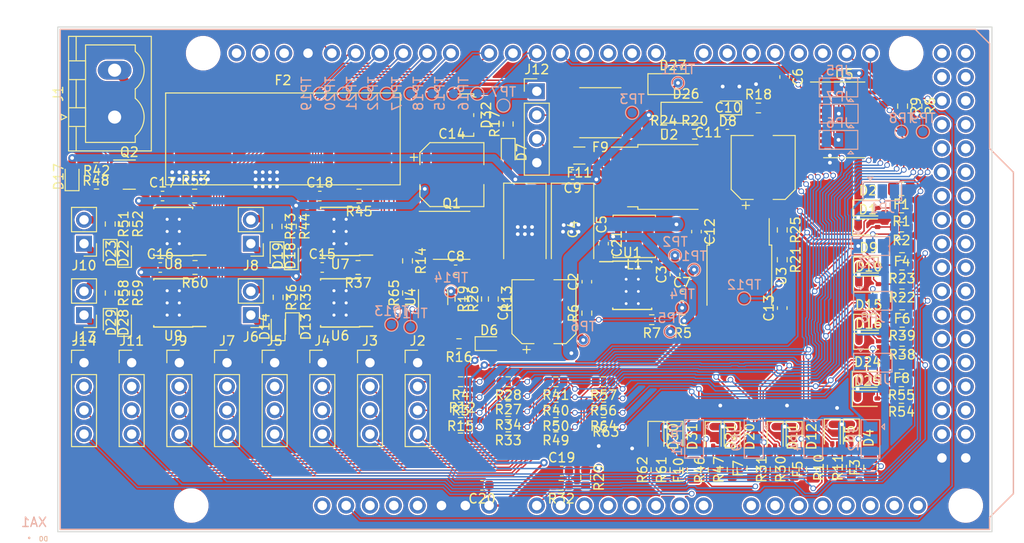
<source format=kicad_pcb>
(kicad_pcb (version 20221018) (generator pcbnew)
  (layers (0 "F.Cu" signal) (31 "B.Cu" signal) (34 "B.Paste" user) (35 "F.Paste" user) (36 "B.SilkS" user "B.Silkscreen") (37 "F.SilkS" user "F.Silkscreen") (38 "B.Mask" user) (39 "F.Mask" user) (44 "Edge.Cuts" user))
  (net 0 "")
  (net 1 "+12V")
  (net 2 "GND")
  (net 3 "/SW")
  (net 4 "/Boot")
  (net 5 "+5V")
  (net 6 "/FB")
  (net 7 "Net-(U1-VCC)")
  (net 8 "+3V3")
  (net 9 "+8V")
  (net 10 "Net-(D1-A)")
  (net 11 "Net-(D2-A)")
  (net 12 "Net-(D4-A)")
  (net 13 "Net-(D5-A)")
  (net 14 "Net-(D6-K)")
  (net 15 "Net-(D7-K)")
  (net 16 "Net-(D8-K)")
  (net 17 "Net-(D9-A)")
  (net 18 "Net-(D10-A)")
  (net 19 "Net-(D11-A)")
  (net 20 "Net-(D12-A)")
  (net 21 "Net-(D13-K)")
  (net 22 "Net-(D14-A)")
  (net 23 "Net-(D15-A)")
  (net 24 "Net-(D16-A)")
  (net 25 "Net-(D17-K)")
  (net 26 "ERROR_LED")
  (net 27 "Net-(D18-K)")
  (net 28 "Net-(D19-A)")
  (net 29 "Net-(D20-A)")
  (net 30 "Net-(D21-A)")
  (net 31 "Net-(D22-K)")
  (net 32 "Net-(D23-A)")
  (net 33 "Net-(D24-A)")
  (net 34 "Net-(D25-A)")
  (net 35 "Net-(D29-A)")
  (net 36 "Net-(JP1-C)")
  (net 37 "Net-(J2-Pin_4)")
  (net 38 "/12V_input")
  (net 39 "Net-(J2-Pin_3)")
  (net 40 "Net-(J2-Pin_2)")
  (net 41 "Net-(JP2-C)")
  (net 42 "Net-(J3-Pin_4)")
  (net 43 "Net-(J3-Pin_3)")
  (net 44 "Net-(J3-Pin_2)")
  (net 45 "Net-(JP3-C)")
  (net 46 "Net-(J4-Pin_4)")
  (net 47 "Net-(J4-Pin_3)")
  (net 48 "Net-(J4-Pin_2)")
  (net 49 "Net-(JP4-C)")
  (net 50 "Net-(J5-Pin_4)")
  (net 51 "Net-(J5-Pin_3)")
  (net 52 "Net-(J5-Pin_2)")
  (net 53 "Net-(JP8-C)")
  (net 54 "Net-(J7-Pin_4)")
  (net 55 "Net-(J7-Pin_3)")
  (net 56 "Net-(J7-Pin_2)")
  (net 57 "Net-(JP9-C)")
  (net 58 "Net-(J9-Pin_4)")
  (net 59 "Net-(J9-Pin_3)")
  (net 60 "Net-(J9-Pin_2)")
  (net 61 "Net-(JP10-C)")
  (net 62 "Net-(J11-Pin_4)")
  (net 63 "Net-(J11-Pin_3)")
  (net 64 "Net-(J11-Pin_2)")
  (net 65 "Net-(JP11-C)")
  (net 66 "Net-(J14-Pin_2)")
  (net 67 "Net-(J14-Pin_3)")
  (net 68 "Net-(JP5-C)")
  (net 69 "Net-(JP6-C)")
  (net 70 "Net-(JP7-C)")
  (net 71 "Net-(Q1-G)")
  (net 72 "/PG")
  (net 73 "IOREF")
  (net 74 "I2C_SDA")
  (net 75 "I2C_SCL")
  (net 76 "ADC_BAT")
  (net 77 "Net-(U4-INB-)")
  (net 78 "Net-(U6-ILIM)")
  (net 79 "Net-(U7-ILIM)")
  (net 80 "Net-(U8-ILIM)")
  (net 81 "Net-(U9-ILIM)")
  (net 82 "Net-(U4-OUTA)")
  (net 83 "M1_IN1")
  (net 84 "M1_IN2")
  (net 85 "M2_IN1")
  (net 86 "M2_IN2")
  (net 87 "M3_IN1")
  (net 88 "M3_IN2")
  (net 89 "Net-(U4-OUTB)")
  (net 90 "M0_IN1")
  (net 91 "I2C_RESET")
  (net 157 "Net-(Q2-S)")
  (net 158 "Net-(U2-ADJ)")
  (net 159 "Net-(D28-K)")
  (net 160 "Net-(D30-A)")
  (net 161 "Net-(D31-A)")
  (net 162 "Net-(J12-Pin_2)")
  (net 163 "Net-(J14-Pin_4)")
  (net 164 "Net-(J12-Pin_3)")
  (net 165 "Net-(U3-ADJ)")
  (net 166 "Net-(U4-INA+)")
  (net 167 "+12VA")
  (net 168 "M0_IN2")
  (net 169 "/PM0_2")
  (net 170 "/PM0_1")
  (net 171 "/PM1_2")
  (net 172 "/PM2_2")
  (net 173 "/PM3_2")
  (net 174 "/PM1_1")
  (net 175 "/PM2_1")
  (net 176 "/PM3_1")
  (footprint "Package_TO_SOT_SMD:TO-252-2" (layer "F.Cu") (at 184.771 93.471)
    (fp_text reference "U2")
    (fp_text value "LM317_TO-252")
  )
  (footprint "Capacitor_SMD:C_0603_1608Metric" (layer "F.Cu") (at 186.169 106.159)
    (fp_text reference "C7")
    (fp_text value "1µ")
  )
  (footprint "Capacitor_SMD:C_0603_1608Metric" (layer "F.Cu") (at 173.342 124.841)
    (fp_text reference "C19")
    (fp_text value "100n" hide)
  )
  (footprint "Diode_SMD:D_SOD-323" (layer "F.Cu") (at 196.088 121.158 -90)
    (fp_text reference "D11")
    (fp_text value "1N5819WS")
  )
  (footprint "Resistor_SMD:R_0603_1608Metric" (layer "F.Cu") (at 126.746 105.855 -90)
    (fp_text reference "R59")
    (fp_text value "1k")
  )
  (footprint "Inductor_SMD:L_Sunlord_SWPA4020S" (layer "F.Cu") (at 181.078 99.809 180)
    (fp_text reference "L1")
    (fp_text value "1.5µ")
  )
  (footprint "Capacitor_Tantalum_SMD:CP_EIA-7343-43_Kemet-X" (layer "F.Cu") (at 169.418 98.539 -90)
    (fp_text reference "C4")
    (fp_text value "33µ")
  )
  (footprint "Package_SO:TSSOP-24_4.4x7.8mm_P0.65mm" (layer "F.Cu") (at 203.454 87.376)
    (fp_text reference "U5")
    (fp_text value "TCA9548A")
  )
  (footprint "Connector_PinHeader_2.54mm:PinHeader_1x02_P2.54mm_Vertical" (layer "F.Cu") (at 122.428 108.204 180)
    (fp_text reference "J13")
    (fp_text value "M3")
  )
  (footprint "Resistor_SMD:R_0603_1608Metric" (layer "F.Cu") (at 167.64 118.491 180)
    (fp_text reference "R34")
    (fp_text value "100")
  )
  (footprint "Resistor_SMD:R_0603_1608Metric" (layer "F.Cu") (at 162.56 116.967 180)
    (fp_text reference "R3")
    (fp_text value "100")
  )
  (footprint "Capacitor_SMD:C_0603_1608Metric" (layer "F.Cu") (at 191.008 87.884)
    (fp_text reference "C10")
    (fp_text value "100n")
  )
  (footprint "Package_TO_SOT_SMD:SOT-23-6" (layer "F.Cu") (at 159.639 106.2935 90)
    (fp_text reference "U4")
    (fp_text value "TPS3700")
  )
  (footprint "Diode_SMD:D_SOD-323" (layer "F.Cu") (at 205.931 117.094)
    (fp_text reference "D25")
    (fp_text value "1N5819WS")
  )
  (footprint "Resistor_SMD:R_0603_1608Metric" (layer "F.Cu") (at 183.388 124.714 90)
    (fp_text reference "R62")
    (fp_text value "4k7")
  )
  (footprint "Resistor_SMD:R_0603_1608Metric" (layer "F.Cu") (at 172.72 118.618 180)
    (fp_text reference "R50")
    (fp_text value "100")
  )
  (footprint "Resistor_SMD:R_0603_1608Metric" (layer "F.Cu") (at 209.613 104.902 180)
    (fp_text reference "R22")
    (fp_text value "4k7")
  )
  (footprint "Capacitor_SMD:CP_Elec_6.3x7.7" (layer "F.Cu") (at 161.638 93.218)
    (fp_text reference "C14")
    (fp_text value "100µ")
  )
  (footprint "LED_SMD:LED_0603_1608Metric" (layer "F.Cu") (at 143.002 101.8795 -90)
    (fp_text reference "D18")
    (fp_text value "GR")
  )
  (footprint "Connector_PinHeader_2.54mm:PinHeader_1x02_P2.54mm_Vertical" (layer "F.Cu") (at 122.428 100.584 180)
    (fp_text reference "J10")
    (fp_text value "M2")
  )
  (footprint "Resistor_SMD:R_0603_1608Metric" (layer "F.Cu") (at 182.943 108.699 180)
    (fp_text reference "R7")
    (fp_text value "24.9k")
  )
  (footprint "LED_SMD:LED_0603_1608Metric" (layer "F.Cu") (at 126.746 101.6255 90)
    (fp_text reference "D23")
    (fp_text value "GR")
  )
  (footprint "LED_SMD:LED_0603_1608Metric" (layer "F.Cu") (at 165.608 111.252)
    (fp_text reference "D6")
    (fp_text value "GR")
  )
  (footprint "Resistor_SMD:R_0603_1608Metric" (layer "F.Cu") (at 186.245 108.699 180)
    (fp_text reference "R5")
    (fp_text value "100k")
  )
  (footprint "Resistor_SMD:R_0603_1608Metric" (layer "F.Cu") (at 176.022 108 90)
    (fp_text reference "R6")
    (fp_text value "100k")
  )
  (footprint "Capacitor_SMD:C_0603_1608Metric" (layer "F.Cu") (at 185.42 103.873 90)
    (fp_text reference "C3")
    (fp_text value "100n")
  )
  (footprint "Fuse:Fuse_2920_7451Metric" (layer "F.Cu") (at 177.4605 86.614 180)
    (fp_text reference "F9")
    (fp_text value "3A ptc")
  )
  (footprint "Connector_PinHeader_2.54mm:PinHeader_1x04_P2.54mm_Vertical" (layer "F.Cu") (at 152.908 113.284)
    (fp_text reference "J3")
    (fp_text value "I2C1")
  )
  (footprint "Resistor_SMD:R_0805_2012Metric" (layer "F.Cu") (at 151.7415 95.504 180)
    (fp_text reference "R45")
    (fp_text value "30k")
  )
  (footprint "Resistor_SMD:R_0603_1608Metric" (layer "F.Cu") (at 204.216 124.46 90)
    (fp_text reference "R11")
    (fp_text value "4k7")
  )
  (footprint "Diode_SMD:D_SOD-323" (layer "F.Cu") (at 183.388 121.158 -90)
    (fp_text reference "D30")
    (fp_text value "1N5819WS")
  )
  (footprint "Diode_SMD:D_SOD-323" (layer "F.Cu") (at 206.057 102.87)
    (fp_text reference "D9")
    (fp_text value "1N5819WS")
  )
  (footprint "Capacitor_SMD:C_0603_1608Metric" (layer "F.Cu") (at 164.846 126.365 180)
    (fp_text reference "C20")
    (fp_text value "100n")
  )
  (footprint "Fuse:Fuse_0805_2012Metric" (layer "F.Cu") (at 193.802 124.5725 90)
    (fp_text reference "F7")
    (fp_text value "300 mA ptc")
  )
  (footprint "LED_SMD:LED_0603_1608Metric" (layer "F.Cu") (at 121.158 93.4465 90)
    (fp_text reference "D17")
    (fp_text value "RED")
  )
  (footprint "LED_SMD:LED_0603_1608Metric" (layer "F.Cu") (at 144.526 101.8795 90)
    (fp_text reference "D19")
    (fp_text value "GR")
  )
  (footprint "Resistor_SMD:R_0603_1608Metric" (layer "F.Cu") (at 175.895 125.539 -90)
    (fp_text reference "R29")
    (fp_text value "300k 1%")
  )
  (footprint "Resistor_SMD:R_0805_2012Metric" (layer "F.Cu") (at 151.638 103.124 180)
    (fp_text reference "R37")
    (fp_text value "30k")
  )
  (footprint "LED_SMD:LED_0603_1608Metric" (layer "F.Cu") (at 125.222 108.9915 -90)
    (fp_text reference "D28")
    (fp_text value "GR")
  )
  (footprint "Resistor_SMD:R_0805_2012Metric" (layer "F.Cu") (at 134.2625 103.124 180)
    (fp_text reference "R60")
    (fp_text value "30k")
  )
  (footprint "LED_SMD:LED_0603_1608Metric" (layer "F.Cu") (at 143.119 109.4485 90)
    (fp_text reference "D14")
    (fp_text value "GR")
  )
  (footprint "Resistor_SMD:R_0603_1608Metric" (layer "F.Cu") (at 167.64 116.84 180)
    (fp_text reference "R27")
    (fp_text value "100")
  )
  (footprint "Connector_Phoenix_MSTB:PhoenixContact_MSTBVA_2,5_2-G_1x02_P5.00mm_Vertical" (layer "F.Cu") (at 125.6905 87.082 90)
    (fp_text reference "J1")
    (fp_text value "Battery")
  )
  (footprint "Resistor_SMD:R_0603_1608Metric" (layer "F.Cu") (at 167.64 120.142 180)
    (fp_text reference "R33")
    (fp_text value "100")
  )
  (footprint "Diode_SMD:D_SOD-323" (layer "F.Cu") (at 206.057 104.902)
    (fp_text reference "D10")
    (fp_text value "1N5819WS")
  )
  (footprint "LED_SMD:LED_0603_1608Metric" (layer "F.Cu") (at 167.64 90.8435 -90)
    (fp_text reference "D7")
    (fp_text value "GR")
  )
  (footprint "Diode_SMD:D_SOD-323" (layer "F.Cu") (at 205.96 98.806)
    (fp_text reference "D1")
    (fp_text value "1N5819WS")
  )
  (footprint "Resistor_SMD:R_0603_1608Metric" (layer "F.Cu") (at 144.643 106.312 -90)
    (fp_text reference "R35")
    (fp_text value "1k")
  )
  (footprint "Resistor_SMD:R_0603_1608Metric" (layer "F.Cu") (at 209.55 98.806 180)
    (fp_text reference "R2")
    (fp_text value "4k7")
  )
  (footprint "Resistor_SMD:R_0603_1608Metric" (layer "F.Cu") (at 189.484 124.714 90)
    (fp_text reference "R46")
    (fp_text value "4k7")
  )
  (footprint "Resistor_SMD:R_0603_1608Metric" (layer "F.Cu") (at 156.911 105.8485 90)
    (fp_text reference "R65")
    (fp_text value "1k")
  )
  (footprint "Connector_PinHeader_2.54mm:PinHeader_1x02_P2.54mm_Vertical" (layer "F.Cu") (at 140.208 100.584 180)
    (fp_text reference "J8")
    (fp_text value "M1")
  )
  (footprint "Resistor_SMD:R_0603_1608Metric" (layer "F.Cu") (at 177.8 115.316 180)
    (fp_text reference "R57")
    (fp_text value "100")
  )
  (footprint "LED_SMD:LED_0603_1608Metric" (layer "F.Cu") (at 191.0335 86.106 180)
    (fp_text reference "D8")
    (fp_text value "GR")
  )
  (footprint "Resistor_SMD:R_0603_1608Metric" (layer "F.Cu") (at 166.055 106.489 -90)
    (fp_text reference "R13")
    (fp_text value "4700k 1%")
  )
  (footprint "Fuse:Fuse_0805_2012Metric" (layer "F.Cu") (at 200.152 124.646 90)
    (fp_text reference "F5")
    (fp_text value "300 mA ptc")
  )
  (footprint "Resistor_SMD:R_0603_1608Metric" (layer "F.Cu") (at 184.213 88.9)
    (fp_text reference "R24")
    (fp_text value "390")
  )
  (footprint "Resistor_SMD:R_0603_1608Metric" (layer "F.Cu") (at 125.222 98.489 -90)
    (fp_text reference "R51")
    (fp_text value "1k")
  )
  (footprint "Connector_PinHeader_2.54mm:PinHeader_1x04_P2.54mm_Vertical" (layer "F.Cu") (at 147.828 113.284)
    (fp_text reference "J4")
    (fp_text value "I2C2")
  )
  (footprint "Resistor_SMD:R_0805_2012Metric" (layer "F.Cu") (at 134.2155 95.504)
    (fp_text reference "R53")
    (fp_text value "30k")
  )
  (footprint "LED_SMD:LED_0603_1608Metric" (layer "F.Cu") (at 125.222 101.6255 -90)
    (fp_text reference "D22")
    (fp_text value "GR")
  )
  (footprint "Resistor_SMD:R_0603_1608Metric" (layer "F.Cu") (at 125.222 105.855 -90)
    (fp_text reference "R58")
    (fp_text value "1k")
  )
  (footprint "Capacitor_SMD:C_0603_1608Metric" (layer "F.Cu") (at 197.104 82.804 -90)
    (fp_text reference "C6")
    (fp_text value "100n")
  )
  (footprint "Diode_SMD:D_MiniMELF" (layer "F.Cu") (at 186.591 86.614)
    (fp_text reference "D26")
    (fp_text value "3V4")
  )
  (footprint "Resistor_SMD:R_0603_1608Metric" (layer "F.Cu") (at 143.002 98.743 -90)
    (fp_text reference "R43")
    (fp_text value "1k")
  )
  (footprint "Resistor_SMD:R_0603_1608Metric" (layer "F.Cu") (at 162.499 106.489 -90)
    (fp_text reference "R26")
    (fp_text value "180k 1%")
  )
  (footprint "Capacitor_SMD:C_0603_1608Metric" (layer "F.Cu") (at 147.815 103.124)
    (fp_text reference "C15")
    (fp_text value "100n")
  )
  (footprint "Fuse:Fuse_0805_2012Metric" (layer "F.Cu") (at 209.5655 113.284 180)
    (fp_text reference "F8")
    (fp_text value "300 mA ptc")
  )
  (footprint "Resistor_SMD:R_0603_1608Metric" (layer "F.Cu") (at 173.292 126.365 180)
    (fp_text reference "R32")
    (fp_text value "100k 1%")
  )
  (footprint "Resistor_SMD:R_0603_1608Metric" (layer "F.Cu") (at 177.8 116.967 180)
    (fp_text reference "R56")
    (fp_text value "100")
  )
  (footprint "Connector_PinHeader_2.54mm:PinHeader_1x04_P2.54mm_Vertical" (layer "F.Cu") (at 122.428 113.284)
    (fp_text reference "J14")
    (fp_text value "I2C7")
  )
  (footprint "Diode_SMD:D_SOD-323" (layer "F.Cu") (at 204.216 120.904 -90)
    (fp_text reference "D4")
    (fp_text value "1N5819WS")
  )
  (footprint "Diode_SMD:D_SOD-323" (layer "F.Cu") (at 185.42 121.158 -90)
    (fp_text reference "D31")
    (fp_text value "1N5819WS")
  )
  (footprint "Resistor_SMD:R_0603_1608Metric" (layer "F.Cu") (at 143.119 106.312 -90)
    (fp_text reference "R36")
    (fp_text value "1k")
  )
  (footprint "Resistor_SMD:R_0603_1608Metric" (layer "F.Cu") (at 123.761 94.234)
    (fp_text reference "R42")
    (fp_text value "270")
  )
  (footprint "Package_TO_SOT_SMD:TO-277A" (layer "F.Cu") (at 160.806 86.868 -90)
    (fp_text reference "D32")
    (fp_text value "SB10100L")
  )
  (footprint "Capacitor_SMD:C_0603_1608Metric" (layer "F.Cu") (at 177.8 100.584 -90)
    (fp_text reference "C21")
    (fp_text value "100n")
  )
  (footprint "Fuse:Fuse_0805_2012Metric" (layer "F.Cu") (at 209.55 94.742 180)
    (fp_text reference "F1")
    (fp_text value "300 mA ptc")
  )
  (footprint "Diode_SMD:D_MiniMELF" (layer "F.Cu") (at 185.194 83.566)
    (fp_text reference "D27")
    (fp_text value "5V1")
  )
  (footprint "Resistor_SMD:R_0603_1608Metric" (layer "F.Cu") (at 209.677 85.915 -90)
    (fp_text reference "R9")
    (fp_text value "4k7")
  )
  (footprint "Capacitor_SMD:C_0603_1608Metric" (layer "F.Cu") (at 130.797 95.504)
    (fp_text reference "C17")
    (fp_text value "100n")
  )
  (footprint "Package_TO_SOT_SMD:TO-252-2" (layer "F.Cu") (at 192.278 104.047 -90)
    (fp_text reference "U3")
    (fp_text value "LM317_TO-252")
  )
  (footprint "Resistor_SMD:R_0603_1608Metric" (layer "F.Cu") (at 162.3945 111.252 180)
    (fp_text reference "R16")
    (fp_text value "1k")
  )
  (footprint "Connector_PinHeader_2.54mm:PinHeader_1x04_P2.54mm_Vertical" (layer "F.Cu") (at 157.988 113.284)
    (fp_text reference "J2")
    (fp_text value "I2C0")
  )
  (footprint "Diode_SMD:D_SOD-323" (layer "F.Cu") (at 198.12 121.158 -90)
    (fp_text reference "D12")
    (fp_text value "1N5819WS")
  )
  (footprint "Package_SO:Texas_HTSOP-8-1EP_3.9x4.9mm_P1.27mm_EP2.95x4.9mm_Mask2.4x3.1mm_ThermalVias" (layer "F.Cu") (at 131.938 106.904 180)
    (fp_text reference "U9")
    (fp_text value "DRV8871")
  )
  (footprint "Package_SO:Texas_HTSOP-8-1EP_3.9x4.9mm_P1.27mm_EP2.95x4.9mm_Mask2.4x3.1mm_ThermalVias" (layer "F.Cu") (at 149.718 99.284 180)
    (fp_text reference "U7")
    (fp_text value "DRV8871")
  )
  (footprint "Resistor_SMD:R_0603_1608Metric" (layer "F.Cu") (at 209.55 117.094 180)
    (fp_text reference "R54")
    (fp_text value "4k7")
  )
  (footprint "Capacitor_SMD:C_0603_1608Metric" (layer "F.Cu") (at 174.498 93.218 180)
    (fp_text reference "C9")
    (fp_text value "100n")
  )
  (footprint "Diode_SMD:D_SOD-323" (layer "F.Cu") (at 206.0725 108.966)
    (fp_text reference "D15")
    (fp_text value "1N5819WS")
  )
  (footprint "Resistor_SMD:R_0603_1608Metric" (layer "F.Cu") (at 198.12 124.646 90)
    (fp_text reference "R30")
    (fp_text value "4k7")
  )
  (footprint "Capacitor_SMD:C_0603_1608Metric" (layer "F.Cu") (at 196.85 107.455 90)
    (fp_text reference "C13")
    (fp_text value "100n")
  )
  (footprint "Connector_PinHeader_2.54mm:PinHeader_1x04_P2.54mm_Vertical" (layer "F.Cu") (at 142.748 113.284)
    (fp_text reference "J5")
    (fp_text value "I2C3")
  )
  (footprint "Connector_PinHeader_2.54mm:PinHeader_1x04_P2.54mm_Vertical" (layer "F.Cu") (at 170.688 84.328)
    (fp_text reference "J12")
    (fp_text value "Power")
  )
  (footprint "Package_SO:SOIC-8_3.9x4.9mm_P1.27mm" (layer "F.Cu") (at 161.609 99.695)
    (fp_text reference "Q1")
    (fp_text value "IRF7404")
  )
  (footprint "Resistor_SMD:R_0603_1608Metric" (layer "F.Cu") (at 172.72 120.142 180)
    (fp_text reference "R49")
    (fp_text value "100")
  )
  (footprint "Connector_PinHeader_2.54mm:PinHeader_1x04_P2.54mm_Vertical" (layer "F.Cu") (at 127.508 113.284)
    (fp_text reference "J11")
    (fp_text value "I2C6")
  )
  (footprint "Resistor_SMD:R_0603_1608Metric" (layer "F.Cu") (at 162.56 120.269 180)
    (fp_text reference "R12")
    (fp_text value "100")
  )
  (footprint "Fuse:Fuse_1206_3216Metric" (layer "F.Cu") (at 175.219 91.186 180)
    (fp_text reference "F11")
    (fp_text value "1A ptc")
  )
  (footprint "Resistor_SMD:R_0603_1608Metric" (layer "F.Cu") (at 191.516 124.685 90)
    (fp_text reference "R47")
    (fp_text value "4k7")
  )
  (footprint "Diode_SMD:D_SOD-323" (layer "F.Cu") (at 191.516 121.158 -90)
    (fp_text reference "D20")
    (fp_text value "1N5819WS")
  )
  (footprint "Capacitor_Tantalum_SMD:CP_EIA-7343-43_Kemet-X" (layer "F.Cu") (at 174.498 98.539 -90)
    (fp_text reference "C5")
    (fp_text value "33µ")
  )
  (footprint "Diode_SMD:D_SOD-323" (layer "F.Cu") (at 205.931 115.062)
    (fp_text reference "D24")
    (fp_text value "1N5819WS")
  )
  (footprint "Resistor_SMD:R_0603_1608Metric" (layer "F.Cu") (at 156.911 102.4205 -90)
    (fp_text reference "R14")
    (fp_text value "10k")
  )
  (footprint "Diode_SMD:D_SOD-323" (layer "F.Cu") (at 206.0725 110.998)
    (fp_text reference "D16")
    (fp_text value "1N5819WS")
  )
  (footprint "Resistor_SMD:R_0603_1608Metric" (layer "F.Cu") (at 185.42 124.714 90)
    (fp_text reference "R61")
    (fp_text value "4k7")
  )
  (footprint "Connector_PinHeader_2.54mm:PinHeader_1x02_P2.54mm_Vertical" (layer "F.Cu") (at 140.208 108.204 180)
    (fp_text reference "J6")
    (fp_text value "M0")
  )
  (footprint "Resistor_SMD:R_0603_1608Metric" (layer "F.Cu") (at 194.31 86.106)
    (fp_text reference "R18")
    (fp_text value "150")
  )
  (footprint "Package_SO:Texas_HTSOP-8-1EP_3.9x4.9mm_P1.27mm_EP2.95x4.9mm_Mask2.4x3.1mm_ThermalVias" (layer "F.Cu") (at 131.938 99.284 180)
    (fp_text reference "U8")
    (fp_text value "DRV8871")
  )
  (footprint "Diode_SMD:D_SOD-323" (layer "F.Cu") (at 189.484 121.158 -90)
    (fp_text reference "D21")
    (fp_text value "1N5819WS")
  )
  (footprint "Capacitor_SMD:CP_Elec_6.3x7.7" (layer "F.Cu") (at 194.818 92.456 90)
    (fp_text reference "C11")
    (fp_text value "100µ")
  )
  (footprint "Capacitor_SMD:C_0603_1608Metric" (layer "F.Cu") (at 176.022 104.648 90)
    (fp_text reference "C2")
    (fp_text value "220n")
  )
  (footprint "Connector_PinHeader_2.54mm:PinHeader_1x04_P2.54mm_Vertical" (layer "F.Cu") (at 137.668 113.284)
    (fp_text reference "J7")
    (fp_text value "I2C4")
  )
  (footprint "Resistor_SMD:R_0603_1608Metric" (layer "F.Cu") (at 209.6285 108.966 180)
    (fp_text reference "R39")
    (fp_text value "4k7")
  )
  (footprint "Resistor_SMD:R_0603_1608Metric" (layer "F.Cu") (at 177.8 120.142 180)
    (fp_text reference "R63")
    (fp_text value "100")
  )
  (footprint "Resistor_SMD:R_0603_1608Metric" (layer "F.Cu") (at 162.56 115.316 180)
    (fp_text reference "R4")
    (fp_text value "100")
  )
  (footprint "Diode_SMD:D_SOD-323" (layer "F.Cu") (at 205.994 96.774)
    (fp_text reference "D2")
    (fp_text value "1N5819WS")
  )
  (footprint "Resistor_SMD:R_0603_1608Metric" (layer "F.Cu") (at 164.277 106.489 90)
    (fp_text reference "R19")
    (fp_text value "10k 1%")
  )
  (footprint "LED_SMD:LED_0603_1608Metric" (layer "F.Cu") (at 144.643 109.4485 -90)
    (fp_text reference "D13")
    (fp_text value "GR")
  )
  (footprint "Resistor_SMD:R_0603_1608Metric" (layer "F.Cu") (at 172.72 116.967 180)
    (fp_text reference "R40")
    (fp_text value "100")
  )
  (footprint "Capacitor_SMD:CP_Elec_6.3x7.7" (layer "F.Cu") (at 171.45 107.843 90)
    (fp_text reference "C1")
    (fp_text value "100µ")
  )
  (footprint "Package_TO_SOT_SMD:SOT-23" (layer "F.Cu") (at 127.254 93.218)
    (fp_text reference "Q2")
    (fp_text value "2N7002")
  )
  (footprint "Resistor_SMD:R_0603_1608Metric" (layer "F.Cu") (at 196.85 102.299 -90)
    (fp_text reference "R21")
    (fp_text value "240")
  )
  (footprint "Resistor_SMD:R_0603_1608Metric" (layer "F.Cu") (at 202.184 124.46 90)
    (fp_text reference "R10")
    (fp_text value "4k7")
  )
  (footprint "Resistor_SMD:R_0603_1608Metric" (layer "F.Cu") (at 196.85 99.123 -90)
    (fp_text reference "R25")
    (fp_text value "1k3")
  )
  (footprint "Diode_SMD:D_SOD-323" (layer "F.Cu") (at 202.184 120.904 -90)
    (fp_text reference "D5")
    (fp_text value "1N5819WS")
  )
  (footprint "Resistor_SMD:R_0603_1608Metric" (layer "F.Cu") (at 177.8 118.618 180)
    (fp_text reference "R64")
    (fp_text value "100")
  )
  (footprint "Resistor_SMD:R_0603_1608Metric" (layer "F.Cu") (at 167.64 87.821 90)
    (fp_text reference "R17")
    (fp_text value "330")
  )
  (footprint "Resistor_SMD:R_0603_1608Metric" (layer "F.Cu") (at 209.613 102.87 180)
    (fp_text reference "R23")
    (fp_text value "4k7")
  )
  (footprint "Fuse:Fuse_0805_2012Metric" (layer "F.Cu") (at 187.452 124.748 90)
    (fp_text reference "F10")
    (fp_text value "300 mA ptc")
  )
  (footprint "Resistor_SMD:R_0603_1608Metric" (layer "F.Cu") (at 196.088 124.646 90)
    (fp_text reference "R31")
    (fp_text value "4k7")
  )
  (footprint "Resistor_SMD:R_0603_1608Metric" (layer "F.Cu") (at 209.55 96.774 180)
    (fp_text reference "R1")
    (fp_text value "4k7")
  )
  (footprint "Resistor_SMD:R_0603_1608Metric" (layer "F.Cu") (at 211.201 85.916 -90)
    (fp_text reference "R8")
    (fp_text value "4k7")
  )
  (footprint "Fuse:Fuseholder_Cylinder-5x20mm_Wuerth_696103101002-SMD_Horizontal_Open" (layer "F.Cu") (at 143.628 89.408)
    (fp_text reference "F2")
    (fp_text value "10A")
  )
  (footprint "Resistor_SMD:R_0603_1608Metric" (layer "F.Cu") (at 209.55 115.316 180)
    (fp_text reference "R55")
    (fp_text value "4k7")
  )
  (footprint "PCM_arduino-library:Arduino_Mega2560_Shield" (layer "F.Cu") (at 119.888 131.064)
    (fp_text reference "XA1")
    (fp_text value "Arduino_Mega2560_Shield")
  )
  (footprint "Resistor_SMD:R_0603_1608Metric" (layer "F.Cu") (at 144.526 98.743 -90)
    (fp_text reference "R44")
    (fp_text value "1k")
  )
  (footprint "Resistor_SMD:R_0603_1608Metric" (layer "F.Cu") (at 209.6285 110.998 180)
    (fp_text reference "R38")
    (fp_text value "4k7")
  )
  (footprint "Capacitor_SMD:C_0603_1608Metric" (layer "F.Cu") (at 187.706 99.301 -90)
    (fp_text reference "C12")
    (fp_text value "100n")
  )
  (footprint "Package_SO:Texas_HSOP-8-1EP_3.9x4.9mm_P1.27mm_ThermalVias" (layer "F.Cu") (at 180.861 105.031)
    (fp_text reference "U1")
    (fp_text value "LMR33630")
  )
  (footprint "Resistor_SMD:R_0603_1608Metric" (layer "F.Cu") (at 167.64 115.316 180)
    (fp_text reference "R28")
    (fp_text value "100")
  )
  (footprint "Resistor_SMD:R_0603_1608Metric" (layer "F.Cu") (at 162.56 118.618 180)
    (fp_text reference "R15")
    (fp_text value "100")
  )
  (footprint "Resistor_SMD:R_0603_1608Metric" (layer "F.Cu") (at 126.746 98.489 -90)
    (fp_text reference "R52")
    (fp_text value "1k")
  )
  (footprint "Fuse:Fuse_0805_2012Metric" (layer "F.Cu") (at 209.613 100.838 180)
    (fp_text reference "F4")
    (fp_text value "300 mA ptc")
  )
  (footprint "LED_SMD:LED_0603_1608Metric" (layer "F.Cu") (at 126.746 108.9915 90)
    (fp_text reference "D29")
    (fp_text value "GR")
  )
  (footprint "Capacitor_SMD:C_0603_1608Metric" (layer "F.Cu") (at 130.556 103.124)
    (fp_text reference "C16")
    (fp_text value "100n")
  )
  (footprint "Capacitor_SMD:C_0603_1608Metric" (layer "F.Cu") (at 147.561 95.504)
    (fp_text reference "C18")
    (fp_text value "100n")
  )
  (footprint "Resistor_SMD:R_0603_1608Metric" (layer "F.Cu") (at 187.515 88.9)
    (fp_text reference "R20")
    (fp_text value "240")
  )
  (footprint "Fuse:Fuse_0805_2012Metric" (layer "F.Cu") (at 209.6285 106.934 180)
    (fp_text reference "F6")
    (fp_text value "300 mA ptc")
  )
  (footprint "Fuse:Fuse_0805_2012Metric" (layer "F.Cu") (at 206.248 124.46 90)
    (fp_text reference "F3")
    (fp_text value "300 mA ptc")
  )
  (footprint "Connector_PinHeader_2.54mm:PinHeader_1x04_P2.54mm_Vertical" (layer "F.Cu") (at 132.588 113.284)
    (fp_text reference "J9")
    (fp_text value "I2C5")
  )
  (footprint "Package_SO:Texas_HTSOP-8-1EP_3.9x4.9mm_P1.27mm_EP2.95x4.9mm_Mask2.4x3.1mm_ThermalVias" (layer "F.Cu") (at 149.718 106.904 180)
    (fp_text reference "U6")
    (fp_text value "DRV8871")
  )
  (footprint "Resistor_SMD:R_0603_1608Metric" (layer "F.Cu") (at 172.72 115.316 180)
    (fp_text reference "R41")
    (fp_text value "100")
  )
  (footprint "Resistor_SMD:R_0603_1608Metric" (layer "F.Cu") (at 123.698 92.456 180)
    (fp_text reference "R48")
    (fp_text value "10k")
  )
  (footprint "Capacitor_SMD:C_0603_1608Metric" (layer "F.Cu") (at 162.039 103.378)
    (fp_text reference "C8")
    (fp_text value "100n")
  )
  (footprint "Jumper:SolderJumper-3_P1.3mm_Open_Pad1.0x1.5mm" (layer "B.Cu") (at 206.502 113.284)
    (fp_text reference "JP10")
    (fp_text value "I2C6_VCC")
  )
  (footprint "TestPoint:TestPoint_Pad_D1.0mm" (layer "B.Cu") (at 157.226 109.474 180)
    (fp_text reference "TP10")
    (fp_text value "~")
  )
  (footprint "TestPoint:TestPoint_Pad_D1.0mm" (layer "B.Cu") (at 209.55 88.646 180)
    (fp_text reference "TP8")
    (fp_text value "~")
  )
  (footprint "TestPoint:TestPoint_Pad_D1.0mm" (layer "B.Cu") (at 184.912 109.969 180)
    (fp_text reference "TP5")
    (fp_text value "~")
  )
  (footprint "TestPoint:TestPoint_Pad_D1.0mm" (layer "B.Cu") (at 150.114 84.582 -90)
    (fp_text reference "TP20")
    (fp_text value "~")
  )
  (footprint "Jumper:SolderJumper-3_P1.3mm_Open_Pad1.0x1.5mm" (layer "B.Cu") (at 202.8775 86.715 180)
    (fp_text reference "JP7")
    (fp_text value "A0")
  )
  (footprint "TestPoint:TestPoint_Pad_D1.0mm" (layer "B.Cu") (at 152.4 84.582 -90)
    (fp_text reference "TP21")
    (fp_text value "~")
  )
  (footprint "TestPoint:TestPoint_Pad_D1.0mm" (layer "B.Cu") (at 185.738 83.439 180)
    (fp_text reference "TP11")
    (fp_text value "~")
  )
  (footprint "TestPoint:TestPoint_Pad_D1.0mm" (layer "B.Cu") (at 186.182 107.429 180)
    (fp_text reference "TP4")
    (fp_text value "~")
  )
  (footprint "Jumper:SolderJumper-3_P1.3mm_Open_Pad1.0x1.5mm" (layer "B.Cu") (at 206.502 106.68)
    (fp_text reference "JP8")
    (fp_text value "I2C4_VCC")
  )
  (footprint "TestPoint:TestPoint_Pad_D1.0mm" (layer "B.Cu") (at 187.452 103.365 180)
    (fp_text reference "TP1")
    (fp_text value "~")
  )
  (footprint "TestPoint:TestPoint_Pad_D1.0mm" (layer "B.Cu") (at 192.786 106.426 180)
    (fp_text reference "TP12")
    (fp_text value "~")
  )
  (footprint "TestPoint:TestPoint_Pad_D1.0mm" (layer "B.Cu") (at 175.641 110.871 180)
    (fp_text reference "TP6")
    (fp_text value "~")
  )
  (footprint "Jumper:SolderJumper-3_P1.3mm_Open_Pad1.0x1.5mm" (layer "B.Cu") (at 187.452 121.412 -90)
    (fp_text reference "JP11")
    (fp_text value "I2C7_VCC")
  )
  (footprint "Jumper:SolderJumper-3_P1.3mm_Open_Pad1.0x1.5mm" (layer "B.Cu") (at 202.8475 89.509 180)
    (fp_text reference "JP6")
    (fp_text value "A0")
  )
  (footprint "TestPoint:TestPoint_Pad_D1.0mm" (layer "B.Cu") (at 161.798 84.582 -90)
    (fp_text reference "TP15")
    (fp_text value "~")
  )
  (footprint "TestPoint:TestPoint_Pad_D1.0mm" (layer "B.Cu") (at 211.836 88.646 180)
    (fp_text reference "TP9")
    (fp_text value "~")
  )
  (footprint "TestPoint:TestPoint_Pad_D1.0mm" (layer "B.Cu") (at 180.848 86.614 180)
    (fp_text reference "TP3")
    (fp_text value "~")
  )
  (footprint "TestPoint:TestPoint_Pad_D1.0mm" (layer "B.Cu") (at 157.226 84.582 -90)
    (fp_text reference "TP17")
    (fp_text value "~")
  )
  (footprint "TestPoint:TestPoint_Pad_D1.0mm" (layer "B.Cu") (at 161.544 105.664 180)
    (fp_text reference "TP14")
    (fp_text value "~")
  )
  (footprint "TestPoint:TestPoint_Pad_D1.0mm" (layer "B.Cu") (at 167.132 85.852 180)
    (fp_text reference "TP7")
    (fp_text value "~")
  )
  (footprint "Jumper:SolderJumper-3_P1.3mm_Open_Pad1.0x1.5mm" (layer "B.Cu") (at 206.248 100.838)
    (fp_text reference "JP3")
    (fp_text value "I2C2_VCC")
  )
  (footprint "Jumper:SolderJumper-3_P1.3mm_Open_Pad1.0x1.5mm" (layer "B.Cu") (at 207.518 94.996)
    (fp_text reference "JP1")
    (fp_text value "I2C0_VCC")
  )
  (footprint "TestPoint:TestPoint_Pad_D1.0mm" (layer "B.Cu") (at 147.574 84.582 -90)
    (fp_text reference "TP19")
    (fp_text value "~")
  )
  (footprint "Jumper:SolderJumper-3_P1.3mm_Open_Pad1.0x1.5mm" (layer "B.Cu") (at 202.8475 83.921 180)
    (fp_text reference "JP5")
    (fp_text value "A0")
  )
  (footprint "TestPoint:TestPoint_Pad_D1.0mm" (layer "B.Cu") (at 159.512 84.582 -90)
    (fp_text reference "TP18")
    (fp_text value "~")
  )
  (footprint "TestPoint:TestPoint_Pad_D1.0mm" (layer "B.Cu") (at 185.42 101.841 180)
    (fp_text reference "TP2")
    (fp_text value "~")
  )
  (footprint "TestPoint:TestPoint_Pad_D1.0mm" (layer "B.Cu") (at 164.338 84.582 -90)
    (fp_text reference "TP16")
    (fp_text value "~")
  )
  (footprint "TestPoint:TestPoint_Pad_D1.0mm" (layer "B.Cu") (at 154.686 84.582 -90)
    (fp_text reference "TP22")
    (fp_text value "~")
  )
  (footprint "Jumper:SolderJumper-3_P1.3mm_Open_Pad1.0x1.5mm" (layer "B.Cu") (at 206.248 121.412 -90)
    (fp_text reference "JP2")
    (fp_text value "I2C1_VCC")
  )
  (footprint "Jumper:SolderJumper-3_P1.3mm_Open_Pad1.0x1.5mm" (layer "B.Cu") (at 200.152 121.412 -90)
    (fp_text reference "JP4")
    (fp_text value "I2C3_VCC")
  )
  (footprint "TestPoint:TestPoint_Pad_D1.0mm" (layer "B.Cu") (at 155.194 109.22 180)
    (fp_text reference "TP13")
    (fp_text value "~")
  )
  (footprint "Jumper:SolderJumper-3_P1.3mm_Open_Pad1.0x1.5mm" (layer "B.Cu") (at 193.802 121.412 -90)
    (fp_text reference "JP9")
    (fp_text value "I2C5_VCC")
  )
  (gr_line (start 119.634 77.47) (end 119.634 131.318) (stroke (width 0.1)) (layer "Edge.Cuts"))
  (gr_line (start 219.202 131.318) (end 219.202 77.47) (stroke (width 0.1)) (layer "Edge.Cuts"))
  (gr_line (start 219.202 77.47) (end 119.634 77.47) (stroke (width 0.1)) (layer "Edge.Cuts"))
  (gr_line (start 119.634 131.318) (end 219.202 131.318) (stroke (width 0.1)) (layer "Edge.Cuts"))
  (segment (start 161.264 101.765051) (end 159.828949 100.33) (width 0.8) (layer "F.Cu") (net 1))
  (segment (start 159.828949 100.33) (end 159.134 100.33) (width 0.8) (layer "F.Cu") (net 1))
  (segment (start 159.134 97.79) (end 159.134 99.06) (width 0.8) (layer "F.Cu") (net 1))
  (segment (start 146.843 104.999) (end 146.843 103.321) (width 0.8) (layer "F.Cu") (net 1))
  (segment (start 129.063 104.171) (end 128.524 103.632) (width 0.8) (layer "F.Cu") (net 1))
  (segment (start 146.786 97.322) (end 146.843 97.379) (width 0.8) (layer "F.Cu") (net 1))
  (segment (start 130.022 95.504) (end 130.022 95.784) (width 0.8) (layer "F.Cu") (net 1))
  (segment (start 158.1765 100.33) (end 156.911 101.5955) (width 0.8) (layer "F.Cu") (net 1))
  (segment (start 158.75 97.406) (end 159.134 97.79) (width 0.8) (layer "F.Cu") (net 1))
  (segment (start 129.063 104.999) (end 129.063 104.171) (width 0.8) (layer "F.Cu") (net 1))
  (segment (start 158.75 99.946) (end 159.134 100.33) (width 0.8) (layer "F.Cu") (net 1))
  (segment (start 129.032 103.124) (end 128.524 103.632) (width 0.8) (layer "F.Cu") (net 1))
  (segment (start 161.264 103.469726) (end 161.264 103.378) (width 0.8) (layer "F.Cu") (net 1))
  (segment (start 158.75 96.52) (end 158.75 97.406) (width 0.8) (layer "F.Cu") (net 1))
  (segment (start 129.063 96.743) (end 129.063 97.379) (width 0.8) (layer "F.Cu") (net 1))
  (segment (start 146.786 95.504) (end 146.786 97.322) (width 0.8) (layer "F.Cu") (net 1))
  (segment (start 159.134 100.33) (end 159.134 93.668) (width 0.8) (layer "F.Cu") (net 1))
  (segment (start 159.639 104.453551) (end 160.714551 103.378) (width 0.8) (layer "F.Cu") (net 1))
  (segment (start 158.75 94.742) (end 158.75 96.52) (width 0.8) (layer "F.Cu") (net 1))
  (segment (start 166.055 105.664) (end 165.039 104.648) (width 0.8) (layer "F.Cu") (net 1))
  (segment (start 152.128 89.408) (end 157.226 89.408) (width 0.8) (layer "F.Cu") (net 1))
  (segment (start 160.714551 103.378) (end 161.264 103.378) (width 0.8) (layer "F.Cu") (net 1))
  (segment (start 159.134 99.06) (end 159.134 100.33) (width 0.8) (layer "F.Cu") (net 1))
  (segment (start 145.893 97.379) (end 145.034 96.52) (width 0.8) (layer "F.Cu") (net 1))
  (segment (start 161.264 103.378) (end 161.264 101.765051) (width 0.8) (layer "F.Cu") (net 1))
  (segment (start 145.987002 104.999) (end 145.033999 104.045997) (width 0.8) (layer "F.Cu") (net 1))
  (segment (start 159.134 93.668) (end 158.938 93.472) (width 0.8) (layer "F.Cu") (net 1))
  (segment (start 157.226 89.408) (end 159.766 86.868) (width 0.8) (layer "F.Cu") (net 1))
  (segment (start 146.843 97.379) (end 145.893 97.379) (width 0.8) (layer "F.Cu") (net 1))
  (segment (start 158.75 96.52) (end 158.75 99.946) (width 0.8) (layer "F.Cu") (net 1))
  (segment (start 158.938 93.472) (end 158.938 87.696) (width 0.8) (layer "F.Cu") (net 1))
  (segment (start 158.75 93.66) (end 158.938 93.472) (width 0.8) (layer "F.Cu") (net 1))
  (segment (start 128.27 96.012) (end 129.063 96.743) (width 0.8) (layer "F.Cu") (net 1))
  (segment (start 159.639 105.156) (end 159.639 104.453551) (width 0.8) (layer "F.Cu") (net 1))
  (segment (start 158.938 87.696) (end 159.766 86.868) (width 0.8) (layer "F.Cu") (net 1))
  (segment (start 159.134 100.33) (end 158.1765 100.33) (width 0.8) (layer "F.Cu") (net 1))
  (segment (start 162.442274 104.648) (end 161.264 103.469726) (width 0.8) (layer "F.Cu") (net 1))
  (segment (start 158.75 94.742) (end 158.75 93.66) (width 0.8) (layer "F.Cu") (net 1))
  (segment (start 130.022 95.784) (end 129.063 96.743) (width 0.8) (layer "F.Cu") (net 1))
  (segment (start 165.039 104.648) (end 162.442274 104.648) (width 0.8) (layer "F.Cu") (net 1))
  (segment (start 162.306 84.328) (end 170.688 84.328) (width 0.8) (layer "F.Cu") (net 1))
  (segment (start 129.781 103.124) (end 129.032 103.124) (width 0.8) (layer "F.Cu") (net 1))
  (segment (start 146.843 103.321) (end 147.04 103.124) (width 0.8) (layer "F.Cu") (net 1))
  (segment (start 146.843 104.999) (end 145.987002 104.999) (width 0.8) (layer "F.Cu") (net 1))
  (segment (start 159.766 86.868) (end 162.306 84.328) (width 0.8) (layer "F.Cu") (net 1))
  (via (at 158.75 94.742) (size 0.8) (drill 0.4) (layers "F.Cu" "B.Cu") (net 1))
  (via (at 128.524 103.632) (size 0.8) (drill 0.4) (layers "F.Cu" "B.Cu") (net 1))
  (via (at 128.27 96.012) (size 0.8) (drill 0.4) (layers "F.Cu" "B.Cu") (net 1))
  (via (at 145.033999 104.045997) (size 0.8) (drill 0.4) (layers "F.Cu" "B.Cu") (net 1))
  (via (at 145.034 96.52) (size 0.8) (drill 0.4) (layers "F.Cu" "B.Cu") (net 1))
  (segment (start 145.034 96.52) (end 145.034 104.045996) (width 0.8) (layer "B.Cu") (net 1))
  (segment (start 145.034 96.52) (end 157.226 96.52) (width 0.8) (layer "B.Cu") (net 1))
  (segment (start 128.27 96.012) (end 144.526 96.012) (width 0.8) (layer "B.Cu") (net 1))
  (segment (start 145.034 104.045996) (end 145.033999 104.045997) (width 0.8) (layer "B.Cu") (net 1))
  (segment (start 167.132 85.852) (end 167.132 84.836) (width 1.5) (layer "B.Cu") (net 1))
  (segment (start 167.132 84.836) (end 167.64 84.328) (width 1.5) (layer "B.Cu") (net 1))
  (segment (start 157.226 96.52) (end 158.75 94.996) (width 0.8) (layer "B.Cu") (net 1))
  (segment (start 158.75 94.996) (end 158.75 94.742) (width 0.8) (layer "B.Cu") (net 1))
  (segment (start 145.033999 104.045997) (end 144.620002 103.632) (width 0.8) (layer "B.Cu") (net 1))
  (segment (start 144.526 96.012) (end 145.034 96.52) (width 0.8) (layer "B.Cu") (net 1))
  (segment (start 144.620002 103.632) (end 128.524 103.632) (width 0.8) (layer "B.Cu") (net 1))
  (segment (start 167.64 84.328) (end 170.688 84.328) (width 1.5) (layer "B.Cu") (net 1))
  (segment (start 150.7255 100.9415) (end 150.368 100.584) (width 0.25) (layer "F.Cu") (net 2))
  (segment (start 133.35 100.696) (end 131.938 99.284) (width 0.25) (layer "F.Cu") (net 2))
  (segment (start 133.35 103.124) (end 133.35 100.696) (width 0.25) (layer "F.Cu") (net 2))
  (segment (start 150.368 103.4815) (end 150.7255 103.124) (width 0.25) (layer "F.Cu") (net 2))
  (segment (start 150.7255 103.124) (end 150.7255 100.9415) (width 0.25) (layer "F.Cu") (net 2))
  (segment (start 130.653 107.539) (end 131.288 106.904) (width 0.25) (layer "F.Cu") (net 2))
  (segment (start 130.653 99.919) (end 131.288 99.284) (width 0.25) (layer "F.Cu") (net 2))
  (segment (start 132.588 105.604) (end 132.588 103.886) (width 0.25) (layer "F.Cu") (net 2))
  (segment (start 146.843 107.539) (end 148.433 107.539) (width 0.25) (layer "F.Cu") (net 2))
  (segment (start 146.843 99.919) (end 148.433 99.919) (width 0.25) (layer "F.Cu") (net 2))
  (segment (start 129.063 107.539) (end 130.653 107.539) (width 0.25) (layer "F.Cu") (net 2))
  (segment (start 132.588 103.886) (end 133.35 103.124) (width 0.25) (layer "F.Cu") (net 2))
  (segment (start 150.368 105.604) (end 150.368 103.4815) (width 0.25) (layer "F.Cu") (net 2))
  (segment (start 148.433 99.919) (end 149.068 99.284) (width 0.25) (layer "F.Cu") (net 2))
  (segment (start 178.161 101.72) (end 177.8 101.359) (width 0.25) (layer "F.Cu") (net 2))
  (segment (start 131.572 95.504) (end 131.938 95.87) (width 0.25) (layer "F.Cu") (net 2))
  (segment (start 131.938 95.87) (end 131.938 99.284) (width 0.25) (layer "F.Cu") (net 2))
  (segment (start 148.433 107.539) (end 149.068 106.904) (width 0.25) (layer "F.Cu") (net 2))
  (segment (start 178.161 103.126) (end 178.161 101.72) (width 0.25) (layer "F.Cu") (net 2))
  (segment (start 150.7255 103.124) (end 148.59 103.124) (width 0.25) (layer "F.Cu") (net 2))
  (segment (start 129.063 99.919) (end 130.653 99.919) (width 0.25) (layer "F.Cu") (net 2))
  (via (at 175.133 99.314) (size 0.6) (drill 0.4) (layers "F.Cu" "B.Cu") (net 2))
  (via (at 173.482 99.314) (size 0.6) (drill 0.4) (layers "F.Cu" "B.Cu") (net 2))
  (via (at 143.002 92.964) (size 0.6) (drill 0.4) (layers "F.Cu" "B.Cu") (net 2))
  (via (at 174.371 99.314) (size 0.6) (drill 0.4) (layers "F.Cu" "B.Cu") (net 2))
  (via (at 173.553638 98.604247) (size 0.6) (drill 0.4) (layers "F.Cu" "B.Cu") (net 2))
  (via (at 180.848 122.428) (size 0.6) (drill 0.4) (layers "F.Cu" "B.Cu") (net 2))
  (via (at 169.418 98.806) (size 0.6) (drill 0.4) (layers "F.Cu" "B.Cu") (net 2))
  (via (at 142.24 93.726) (size 0.6) (drill 0.4) (layers "F.Cu" "B.Cu") (net 2))
  (via (at 170.18 99.568) (size 0.6) (drill 0.4) (layers "F.Cu" "B.Cu") (net 2))
  (via (at 140.716 92.964) (size 0.6) (drill 0.4) (layers "F.Cu" "B.Cu") (net 2))
  (via (at 194.056 83.566) (size 0.6) (drill 0.4) (layers "F.Cu" "B.Cu") (net 2))
  (via (at 169.418 99.568) (size 0.6) (drill 0.4) (layers "F.Cu" "B.Cu") (net 2))
  (via (at 190.246 117.856) (size 0.6) (drill 0.4) (layers "F.Cu" "B.Cu") (net 2))
  (via (at 202.692 118.11) (size 0.6) (drill 0.4) (layers "F.Cu" "B.Cu") (net 2))
  (via (at 143.002 94.488) (size 0.6) (drill 0.4) (layers "F.Cu" "B.Cu") (net 2))
  (via (at 135.636 93.726) (size 0.6) (drill 0.4) (layers "F.Cu" "B.Cu") (net 2))
  (via (at 140.716 94.488) (size 0.6) (drill 0.4) (layers "F.Cu" "B.Cu") (net 2))
  (via (at 168.656 99.568) (size 0.6) (drill 0.4) (layers "F.Cu" "B.Cu") (net 2))
  (via (at 133.35 93.726) (size 0.6) (drill 0.4) (layers "F.Cu" "B.Cu") (net 2))
  (via (at 192.278 83.82) (size 0.6) (drill 0.4) (layers "F.Cu" "B.Cu") (net 2))
  (via (at 197.358 117.856) (size 0.6) (drill 0.4) (layers "F.Cu" "B.Cu") (net 2))
  (via (at 141.478 92.964) (size 0.6) (drill 0.4) (layers "F.Cu" "B.Cu") (net 2))
  (via (at 134.874 92.964) (size 0.6) (drill 0.4) (layers "F.Cu" "B.Cu") (net 2))
  (via (at 133.35 92.964) (size 0.6) (drill 0.4) (layers "F.Cu" "B.Cu") (net 2))
  (via (at 201.93 91.948) (size 0.6) (drill 0.4) (layers "F.Cu" "B.Cu") (net 2))
  (via (at 134.112 92.964) (size 0.6) (drill 0.4) (layers "F.Cu" "B.Cu") (net 2))
  (via (at 168.656 98.806) (size 0.6) (drill 0.4) (layers "F.Cu" "B.Cu") (net 2))
  (via (at 132.588 92.964) (size 0.6) (drill 0.4) (layers "F.Cu" "B.Cu") (net 2))
  (via (at 140.716 93.726) (size 0.6) (drill 0.4) (layers "F.Cu" "B.Cu") (net 2))
  (via (at 201.93 91.186) (size 0.6) (drill 0.4) (layers "F.Cu" "B.Cu") (net 2))
  (via (at 142.24 92.964) (size 0.6) (drill 0.4) (layers "F.Cu" "B.Cu") (net 2))
  (via (at 135.636 92.964) (size 0.6) (drill 0.4) (layers "F.Cu" "B.Cu") (net 2))
  (via (at 131.826 93.726) (size 0.6) (drill 0.4) (layers "F.Cu" "B.Cu") (net 2))
  (via (at 175.133 98.552) (size 0.6) (drill 0.4) (layers "F.Cu" "B.Cu") (net 2))
  (via (at 142.24 94.488) (size 0.6) (drill 0.4) (layers "F.Cu" "B.Cu") (net 2))
  (via (at 190.5 83.82) (size 0.6) (drill 0.4) (layers "F.Cu" "B.Cu") (net 2))
  (via (at 131.826 92.964) (size 0.6) (drill 0.4) (layers "F.Cu" "B.Cu") (net 2))
  (via (at 143.002 93.726) (size 0.6) (drill 0.4) (layers "F.Cu" "B.Cu") (net 2))
  (via (at 134.112 93.726) (size 0.6) (drill 0.4) (layers "F.Cu" "B.Cu") (net 2))
  (via (at 174.371 98.552) (size 0.6) (drill 0.4) (layers "F.Cu" "B.Cu") (net 2))
  (via (at 141.478 93.726) (size 0.6) (drill 0.4) (layers "F.Cu" "B.Cu") (net 2))
  (via (at 134.874 93.726) (size 0.6) (drill 0.4) (layers "F.Cu" "B.Cu") (net 2))
  (via (at 132.588 93.726) (size 0.6) (drill 0.4) (layers "F.Cu" "B.Cu") (net 2))
  (via (at 141.478 94.488) (size 0.6) (drill 0.4) (layers "F.Cu" "B.Cu") (net 2))
  (via (at 170.18 98.806) (size 0.6) (drill 0.4) (layers "F.Cu" "B.Cu") (net 2))
  (via (at 177.292 122.174) (size 0.6) (drill 0.4) (layers "F.Cu" "B.Cu") (net 2))
  (segment (start 183.561 103.126) (end 185.392 103.126) (width 0.8) (layer "F.Cu") (net 3))
  (segment (start 183.134 100.365) (end 182.578 99.809) (width 0.8) (layer "F.Cu") (net 3))
  (segment (start 183.561 103.126) (end 183.134 102.699) (width 0.8) (layer "F.Cu") (net 3))
  (segment (start 185.392 103.126) (end 185.42 103.098) (width 0.8) (layer "F.Cu") (net 3))
  (segment (start 183.134 102.699) (end 183.134 100.365) (width 0.8) (layer "F.Cu") (net 3))
  (segment (start 185.42 103.098) (end 185.42 101.841) (width 0.8) (layer "F.Cu") (net 3))
  (via (at 185.42 101.841) (size 0.8) (drill 0.4) (layers "F.Cu" "B.Cu") (net 3))
  (segment (start 186.169 104.648) (end 187.452 103.365) (width 0.8) (layer "F.Cu") (net 4))
  (segment (start 185.168 104.396) (end 185.42 104.648) (width 0.8) (layer "F.Cu") (net 4))
  (segment (start 183.561 104.396) (end 185.168 104.396) (width 0.8) (layer "F.Cu") (net 4))
  (segment (start 185.42 104.648) (end 186.169 104.648) (width 0.8) (layer "F.Cu") (net 4))
  (via (at 187.452 103.365) (size 0.8) (drill 0.4) (layers "F.Cu" "B.Cu") (net 4))
  (segment (start 203.2 119.854) (end 202.184 119.854) (width 0.8) (layer "F.Cu") (net 5))
  (segment (start 183.444 83.566) (end 184.977 82.033) (width 0.8) (layer "F.Cu") (net 5))
  (segment (start 169.418 95.4265) (end 169.418 94.742) (width 0.8) (layer "F.Cu") (net 5))
  (segment (start 178.7995 99.809) (end 178.816 99.8255) (width 0.8) (layer "F.Cu") (net 5))
  (segment (start 204.881 116.078) (end 204.881 117.094) (width 0.8) (layer "F.Cu") (net 5))
  (segment (start 205.0225 108.966) (end 205.0225 109.982) (width 0.8) (layer "F.Cu") (net 5))
  (segment (start 178.8325 99.809) (end 178.816 99.8255) (width 0.8) (layer "F.Cu") (net 5))
  (segment (start 186.951717 108.817283) (end 186.397946 108.817283) (width 0.8) (layer "F.Cu") (net 5))
  (segment (start 204.216 119.854) (end 203.2 119.854) (width 0.8) (layer "F.Cu") (net 5))
  (segment (start 205.0365 82.397) (end 205.226441 82.397) (width 0.8) (layer "F.Cu") (net 5))
  (segment (start 187.07 108.699) (end 186.951717 108.817283) (width 0.8) (layer "F.Cu") (net 5))
  (segment (start 177.8 99.809) (end 178.7995 99.809) (width 0.8) (layer "F.Cu") (net 5))
  (segment (start 191.516 120.108) (end 190.5 120.108) (width 0.8) (layer "F.Cu") (net 5))
  (segment (start 197.104 120.108) (end 198.12 120.108) (width 0.8) (layer "F.Cu") (net 5))
  (segment (start 175.273 93.218) (end 176.53 93.218) (width 0.8) (layer "F.Cu") (net 5))
  (segment (start 167.64 91.631) (end 167.64 92.964) (width 0.8) (layer "F.Cu") (net 5))
  (segment (start 167.64 92.964) (end 168.402 93.726) (width 0.8) (layer "F.Cu") (net 5))
  (segment (start 179.063 95.751) (end 177.038 93.726) (width 0.8) (layer "F.Cu") (net 5))
  (segment (start 204.944 96.774) (end 204.944 86.58) (width 0.8) (layer "F.Cu") (net 5))
  (segment (start 203.169418 82.397) (end 205.0365 82.397) (width 0.8) (layer "F.Cu") (net 5))
  (segment (start 202.316938 83.24948) (end 203.169418 82.397) (width 0.8) (layer "F.Cu") (net 5))
  (segment (start 204.944 98.772) (end 204.944 97.79) (width 0.8) (layer "F.Cu") (net 5))
  (segment (start 205.007 102.87) (end 205.007 103.886) (width 0.8) (layer "F.Cu") (net 5))
  (segment (start 177.8 99.809) (end 177.8 98.7285) (width 0.8) (layer "F.Cu") (net 5))
  (segment (start 169.418 95.4265) (end 174.498 95.4265) (width 0.8) (layer "F.Cu") (net 5))
  (segment (start 183.388 120.108) (end 184.404 120.108) (width 0.8) (layer "F.Cu") (net 5))
  (segment (start 204.881 115.062) (end 204.881 116.078) (width 0.8) (layer "F.Cu") (net 5))
  (segment (start 205.0225 109.982) (end 205.0225 110.998) (width 0.8) (layer "F.Cu") (net 5))
  (segment (start 196.088 120.108) (end 197.104 120.108) (width 0.8) (layer "F.Cu") (net 5))
  (segment (start 176.53 93.218) (end 177.038 93.726) (width 0.8) (layer "F.Cu") (net 5))
  (segment (start 121.158 91.44) (end 121.158 92.659) (width 0.8) (layer "F.Cu") (net 5))
  (segment (start 204.91 98.806) (end 204.944 98.772) (width 0.8) (layer "F.Cu") (net 5))
  (segment (start 181.102 86.868) (end 180.848 86.614) (width 0.8) (layer "F.Cu") (net 5))
  (segment (start 185.42 120.108) (end 184.404 120.108) (width 0.8) (layer "F.Cu") (net 5))
  (segment (start 183.444 86.05) (end 182.626 86.868) (width 0.8) (layer "F.Cu") (net 5))
  (segment (start 206.3165 83.487059) (end 206.3165 83.701) (width 0.8) (layer "F.Cu") (net 5))
  (segment (start 169.418 94.742) (end 168.402 93.726) (width 0.8) (layer "F.Cu") (net 5))
  (segment (start 202.316938 83.953644) (end 202.316938 83.24948) (width 0.8) (layer "F.Cu") (net 5))
  (segment (start 184.977 82.033) (end 201.100458 82.033) (width 0.8) (layer "F.Cu") (net 5))
  (segment (start 183.444 83.566) (end 183.444 86.05) (width 0.8) (layer "F.Cu") (net 5))
  (segment (start 190.5 120.108) (end 189.484 120.108) (width 0.8) (layer "F.Cu") (net 5))
  (segment (start 182.626 86.868) (end 181.102 86.868) (width 0.8) (layer "F.Cu") (net 5))
  (segment (start 179.731 95.751) (end 179.063 95.751) (width 0.8) (layer "F.Cu") (net 5))
  (segment (start 204.943294 86.58) (end 202.316938 83.953644) (width 0.8) (layer "F.Cu") (net 5))
  (segment (start 201.100458 82.033) (end 202.316938 83.24948) (width 0.8) (layer "F.Cu") (net 5))
  (segment (start 177.8 98.7285) (end 174.498 95.4265) (width 0.8) (layer "F.Cu") (net 5))
  (segment (start 205.226441 82.397) (end 206.3165 83.487059) (width 0.8) (layer "F.Cu") (net 5))
  (segment (start 205.007 103.886) (end 205.007 104.902) (width 0.8) (layer "F.Cu") (net 5))
  (segment (start 179.578 99.809) (end 178.8325 99.809) (width 0.8) (layer "F.Cu") (net 5))
  (segment (start 204.944 96.774) (end 204.944 97.79) (width 0.8) (layer "F.Cu") (net 5))
  (segment (start 204.944 86.58) (end 204.943294 86.58) (width 0.8) (layer "F.Cu") (net 5))
  (via (at 204.881 116.078) (size 0.8) (drill 0.4) (layers "F.Cu" "B.Cu") (net 5))
  (via (at 204.944 97.79) (size 0.8) (drill 0.4) (layers "F.Cu" "B.Cu") (net 5))
  (via (at 177.038 93.726) (size 0.8) (drill 0.4) (layers "F.Cu" "B.Cu") (net 5))
  (via (at 186.397946 108.817283) (size 0.8) (drill 0.4) (layers "F.Cu" "B.Cu") (net 5))
  (via (at 205.0365 82.397) (size 0.8) (drill 0.4) (layers "F.Cu" "B.Cu") (net 5))
  (via (at 182.626 86.868) (size 0.8) (drill 0.4) (layers "F.Cu" "B.Cu") (net 5))
  (via (at 205.0225 109.982) (size 0.8) (drill 0.4) (layers "F.Cu" "B.Cu") (net 5))
  (via (at 178.816 99.8255) (size 0.8) (drill 0.4) (layers "F.Cu" "B.Cu") (net 5))
  (via (at 197.104 120.108) (size 0.8) (drill 0.4) (layers "F.Cu" "B.Cu") (net 5))
  (via (at 121.158 91.44) (size 0.8) (drill 0.4) (layers "F.Cu" "B.Cu") (net 5))
  (via (at 168.402 93.726) (size 0.8) (drill 0.4) (layers "F.Cu" "B.Cu") (net 5))
  (via (at 205.007 103.886) (size 0.8) (drill 0.4) (layers "F.Cu" "B.Cu") (net 5))
  (via (at 203.2 119.854) (size 0.8) (drill 0.4) (layers "F.Cu" "B.Cu") (net 5))
  (via (at 184.404 120.108) (size 0.8) (drill 0.4) (layers "F.Cu" "B.Cu") (net 5))
  (via (at 190.5 120.108) (size 0.8) (drill 0.4) (layers "F.Cu" "B.Cu") (net 5))
  (segment (start 205.261 103.632) (end 205.007 103.886) (width 0.8) (layer "B.Cu") (net 5))
  (segment (start 182.626 86.868) (end 177.038 92.456) (width 0.8) (layer "B.Cu") (net 5))
  (segment (start 207.802 103.632) (end 205.261 103.632) (width 0.8) (layer "B.Cu") (net 5))
  (segment (start 207.298 122.712) (end 207.802 122.208) (width 0.8) (layer "B.Cu") (net 5))
  (segment (start 197.104 122.712) (end 197.104 120.108) (width 0.8) (layer "B.Cu") (net 5))
  (segment (start 168.402 93.726) (end 166.116 91.44) (width 0.8) (layer "B.Cu") (net 5))
  (segment (start 186.397946 108.817283) (end 187.286946 107.928283) (width 0.8) (layer "B.Cu") (net 5))
  (segment (start 193.802 122.712) (end 197.104 122.712) (width 0.8) (layer "B.Cu") (net 5))
  (segment (start 207.802 116.078) (end 204.881 116.078) (width 0.8) (layer "B.Cu") (net 5))
  (segment (start 207.802 103.632) (end 207.802 101.092) (width 0.8) (layer "B.Cu") (net 5))
  (segment (start 203.2 122.712) (end 200.152 122.712) (width 0.8) (layer "B.Cu") (net 5))
  (segment (start 205.198 97.536) (end 204.944 97.79) (width 0.8) (layer "B.Cu") (net 5))
  (segment (start 201.5475 86.745) (end 201.5775 86.715) (width 0.8) (layer "B.Cu") (net 5))
  (segment (start 190.5 122.712) (end 190.5 120.108) (width 0.8) (layer "B.Cu") (net 5))
  (segment (start 166.116 91.44) (end 121.158 91.44) (width 0.8) (layer "B.Cu") (net 5))
  (segment (start 207.802 122.208) (end 207.802 116.078) (width 0.8) (layer "B.Cu") (net 5))
  (segment (start 177.038 92.456) (end 177.038 93.726) (width 0.8) (layer "B.Cu") (net 5))
  (segment (start 201.5475 82.871) (end 202.0215 82.397) (width 0.8) (layer "B.Cu") (net 5))
  (segment (start 201.5475 89.509) (end 201.5475 86.745) (width 0.8) (layer "B.Cu") (net 5))
  (segment (start 187.286946 105.231946) (end 181.880501 99.825501) (width 0.8) (layer "B.Cu") (net 5))
  (segment (start 187.452 122.712) (end 190.5 122.712) (width 0.8) (layer "B.Cu") (net 5))
  (segment (start 197.104 122.712) (end 200.152 122.712) (width 0.8) (layer "B.Cu") (net 5))
  (segment (start 187.286946 107.928283) (end 187.286946 105.231946) (width 0.8) (layer "B.Cu") (net 5))
  (segment (start 207.802 113.284) (end 207.802 109.982) (width 0.8) (layer "B.Cu") (net 5))
  (segment (start 207.802 106.68) (end 207.802 103.632) (width 0.8) (layer "B.Cu") (net 5))
  (segment (start 206.248 122.712) (end 203.2 122.712) (width 0.8) (layer "B.Cu") (net 5))
  (segment (start 201.5775 86.715) (end 201.5775 83.951) (width 0.8) (layer "B.Cu") (net 5))
  (segment (start 207.802 101.092) (end 207.548 100.838) (width 0.8) (layer "B.Cu") (net 5))
  (segment (start 202.0215 82.397) (end 205.0365 82.397) (width 0.8) (layer "B.Cu") (net 5))
  (segment (start 201.5475 83.921) (end 201.5475 82.871) (width 0.8) (layer "B.Cu") (net 5))
  (segment (start 201.5775 83.951) (end 201.5475 83.921) (width 0.8) (layer "B.Cu") (net 5))
  (segment (start 207.802 116.078) (end 207.802 113.284) (width 0.8) (layer "B.Cu") (net 5))
  (segment (start 187.452 122.712) (end 185.902 122.712) (width 0.8) (layer "B.Cu") (net 5))
  (segment (start 208.818 99.568) (end 208.818 97.536) (width 0.8) (layer "B.Cu") (net 5))
  (segment (start 207.802 109.982) (end 207.802 106.68) (width 0.8) (layer "B.Cu") (net 5))
  (segment (start 207.548 100.838) (end 208.818 99.568) (width 0.8) (layer "B.Cu") (net 5))
  (segment (start 185.902 122.712) (end 184.404 121.214) (width 0.8) (layer "B.Cu") (net 5))
  (segment (start 184.404 121.214) (end 184.404 120.108) (width 0.8) (layer "B.Cu") (net 5))
  (segment (start 207.802 109.982) (end 205.0225 109.982) (width 0.8) (layer "B.Cu") (net 5))
  (segment (start 208.818 97.536) (end 205.198 97.536) (width 0.8) (layer "B.Cu") (net 5))
  (segment (start 208.818 97.536) (end 208.818 94.996) (width 0.8) (layer "B.Cu") (net 5))
  (segment (start 181.880501 99.825501) (end 178.816 99.8255) (width 0.8) (layer "B.Cu") (net 5))
  (segment (start 190.5 122.712) (end 193.802 122.712) (width 0.8) (layer "B.Cu") (net 5))
  (segment (start 168.402 93.726) (end 177.038 93.726) (width 0.8) (layer "B.Cu") (net 5))
  (segment (start 203.2 122.712) (end 203.2 119.854) (width 0.8) (layer "B.Cu") (net 5))
  (segment (start 206.248 122.712) (end 207.298 122.712) (width 0.8) (layer "B.Cu") (net 5))
  (segment (start 185.42 108.699) (end 183.768 108.699) (width 0.8) (layer "F.Cu") (net 6))
  (segment (start 183.768 107.143) (end 183.561 106.936) (width 0.8) (layer "F.Cu") (net 6))
  (segment (start 185.42 108.699) (end 185.42 109.461) (width 0.8) (layer "F.Cu") (net 6))
  (segment (start 183.768 108.699) (end 183.768 107.143) (width 0.8) (layer "F.Cu") (net 6))
  (segment (start 185.42 109.461) (end 184.912 109.969) (width 0.8) (layer "F.Cu") (net 6))
  (via (at 184.912 109.969) (size 0.8) (drill 0.4) (layers "F.Cu" "B.Cu") (net 6))
  (segment (start 185.394 106.159) (end 184.901 105.666) (width 0.15) (layer "F.Cu") (net 7))
  (segment (start 177.292 108.699) (end 176.148 108.699) (width 0.15) (layer "F.Cu") (net 7))
  (segment (start 185.394 106.159) (end 186.182 106.947) (width 0.15) (layer "F.Cu") (net 7))
  (segment (start 186.182 106.947) (end 186.182 107.429) (width 0.15) (layer "F.Cu") (net 7))
  (segment (start 176.148 108.699) (end 176.022 108.825) (width 0.15) (layer "F.Cu") (net 7))
  (segment (start 184.901 105.666) (end 183.561 105.666) (width 0.15) (layer "F.Cu") (net 7))
  (via (at 186.182 107.429) (size 0.6) (drill 0.4) (layers "F.Cu" "B.Cu") (net 7))
  (via (at 177.292 108.699) (size 0.6) (drill 0.4) (layers "F.Cu" "B.Cu") (net 7))
  (segment (start 184.912 108.699) (end 177.292 108.699) (width 0.15) (layer "B.Cu") (net 7))
  (segment (start 186.182 107.429) (end 184.912 108.699) (width 0.15) (layer "B.Cu") (net 7))
  (segment (start 186.032 93.472) (end 186.031 93.471) (width 0.25) (layer "F.Cu") (net 8))
  (segment (start 198.12 98.421249) (end 198.12 98.828218) (width 0.25) (layer "F.Cu") (net 8))
  (segment (start 184.841 84.336) (end 185.738 83.439) (width 0.25) (layer "F.Cu") (net 8))
  (segment (start 190.22 88.9) (end 188.34 88.9) (width 0.25) (layer "F.Cu") (net 8))
  (segment (start 192.024 93.886) (end 192.024 94.996) (width 0.15) (layer "F.Cu") (net 8))
  (segment (start 184.841 86.614) (end 186.054 86.614) (width 0.25) (layer "F.Cu") (net 8))
  (segment (start 204.694 100.584) (end 204.948 100.838) (width 0.25) (layer "F.Cu") (net 8))
  (segment (start 184.841 86.614) (end 184.841 84.336) (width 0.25) (layer "F.Cu") (net 8))
  (segment (start 188.34 91.312) (end 187.706 91.946) (width 0.25) (layer "F.Cu") (net 8))
  (segment (start 194.818 95.156) (end 194.658 94.996) (width 0.25) (layer "F.Cu") (net 8))
  (segment (start 190.246 88.874) (end 190.22 88.9) (width 0.25) (layer "F.Cu") (net 8))
  (segment (start 186.054 86.614) (end 188.34 88.9) (width 0.25) (layer "F.Cu") (net 8))
  (segment (start 194.854751 95.156) (end 198.12 98.421249) (width 0.25) (layer "F.Cu") (net 8))
  (segment (start 190.246 86.106) (end 190.246 88.874) (width 0.25) (layer "F.Cu") (net 8))
  (segment (start 199.875782 100.584) (end 204.694 100.584) (width 0.25) (layer "F.Cu") (net 8))
  (segment (start 178.65 93.471) (end 186.031 93.471) (width 0.25) (layer "F.Cu") (net 8))
  (segment (start 194.818 95.156) (end 194.854751 95.156) (width 0.25) (layer "F.Cu") (net 8))
  (segment (start 176.619 91.44) (end 178.65 93.471) (width 0.25) (layer "F.Cu") (net 8))
  (segment (start 194.658 94.996) (end 192.024 94.996) (width 0.25) (layer "F.Cu") (net 8))
  (segment (start 191.61 93.472) (end 186.032 93.472) (width 0.25) (layer "F.Cu") (net 8))
  (segment (start 198.12 98.828218) (end 199.875782 100.584) (width 0.25) (layer "F.Cu") (net 8))
  (segment (start 188.34 88.9) (end 188.34 91.312) (width 0.25) (layer "F.Cu") (net 8))
  (segment (start 191.61 93.472) (end 192.024 93.886) (width 0.15) (layer "F.Cu") (net 8))
  (via (at 204.948 100.838) (size 0.8) (drill 0.4) (layers "F.Cu" "B.Cu") (net 8))
  (via (at 185.738 83.439) (size 0.8) (drill 0.4) (layers "F.Cu" "B.Cu") (net 8))
  (segment (start 204.3325 101.4535) (end 204.3325 105.8105) (width 0.25) (layer "B.Cu") (net 8))
  (segment (start 204.3325 105.8105) (end 205.202 106.68) (width 0.25) (layer "B.Cu") (net 8))
  (segment (start 204.347999 112.429999) (end 205.202 113.284) (width 0.25) (layer "B.Cu") (net 8))
  (segment (start 206.248 120.112) (end 204.206499 118.070499) (width 0.25) (layer "B.Cu") (net 8))
  (segment (start 199.4735 119.4335) (end 200.152 120.112) (width 0.25) (layer "B.Cu") (net 8))
  (segment (start 193.802 120.112) (end 193.123499 119.433499) (width 0.25) (layer "B.Cu") (net 8))
  (segment (start 193.123499 119.433499) (end 188.130501 119.433499) (width 0.25) (layer "B.Cu") (net 8))
  (segment (start 204.948 100.838) (end 204.3325 101.4535) (width 0.25) (layer "B.Cu") (net 8))
  (segment (start 201.084501 119.179499) (end 200.152 120.112) (width 0.25) (layer "B.Cu") (net 8))
  (segment (start 205.202 106.68) (end 204.347999 107.534001) (width 0.25) (layer "B.Cu") (net 8))
  (segment (start 205.315499 119.179499) (end 201.084501 119.179499) (width 0.25) (layer "B.Cu") (net 8))
  (segment (start 194.4805 119.4335) (end 199.4735 119.4335) (width 0.25) (layer "B.Cu") (net 8))
  (segment (start 206.218 94.996) (end 204.2695 96.9445) (width 0.25) (layer "B.Cu") (net 8))
  (segment (start 204.2695 96.9445) (end 204.2695 100.1595) (width 0.25) (layer "B.Cu") (net 8))
  (segment (start 204.206499 114.279501) (end 205.202 113.284) (width 0.25) (layer "B.Cu") (net 8))
  (segment (start 204.347999 107.534001) (end 204.347999 112.429999) (width 0.25) (layer "B.Cu") (net 8))
  (segment (start 188.130501 119.433499) (end 187.452 120.112) (width 0.25) (layer "B.Cu") (net 8))
  (segment (start 204.2695 100.1595) (end 204.948 100.838) (width 0.25) (layer "B.Cu") (net 8))
  (segment (start 206.248 120.112) (end 205.315499 119.179499) (width 0.25) (layer "B.Cu") (net 8))
  (segment (start 204.206499 118.070499) (end 204.206499 114.279501) (width 0.25) (layer "B.Cu") (net 8))
  (segment (start 193.802 120.112) (end 194.4805 119.4335) (width 0.25) (layer "B.Cu") (net 8))
  (segment (start 191.619 105.307) (end 192.278 105.307) (width 0.25) (layer "F.Cu") (net 9))
  (segment (start 196.85 108.23) (end 195.051 108.23) (width 0.25) (layer "F.Cu") (net 9))
  (segment (start 195.051 108.23) (end 193.803 106.982) (width 0.25) (layer "F.Cu") (net 9))
  (segment (start 165.608 128.524) (end 166.878 128.524) (width 0.25) (layer "F.Cu") (net 9))
  (segment (start 165.595 128.511) (end 165.608 128.524) (width 0.25) (layer "F.Cu") (net 9))
  (segment (start 196.342 103.632) (end 193.803 103.632) (width 0.25) (layer "F.Cu") (net 9))
  (segment (start 165.1 113.538) (end 183.388 113.538) (width 0.25) (layer "F.Cu") (net 9))
  (segment (start 166.878 128.524) (end 171.45 123.952) (width 0.25) (layer "F.Cu") (net 9))
  (segment (start 196.4944 104.8512) (end 196.4944 103.4796) (width 0.25) (layer "F.Cu") (net 9))
  (segment (start 165.595 126.365) (end 165.595 128.511) (width 0.25) (layer "F.Cu") (net 9))
  (segment (start 196.85 103.124) (end 196.342 103.632) (width 0.25) (layer "F.Cu") (net 9))
  (segment (start 196.4944 103.4796) (end 196.85 103.124) (width 0.25) (layer "F.Cu") (net 9))
  (segment (start 183.388 113.538) (end 191.619 105.307) (width 0.25) (layer "F.Cu") (net 9))
  (via (at 171.45 123.952) (size 0.8) (drill 0.4) (layers "F.Cu" "B.Cu") (net 9))
  (via (at 196.4944 104.8512) (size 0.8) (drill 0.4) (layers "F.Cu" "B.Cu") (net 9))
  (via (at 165.1 113.538) (size 0.8) (drill 0.4) (layers "F.Cu" "B.Cu") (net 9))
  (segment (start 165.1 113.538) (end 163.576 115.062) (width 0.25) (layer "B.Cu") (net 9))
  (segment (start 192.786 106.426) (end 194.9196 106.426) (width 0.25) (layer "B.Cu") (net 9))
  (segment (start 163.576 121.158) (end 166.37 123.952) (width 0.25) (layer "B.Cu") (net 9))
  (segment (start 163.576 115.062) (end 163.576 121.158) (width 0.25) (layer "B.Cu") (net 9))
  (segment (start 166.37 123.952) (end 171.45 123.952) (width 0.25) (layer "B.Cu") (net 9))
  (segment (start 194.9196 106.426) (end 196.4944 104.8512) (width 0.25) (layer "B.Cu") (net 9))
  (segment (start 206.413442 98.806) (end 205.097941 100.121501) (width 0.15) (layer "F.Cu") (net 10))
  (segment (start 207.01 98.806) (end 206.413442 98.806) (width 0.15) (layer "F.Cu") (net 10))
  (segment (start 197.865501 88.579879) (end 200.044381 86.401) (width 0.15) (layer "F.Cu") (net 10))
  (segment (start 208.725 98.806) (end 207.01 98.806) (width 0.15) (layer "F.Cu") (net 10))
  (segment (start 205.097941 100.121501) (end 200.225749 100.121501) (width 0.15) (layer "F.Cu") (net 10))
  (segment (start 163.385 116.967) (end 164.592 116.967) (width 0.15) (layer "F.Cu") (net 10))
  (segment (start 197.865501 93.979501) (end 197.865501 88.579879) (width 0.15) (layer "F.Cu") (net 10))
  (segment (start 198.882 94.996) (end 197.865501 93.979501) (width 0.15) (layer "F.Cu") (net 10))
  (segment (start 200.225749 100.121501) (end 199.501757 99.397509) (width 0.15) (layer "F.Cu") (net 10))
  (segment (start 200.044381 86.401) (end 200.5915 86.401) (width 0.15) (layer "F.Cu") (net 10))
  (via (at 199.501757 99.397509) (size 0.6) (drill 0.4) (layers "F.Cu" "B.Cu") (net 10))
  (via (at 164.592 116.967) (size 0.6) (drill 0.4) (layers "F.Cu" "B.Cu") (net 10))
  (via (at 198.882 94.996) (size 0.6) (drill 0.4) (layers "F.Cu" "B.Cu") (net 10))
  (segment (start 167.903503 113.655497) (end 177.002923 113.655497) (width 0.15) (layer "B.Cu") (net 10))
  (segment (start 178.84543 111.81299) (end 199.006057 111.81299) (width 0.15) (layer "B.Cu") (net 10))
  (segment (start 199.260986 99.156738) (end 199.501757 99.397509) (width 0.15) (layer "B.Cu") (net 10))
  (segment (start 198.987784 110.51936) (end 198.987784 99.911482) (width 0.15) (layer "B.Cu") (net 10))
  (segment (start 198.987784 99.911482) (end 199.501757 99.397509) (width 0.15) (layer "B.Cu") (net 10))
  (segment (start 199.181501 110.713077) (end 198.987784 110.51936) (width 0.15) (layer "B.Cu") (net 10))
  (segment (start 199.006057 111.81299) (end 199.181501 111.637546) (width 0.15) (layer "B.Cu") (net 10))
  (segment (start 199.181501 111.637546) (end 199.181501 110.713077) (width 0.15) (layer "B.Cu") (net 10))
  (segment (start 164.592 116.967) (end 167.903503 113.655497) (width 0.15) (layer "B.Cu") (net 10))
  (segment (start 198.882 94.996) (end 199.260986 95.374986) (width 0.15) (layer "B.Cu") (net 10))
  (segment (start 199.260986 95.374986) (end 199.260986 99.156738) (width 0.15) (layer "B.Cu") (net 10))
  (segment (start 177.002923 113.655497) (end 178.84543 111.81299) (width 0.15) (layer "B.Cu") (net 10))
  (segment (start 200.044381 85.751) (end 197.565501 88.22988) (width 0.15) (layer "F.Cu") (net 11))
  (segment (start 163.385 115.316) (end 164.592 115.316) (width 0.15) (layer "F.Cu") (net 11))
  (segment (start 197.565501 95.952926) (end 198.736486 97.123911) (width 0.15) (layer "F.Cu") (net 11))
  (segment (start 200.5915 85.751) (end 200.044381 85.751) (width 0.15) (layer "F.Cu") (net 11))
  (segment (start 208.725 96.774) (end 207.044 96.774) (width 0.15) (layer "F.Cu") (net 11))
  (segment (start 197.565501 88.22988) (end 197.565501 95.952926) (width 0.15) (layer "F.Cu") (net 11))
  (segment (start 205.569 99.226884) (end 205.202883 99.593001) (width 0.15) (layer "F.Cu") (net 11))
  (segment (start 205.202883 99.593001) (end 204.275001 99.593001) (width 0.15) (layer "F.Cu") (net 11))
  (segment (start 204.25 99.568) (end 201.180575 99.568) (width 0.15) (layer "F.Cu") (net 11))
  (segment (start 204.275001 99.593001) (end 204.25 99.568) (width 0.15) (layer "F.Cu") (net 11))
  (segment (start 201.180575 99.568) (end 198.736486 97.123911) (width 0.15) (layer "F.Cu") (net 11))
  (segment (start 207.044 96.774) (end 205.569 98.249) (width 0.15) (layer "F.Cu") (net 11))
  (segment (start 205.569 98.249) (end 205.569 99.226884) (width 0.15) (layer "F.Cu") (net 11))
  (via (at 164.592 115.316) (size 0.6) (drill 0.4) (layers "F.Cu" "B.Cu") (net 11))
  (via (at 198.736486 97.123911) (size 0.6) (drill 0.4) (layers "F.Cu" "B.Cu") (net 11))
  (segment (start 166.563712 113.344288) (end 176.890574 113.344288) (width 0.15) (layer "B.Cu") (net 11))
  (segment (start 198.511487 99.604744) (end 198.882 99.234231) (width 0.15) (layer "B.Cu") (net 11))
  (segment (start 198.882 99.234231) (end 198.882 97.269425) (width 0.15) (layer "B.Cu") (net 11))
  (segment (start 198.882 97.269425) (end 198.736486 97.123911) (width 0.15) (layer "B.Cu") (net 11))
  (segment (start 178.721373 111.513489) (end 197.464619 111.513489) (width 0.15) (layer "B.Cu") (net 11))
  (segment (start 164.592 115.316) (end 166.563712 113.344288) (width 0.15) (layer "B.Cu") (net 11))
  (segment (start 198.511487 110.466621) (end 198.511487 99.604744) (width 0.15) (layer "B.Cu") (net 11))
  (segment (start 197.464619 111.513489) (end 198.511487 110.466621) (width 0.15) (layer "B.Cu") (net 11))
  (segment (start 176.890574 113.344288) (end 178.721373 111.513489) (width 0.15) (layer "B.Cu") (net 11))
  (segment (start 164.465 120.269) (end 164.592 120.142) (width 0.15) (layer "F.Cu") (net 12))
  (segment (start 199.634989 118.980725) (end 199.634989 112.642933) (width 0.15) (layer "F.Cu") (net 12))
  (segment (start 198.464503 91.361619) (end 198.544698 91.441814) (width 0.15) (layer "F.Cu") (net 12))
  (segment (start 198.464503 89.280878) (end 198.464503 91.361619) (width 0.15) (layer "F.Cu") (net 12))
  (segment (start 203.691 121.429) (end 202.083264 121.429) (width 0.15) (layer "F.Cu") (net 12))
  (segment (start 199.382792 93.472) (end 198.464503 92.553711) (width 0.15) (layer "F.Cu") (net 12))
  (segment (start 199.898 93.472) (end 199.382792 93.472) (width 0.15) (layer "F.Cu") (net 12))
  (segment (start 202.083264 121.429) (end 199.634989 118.980725) (width 0.15) (layer "F.Cu") (net 12))
  (segment (start 198.464503 92.553711) (end 198.464503 92.269855) (width 0.15) (layer "F.Cu") (net 12))
  (segment (start 200.5915 87.701) (end 200.044381 87.701) (width 0.15) (layer "F.Cu") (net 12))
  (segment (start 198.544698 91.441814) (end 198.544698 92.017714) (width 0.15) (layer "F.Cu") (net 12))
  (segment (start 198.545197 92.189161) (end 198.545197 92.017714) (width 0.15) (layer "F.Cu") (net 12))
  (segment (start 200.044381 87.701) (end 198.464503 89.280878) (width 0.15) (layer "F.Cu") (net 12))
  (segment (start 198.464503 92.269855) (end 198.545197 92.189161) (width 0.15) (layer "F.Cu") (net 12))
  (segment (start 204.216 121.954) (end 203.691 121.429) (width 0.15) (layer "F.Cu") (net 12))
  (segment (start 163.385 120.269) (end 164.465 120.269) (width 0.15) (layer "F.Cu") (net 12))
  (segment (start 204.216 121.954) (end 204.216 123.635) (width 0.15) (layer "F.Cu") (net 12))
  (via (at 199.898 93.472) (size 0.6) (drill 0.4) (layers "F.Cu" "B.Cu") (net 12))
  (via (at 199.634989 112.642933) (size 0.6) (drill 0.4) (layers "F.Cu" "B.Cu") (net 12))
  (via (at 164.592 120.142) (size 0.6) (drill 0.4) (layers "F.Cu" "B.Cu") (net 12))
  (segment (start 200.166919 112.105114) (end 199.634989 112.637044) (width 0.15) (layer "B.Cu") (net 12))
  (segment (start 200.259502 94.377802) (end 199.859988 94.777316) (width 0.15) (layer "B.Cu") (net 12))
  (segment (start 199.661794 108.671172) (end 199.661794 110.346254) (width 0.15) (layer "B.Cu") (net 12))
  (segment (start 199.634989 112.637044) (end 199.634989 112.642933) (width 0.15) (layer "B.Cu") (net 12))
  (segment (start 199.780503 100.284078) (end 199.780503 108.552463) (width 0.15) (layer "B.Cu") (net 12))
  (segment (start 199.780503 111.284186) (end 200.166919 111.670602) (width 0.15) (layer "B.Cu") (net 12))
  (segment (start 199.780503 108.552463) (end 199.661794 108.671172) (width 0.15) (layer "B.Cu") (net 12))
  (segment (start 200.325758 99.056196) (end 200.325757 99.738822) (width 0.15) (layer "B.Cu") (net 12))
  (segment (start 200.166919 111.670602) (end 200.166919 112.105114) (width 0.15) (layer "B.Cu") (net 12))
  (segment (start 200.259502 93.833502) (end 200.259502 94.377802) (width 0.15) (layer "B.Cu") (net 12))
  (segment (start 199.661794 110.346254) (end 199.780503 110.464963) (width 0.15) (layer "B.Cu") (net 12))
  (segment (start 177.251037 114.254499) (end 179.093544 112.411992) (width 0.15) (layer "B.Cu") (net 12))
  (segment (start 200.325757 99.738822) (end 199.780503 100.284078) (width 0.15) (layer "B.Cu") (net 12))
  (segment (start 199.780503 110.464963) (end 199.780503 111.284186) (width 0.15) (layer "B.Cu") (net 12))
  (segment (start 199.859988 98.590426) (end 200.325758 99.056196) (width 0.15) (layer "B.Cu") (net 12))
  (segment (start 164.592 119.38) (end 169.717501 114.254499) (width 0.15) (layer "B.Cu") (net 12))
  (segment (start 199.404048 112.411992) (end 199.634989 112.642933) (width 0.15) (layer "B.Cu") (net 12))
  (segment (start 164.592 120.142) (end 164.592 119.38) (width 0.15) (layer "B.Cu") (net 12))
  (segment (start 199.898 93.472) (end 200.259502 93.833502) (width 0.15) (layer "B.Cu") (net 12))
  (segment (start 199.859988 94.777316) (end 199.859988 98.590426) (width 0.15) (layer "B.Cu") (net 12))
  (segment (start 169.717501 114.254499) (end 177.251037 114.254499) (width 0.15) (layer "B.Cu") (net 12))
  (segment (start 179.093544 112.411992) (end 199.404048 112.411992) (width 0.15) (layer "B.Cu") (net 12))
  (segment (start 198.165002 88.930379) (end 200.044381 87.051) (width 0.15) (layer "F.Cu") (net 13))
  (segment (start 199.136 112.8857) (end 199.110489 112.860189) (width 0.15) (layer "F.Cu") (net 13))
  (segment (start 200.044381 87.051) (end 200.5915 87.051) (width 0.15) (layer "F.Cu") (net 13))
  (segment (start 198.165002 92.145092) (end 198.245197 92.064897) (width 0.15) (layer "F.Cu") (net 13))
  (segment (start 199.110489 112.860189) (end 199.110489 112.425677) (width 0.15) (layer "F.Cu") (net 13))
  (segment (start 199.136 118.906) (end 199.136 112.8857) (width 0.15) (layer "F.Cu") (net 13))
  (segment (start 199.39 94.234) (end 198.165002 93.009002) (width 0.15) (layer "F.Cu") (net 13))
  (segment (start 198.165002 93.009002) (end 198.165002 92.145092) (width 0.15) (layer "F.Cu") (net 13))
  (segment (start 199.110489 112.425677) (end 199.136 112.400166) (width 0.15) (layer "F.Cu") (net 13))
  (segment (start 202.184 121.954) (end 199.136 118.906) (width 0.15) (layer "F.Cu") (net 13))
  (segment (start 199.136 112.400166) (end 199.136 112.394277) (width 0.15) (layer "F.Cu") (net 13))
  (segment (start 202.184 121.954) (end 202.184 123.635) (width 0.15) (layer "F.Cu") (net 13))
  (segment (start 163.385 118.618) (end 164.592 118.618) (width 0.15) (layer "F.Cu") (net 13))
  (segment (start 198.245197 92.064897) (end 198.165002 91.984702) (width 0.15) (layer "F.Cu") (net 13))
  (segment (start 199.136 112.394277) (end 199.642419 111.887858) (width 0.15) (layer "F.Cu") (net 13))
  (segment (start 198.165002 91.984702) (end 198.165002 88.930379) (width 0.15) (layer "F.Cu") (net 13))
  (via (at 199.39 94.234) (size 0.6) (drill 0.4) (layers "F.Cu" "B.Cu") (net 13))
  (via (at 199.642419 111.887858) (size 0.6) (drill 0.4) (layers "F.Cu" "B.Cu") (net 13))
  (via (at 164.592 118.618) (size 0.6) (drill 0.4) (layers "F.Cu" "B.Cu") (net 13))
  (segment (start 199.362293 110.470311) (end 199.481002 110.58902) (width 0.15) (layer "B.Cu") (net 13))
  (segment (start 199.481002 108.428406) (end 199.362293 108.547115) (width 0.15) (layer "B.Cu") (net 13))
  (segment (start 199.560487 94.653259) (end 199.560487 98.873009) (width 0.15) (layer "B.Cu") (net 13))
  (segment (start 178.969487 112.112491) (end 199.417786 112.112491) (width 0.15) (layer "B.Cu") (net 13))
  (segment (start 199.684873 94.528873) (end 199.560487 94.653259) (width 0.15) (layer "B.Cu") (net 13))
  (segment (start 164.592 118.618) (end 169.255002 113.954998) (width 0.15) (layer "B.Cu") (net 13))
  (segment (start 199.481002 100.160021) (end 199.481002 108.428406) (width 0.15) (layer "B.Cu") (net 13))
  (segment (start 199.481002 111.726441) (end 199.642419 111.887858) (width 0.15) (layer "B.Cu") (net 13))
  (segment (start 199.481002 110.58902) (end 199.481002 111.726441) (width 0.15) (layer "B.Cu") (net 13))
  (segment (start 199.560487 98.873009) (end 199.719013 98.873009) (width 0.15) (layer "B.Cu") (net 13))
  (segment (start 199.719013 98.873009) (end 200.026257 99.180253) (width 0.15) (layer "B.Cu") (net 13))
  (segment (start 177.12698 113.954998) (end 178.969487 112.112491) (width 0.15) (layer "B.Cu") (net 13))
  (segment (start 200.026257 99.180253) (end 200.026257 99.614765) (width 0.15) (layer "B.Cu") (net 13))
  (segment (start 200.026257 99.614765) (end 199.481002 100.160021) (width 0.15) (layer "B.Cu") (net 13))
  (segment (start 199.417786 112.112491) (end 199.642419 111.887858) (width 0.15) (layer "B.Cu") (net 13))
  (segment (start 199.362293 108.547115) (end 199.362293 110.470311) (width 0.15) (layer "B.Cu") (net 13))
  (segment (start 169.255002 113.954998) (end 177.12698 113.954998) (width 0.15) (layer "B.Cu") (net 13))
  (segment (start 199.39 94.234) (end 199.684873 94.528873) (width 0.15) (layer "B.Cu") (net 13))
  (segment (start 163.2195 111.252) (end 164.8205 111.252) (width 0.15) (layer "F.Cu") (net 14))
  (segment (start 167.64 88.646) (end 167.64 90.056) (width 0.15) (layer "F.Cu") (net 15))
  (segment (start 191.821 86.106) (end 193.485 86.106) (width 0.15) (layer "F.Cu") (net 16))
  (segment (start 201.341835 93.322012) (end 201.526012 93.322012) (width 0.15) (layer "F.Cu") (net 17))
  (segment (start 168.465 116.84) (end 169.672 116.84) (width 0.15) (layer "F.Cu") (net 17))
  (segment (start 204.689323 101.4625) (end 204.318823 101.092) (width 0.15) (layer "F.Cu") (net 17))
  (segment (start 200.5915 89.001) (end 200.044381 89.001) (width 0.15) (layer "F.Cu") (net 17))
  (segment (start 199.2199 89.825481) (end 199.2199 91.200077) (width 0.15) (layer "F.Cu") (net 17))
  (segment (start 204.002857 101.092) (end 200.604504 104.490353) (width 0.15) (layer "F.Cu") (net 17))
  (segment (start 208.788 102.87) (end 207.107 102.87) (width 0.15) (layer "F.Cu") (net 17))
  (segment (start 199.2199 91.200077) (end 201.341835 93.322012) (width 0.15) (layer "F.Cu") (net 17))
  (segment (start 204.318823 101.092) (end 204.002857 101.092) (width 0.15) (layer "F.Cu") (net 17))
  (segment (start 200.044381 89.001) (end 199.2199 89.825481) (width 0.15) (layer "F.Cu") (net 17))
  (segment (start 205.6995 101.4625) (end 204.689323 101.4625) (width 0.15) (layer "F.Cu") (net 17))
  (segment (start 207.107 102.87) (end 205.6995 101.4625) (width 0.15) (layer "F.Cu") (net 17))
  (via (at 169.672 116.84) (size 0.6) (drill 0.4) (layers "F.Cu" "B.Cu") (net 17))
  (via (at 200.604504 104.490353) (size 0.6) (drill 0.4) (layers "F.Cu" "B.Cu") (net 17))
  (via (at 201.526012 93.322012) (size 0.6) (drill 0.4) (layers "F.Cu" "B.Cu") (net 17))
  (segment (start 200.379505 110.216849) (end 200.260796 110.09814) (width 0.15) (layer "B.Cu") (net 17))
  (segment (start 200.45899 98.342312) (end 200.92476 98.808082) (width 0.15) (layer "B.Cu") (net 17))
  (segment (start 200.45899 100.463257) (end 200.45899 104.344839) (width 0.15) (layer "B.Cu") (net 17))
  (segment (start 200.260796 108.919286) (end 200.379505 108.800577) (width 0.15) (layer "B.Cu") (net 17))
  (segment (start 201.526012 93.322012) (end 200.959501 93.888523) (width 0.15) (layer "B.Cu") (net 17))
  (segment (start 197.943571 113.010994) (end 198.399511 113.466934) (width 0.15) (layer "B.Cu") (net 17))
  (segment (start 200.260796 110.09814) (end 200.260796 108.919286) (width 0.15) (layer "B.Cu") (net 17))
  (segment (start 200.379505 106.331254) (end 200.829503 105.881256) (width 0.15) (layer "B.Cu") (net 17))
  (segment (start 200.379505 111.036072) (end 200.379505 110.216849) (width 0.15) (layer "B.Cu") (net 17))
  (segment (start 200.542004 100.369693) (end 200.542004 100.380243) (width 0.15) (layer "B.Cu") (net 17))
  (segment (start 200.379505 108.800577) (end 200.379505 106.331254) (width 0.15) (layer "B.Cu") (net 17))
  (segment (start 177.482159 114.870493) (end 179.341658 113.010994) (width 0.15) (layer "B.Cu") (net 17))
  (segment (start 171.641507 114.870493) (end 177.482159 114.870493) (width 0.15) (layer "B.Cu") (net 17))
  (segment (start 200.959501 93.888523) (end 200.959501 94.524919) (width 0.15) (layer "B.Cu") (net 17))
  (segment (start 179.341658 113.010994) (end 197.943571 113.010994) (width 0.15) (layer "B.Cu") (net 17))
  (segment (start 200.542004 100.380243) (end 200.45899 100.463257) (width 0.15) (layer "B.Cu") (net 17))
  (segment (start 200.001813 113.466934) (end 200.705501 112.763246) (width 0.15) (layer "B.Cu") (net 17))
  (segment (start 200.705501 112.656853) (end 200.765921 112.596433) (width 0.15) (layer "B.Cu") (net 17))
  (segment (start 169.672 116.84) (end 171.641507 114.870493) (width 0.15) (layer "B.Cu") (net 17))
  (segment (start 200.765921 111.422488) (end 200.379505 111.036072) (width 0.15) (layer "B.Cu") (net 17))
  (segment (start 200.924759 99.986936) (end 200.542004 100.369693) (width 0.15) (layer "B.Cu") (net 17))
  (segment (start 200.829503 105.881256) (end 200.829503 104.715352) (width 0.15) (layer "B.Cu") (net 17))
  (segment (start 200.959501 94.524919) (end 200.45899 95.02543) (width 0.15) (layer "B.Cu") (net 17))
  (segment (start 200.45899 104.344839) (end 200.604504 104.490353) (width 0.15) (layer "B.Cu") (net 17))
  (segment (start 200.92476 98.808082) (end 200.924759 99.986936) (width 0.15) (layer "B.Cu") (net 17))
  (segment (start 200.765921 112.596433) (end 200.765921 111.422488) (width 0.15) (layer "B.Cu") (net 17))
  (segment (start 200.705501 112.763246) (end 200.705501 112.656853) (width 0.15) (layer "B.Cu") (net 17))
  (segment (start 200.829503 104.715352) (end 200.604504 104.490353) (width 0.15) (layer "B.Cu") (net 17))
  (segment (start 200.45899 95.02543) (end 200.45899 98.342312) (width 0.15) (layer "B.Cu") (net 17))
  (segment (start 198.399511 113.466934) (end 200.001813 113.466934) (width 0.15) (layer "B.Cu") (net 17))
  (segment (start 208.788 104.902) (end 207.107 104.902) (width 0.15) (layer "F.Cu") (net 18))
  (segment (start 207.107 104.902) (end 206.582 104.377) (width 0.15) (layer "F.Cu") (net 18))
  (segment (start 198.764004 89.631377) (end 198.764004 91.237562) (width 0.15) (layer "F.Cu") (net 18))
  (segment (start 206.582 104.377) (end 206.582 103.013267) (width 0.15) (layer "F.Cu") (net 18))
  (segment (start 199.471161 92.280543) (end 200.648443 93.457825) (width 0.15) (layer "F.Cu") (net 18))
  (segment (start 198.764004 91.237562) (end 198.920399 91.393957) (width 0.15) (layer "F.Cu") (net 18))
  (segment (start 205.330734 101.762001) (end 204.207002 101.762001) (width 0.15) (layer "F.Cu") (net 18))
  (segment (start 200.044381 88.351) (end 198.764004 89.631377) (width 0.15) (layer "F.Cu") (net 18))
  (segment (start 198.920399 92.280543) (end 199.471161 92.280543) (width 0.15) (layer "F.Cu") (net 18))
  (segment (start 200.5915 88.351) (end 200.044381 88.351) (width 0.15) (layer "F.Cu") (net 18))
  (segment (start 206.582 103.013267) (end 205.330734 101.762001) (width 0.15) (layer "F.Cu") (net 18))
  (segment (start 204.207002 101.762001) (end 200.305003 105.664) (width 0.15) (layer "F.Cu") (net 18))
  (segment (start 198.920399 91.393957) (end 198.920399 92.280543) (width 0.15) (layer "F.Cu") (net 18))
  (segment (start 168.465 115.316) (end 169.672 115.316) (width 0.15) (layer "F.Cu") (net 18))
  (via (at 169.672 115.316) (size 0.6) (drill 0.4) (layers "F.Cu" "B.Cu") (net 18))
  (via (at 200.305003 105.664) (size 0.6) (drill 0.4) (layers "F.Cu" "B.Cu") (net 18))
  (via (at 200.648443 93.457825) (size 0.6) (drill 0.4) (layers "F.Cu" "B.Cu") (net 18))
  (segment (start 200.080004 108.67652) (end 200.080004 105.888999) (width 0.15) (layer "B.Cu") (net 18))
  (segment (start 200.159489 105.014853) (end 200.159489 105.518486) (width 0.15) (layer "B.Cu") (net 18))
  (segment (start 170.417008 114.570992) (end 177.358102 114.570992) (width 0.15) (layer "B.Cu") (net 18))
  (segment (start 200.159489 103.965853) (end 200.080004 103.965853) (width 0.15) (layer "B.Cu") (net 18))
  (segment (start 200.159489 105.518486) (end 200.305003 105.664) (width 0.15) (layer "B.Cu") (net 18))
  (segment (start 200.625259 98.932139) (end 200.625258 99.862879) (width 0.15) (layer "B.Cu") (net 18))
  (segment (start 200.080004 105.014853) (end 200.159489 105.014853) (width 0.15) (layer "B.Cu") (net 18))
  (segment (start 198.555177 113.167433) (end 199.877756 113.167433) (width 0.15) (layer "B.Cu") (net 18))
  (segment (start 179.217601 112.711493) (end 198.099237 112.711493) (width 0.15) (layer "B.Cu") (net 18))
  (segment (start 200.648443 94.412419) (end 200.159489 94.901373) (width 0.15) (layer "B.Cu") (net 18))
  (segment (start 200.159489 98.466369) (end 200.625259 98.932139) (width 0.15) (layer "B.Cu") (net 18))
  (segment (start 177.358102 114.570992) (end 179.217601 112.711493) (width 0.15) (layer "B.Cu") (net 18))
  (segment (start 200.46642 111.546545) (end 200.080004 111.160129) (width 0.15) (layer "B.Cu") (net 18))
  (segment (start 200.406 112.639189) (end 200.406 112.532796) (width 0.15) (layer "B.Cu") (net 18))
  (segment (start 199.961295 108.795229) (end 200.080004 108.67652) (width 0.15) (layer "B.Cu") (net 18))
  (segment (start 199.961295 110.222197) (end 199.961295 108.795229) (width 0.15) (layer "B.Cu") (net 18))
  (segment (start 169.672 115.316) (end 170.417008 114.570992) (width 0.15) (layer "B.Cu") (net 18))
  (segment (start 200.406 112.532796) (end 200.46642 112.472376) (width 0.15) (layer "B.Cu") (net 18))
  (segment (start 198.099237 112.711493) (end 198.555177 113.167433) (width 0.15) (layer "B.Cu") (net 18))
  (segment (start 200.625258 99.862879) (end 200.242503 100.245636) (width 0.15) (layer "B.Cu") (net 18))
  (segment (start 200.648443 93.457825) (end 200.648443 94.412419) (width 0.15) (layer "B.Cu") (net 18))
  (segment (start 200.080004 110.340906) (end 199.961295 110.222197) (width 0.15) (layer "B.Cu") (net 18))
  (segment (start 200.080004 105.888999) (end 200.305003 105.664) (width 0.15) (layer "B.Cu") (net 18))
  (segment (start 200.080004 111.160129) (end 200.080004 110.340906) (width 0.15) (layer "B.Cu") (net 18))
  (segment (start 200.080004 103.965853) (end 200.080004 105.014853) (width 0.15) (layer "B.Cu") (net 18))
  (segment (start 200.242503 100.245636) (end 200.242503 100.256186) (width 0.15) (layer "B.Cu") (net 18))
  (segment (start 200.46642 112.472376) (end 200.46642 111.546545) (width 0.15) (layer "B.Cu") (net 18))
  (segment (start 200.159489 94.901373) (end 200.159489 98.466369) (width 0.15) (layer "B.Cu") (net 18))
  (segment (start 200.242503 100.256186) (end 200.159489 100.3392) (width 0.15) (layer "B.Cu") (net 18))
  (segment (start 199.877756 113.167433) (end 200.406 112.639189) (width 0.15) (layer "B.Cu") (net 18))
  (segment (start 200.159489 100.3392) (end 200.159489 103.965853) (width 0.15) (layer "B.Cu") (net 18))
  (segment (start 196.088 122.208) (end 194.518499 120.638499) (width 0.15) (layer "F.Cu") (net 19))
  (segment (start 202.061 90.301) (end 203.2 91.44) (width 0.15) (layer "F.Cu") (net 19))
  (segment (start 168.465 120.142) (end 169.672 120.142) (width 0.15) (layer "F.Cu") (net 19))
  (segment (start 196.088 123.821) (end 196.088 122.208) (width 0.15) (layer "F.Cu") (net 19))
  (segment (start 194.518499 115.854081) (end 196.537585 113.834995) (width 0.15) (layer "F.Cu") (net 19))
  (segment (start 194.518499 120.638499) (end 194.518499 115.854081) (width 0.15) (layer "F.Cu") (net 19))
  (segment (start 200.5915 90.301) (end 202.061 90.301) (width 0.15) (layer "F.Cu") (net 19))
  (via (at 203.2 91.44) (size 0.6) (drill 0.4) (layers "F.Cu" "B.Cu") (net 19))
  (via (at 196.537585 113.834995) (size 0.6) (drill 0.4) (layers "F.Cu" "B.Cu") (net 19))
  (via (at 169.672 120.142) (size 0.6) (drill 0.4) (layers "F.Cu" "B.Cu") (net 19))
  (segment (start 192.159829 113.674503) (end 192.904171 113.674503) (width 0.15) (layer "B.Cu") (net 19))
  (segment (start 201.168888 98.205094) (end 201.168888 95.162648) (width 0.15) (layer "B.Cu") (net 19))
  (segment (start 200.249927 114.065936) (end 201.364923 112.95094) (width 0.15) (layer "B.Cu") (net 19))
  (segment (start 201.523762 98.559968) (end 201.168888 98.205094) (width 0.15) (layer "B.Cu") (net 19))
  (segment (start 201.168888 95.162648) (end 203.096992 93.234544) (width 0.15) (layer "B.Cu") (net 19))
  (segment (start 201.523761 100.235049) (end 201.523762 98.559968) (width 0.15) (layer "B.Cu") (net 19))
  (segment (start 177.684772 115.514996) (end 179.589772 113.609996) (width 0.15) (layer "B.Cu") (net 19))
  (segment (start 192.095322 113.609996) (end 192.159829 113.674503) (width 0.15) (layer "B.Cu") (net 19))
  (segment (start 201.428505 104.14904) (end 201.057992 103.778527) (width 0.15) (layer "B.Cu") (net 19))
  (segment (start 200.859798 109.1674) (end 200.978507 109.048691) (width 0.15) (layer "B.Cu") (net 19))
  (segment (start 169.672 120.142) (end 174.299004 115.514996) (width 0.15) (layer "B.Cu") (net 19))
  (segment (start 201.057992 100.711371) (end 201.280872 100.488491) (width 0.15) (layer "B.Cu") (net 19))
  (segment (start 201.280872 100.47794) (end 201.523761 100.235049) (width 0.15) (layer "B.Cu") (net 19))
  (segment (start 200.978507 110.787958) (end 200.978507 109.968735) (width 0.15) (layer "B.Cu") (net 19))
  (segment (start 188.031322 113.609996) (end 188.095829 113.674503) (width 0.15) (layer "B.Cu") (net 19))
  (segment (start 191.380171 113.674503) (end 191.444678 113.609996) (width 0.15) (layer "B.Cu") (net 19))
  (segment (start 192.968678 113.609996) (end 196.312586 113.609996) (width 0.15) (layer "B.Cu") (net 19))
  (segment (start 200.859798 109.850026) (end 200.859798 109.1674) (width 0.15) (layer "B.Cu") (net 19))
  (segment (start 200.978507 109.968735) (end 200.859798 109.850026) (width 0.15) (layer "B.Cu") (net 19))
  (segment (start 200.978507 109.048691) (end 200.978507 106.579368) (width 0.15) (layer "B.Cu") (net 19))
  (segment (start 188.095829 113.674503) (end 191.380171 113.674503) (width 0.15) (layer "B.Cu") (net 19))
  (segment (start 191.444678 113.609996) (end 192.095322 113.609996) (width 0.15) (layer "B.Cu") (net 19))
  (segment (start 196.312586 113.609996) (end 196.537585 113.834995) (width 0.15) (layer "B.Cu") (net 19))
  (segment (start 203.096992 93.234544) (end 203.096992 93.028544) (width 0.15) (layer "B.Cu") (net 19))
  (segment (start 179.589772 113.609996) (end 188.031322 113.609996) (width 0.15) (layer "B.Cu") (net 19))
  (segment (start 201.057992 103.778527) (end 201.057992 100.711371) (width 0.15) (layer "B.Cu") (net 19))
  (segment (start 201.364923 111.174374) (end 200.978507 110.787958) (width 0.15) (layer "B.Cu") (net 19))
  (segment (start 201.428505 106.12937) (end 201.428505 104.14904) (width 0.15) (layer "B.Cu") (net 19))
  (segment (start 203.096992 93.028544) (end 203.2 92.925536) (width 0.15) (layer "B.Cu") (net 19))
  (segment (start 197.860077 114.065936) (end 200.249927 114.065936) (width 0.15) (layer "B.Cu") (net 19))
  (segment (start 197.815003 114.11101) (end 197.860077 114.065936) (width 0.15) (layer "B.Cu") (net 19))
  (segment (start 201.280872 100.488491) (end 201.280872 100.47794) (width 0.15) (layer "B.Cu") (net 19))
  (segment (start 196.537585 113.834995) (end 196.8136 114.11101) (width 0.15) (layer "B.Cu") (net 19))
  (segment (start 203.2 92.925536) (end 203.2 91.44) (width 0.15) (layer "B.Cu") (net 19))
  (segment (start 192.904171 113.674503) (end 192.968678 113.609996) (width 0.15) (layer "B.Cu") (net 19))
  (segment (start 174.299004 115.514996) (end 177.684772 115.514996) (width 0.15) (layer "B.Cu") (net 19))
  (segment (start 200.978507 106.579368) (end 201.428505 106.12937) (width 0.15) (layer "B.Cu") (net 19))
  (segment (start 196.8136 114.11101) (end 197.815003 114.11101) (width 0.15) (layer "B.Cu") (net 19))
  (segment (start 201.364923 112.95094) (end 201.364923 111.174374) (width 0.15) (layer "B.Cu") (net 19))
  (segment (start 196.105 121.683) (end 194.818 120.396) (width 0.15) (layer "F.Cu") (net 20))
  (segment (start 196.538 122.116) (end 196.538 121.880703) (width 0.15) (layer "F.Cu") (net 20))
  (segment (start 199.5501 91.106719) (end 200.34588 91.902499) (width 0.15) (layer "F.Cu") (net 20))
  (segment (start 196.63 122.208) (end 196.538 122.116) (width 0.15) (layer "F.Cu") (net 20))
  (segment (start 198.12 123.821) (end 198.12 122.208) (width 0.15) (layer "F.Cu") (net 20))
  (segment (start 198.12 122.208) (end 196.63 122.208) (width 0.15) (layer "F.Cu") (net 20))
  (segment (start 200.34588 91.902499) (end 200.868499 91.902499) (width 0.15) (layer "F.Cu") (net 20))
  (segment (start 200.5915 89.651) (end 200.044381 89.651) (width 0.15) (layer "F.Cu") (net 20))
  (segment (start 194.818 120.396) (end 194.818 116.36401) (width 0.15) (layer "F.Cu") (net 20))
  (segment (start 196.538 121.880703) (end 196.340297 121.683) (width 0.15) (layer "F.Cu") (net 20))
  (segment (start 168.465 118.491) (end 169.672 118.491) (width 0.15) (layer "F.Cu") (net 20))
  (segment (start 194.818 116.36401) (end 197.5955 113.58651) (width 0.15) (layer "F.Cu") (net 20))
  (segment (start 200.044381 89.651) (end 199.5501 90.145281) (width 0.15) (layer "F.Cu") (net 20))
  (segment (start 199.5501 90.145281) (end 199.5501 91.106719) (width 0.15) (layer "F.Cu") (net 20))
  (segment (start 196.340297 121.683) (end 196.105 121.683) (width 0.15) (layer "F.Cu") (net 20))
  (segment (start 200.868499 91.902499) (end 202.27789 93.31189) (width 0.15) (layer "F.Cu") (net 20))
  (via (at 169.672 118.491) (size 0.6) (drill 0.4) (layers "F.Cu" "B.Cu") (net 20))
  (via (at 202.27789 93.31189) (size 0.6) (drill 0.4) (layers "F.Cu" "B.Cu") (net 20))
  (via (at 197.5955 113.58651) (size 0.6) (drill 0.4) (layers "F.Cu" "B.Cu") (net 20))
  (segment (start 169.672 118.491) (end 172.947505 115.215495) (width 0.15) (layer "B.Cu") (net 20))
  (segment (start 197.775425 113.766435) (end 200.12587 113.766435) (width 0.15) (layer "B.Cu") (net 20))
  (segment (start 197.5955 113.58651) (end 197.775425 113.766435) (width 0.15) (layer "B.Cu") (net 20))
  (segment (start 201.129004 106.005313) (end 201.129004 104.273097) (width 0.15) (layer "B.Cu") (net 20))
  (segment (start 201.129004 104.273097) (end 200.758491 103.902584) (width 0.15) (layer "B.Cu") (net 20))
  (segment (start 200.679006 110.092792) (end 200.560297 109.974083) (width 0.15) (layer "B.Cu") (net 20))
  (segment (start 201.22426 100.110993) (end 201.224261 98.684025) (width 0.15) (layer "B.Cu") (net 20))
  (segment (start 192.844621 113.310495) (end 197.319485 113.310495) (width 0.15) (layer "B.Cu") (net 20))
  (segment (start 191.256114 113.375002) (end 191.320621 113.310495) (width 0.15) (layer "B.Cu") (net 20))
  (segment (start 177.560715 115.215495) (end 179.465715 113.310495) (width 0.15) (layer "B.Cu") (net 20))
  (segment (start 200.12587 113.766435) (end 201.065422 112.826883) (width 0.15) (layer "B.Cu") (net 20))
  (segment (start 197.319485 113.310495) (end 197.5955 113.58651) (width 0.15) (layer "B.Cu") (net 20))
  (segment (start 200.758491 100.587314) (end 200.981371 100.364434) (width 0.15) (layer "B.Cu") (net 20))
  (segment (start 172.947505 115.215495) (end 177.560715 115.215495) (width 0.15) (layer "B.Cu") (net 20))
  (segment (start 191.320621 113.310495) (end 192.219379 113.310495) (width 0.15) (layer "B.Cu") (net 20))
  (segment (start 200.869387 98.329151) (end 200.869387 95.038591) (width 0.15) (layer "B.Cu") (net 20))
  (segment (start 201.065422 111.298431) (end 200.679006 110.912015) (width 0.15) (layer "B.Cu") (net 20))
  (segment (start 201.224261 98.684025) (end 200.869387 98.329151) (width 0.15) (layer "B.Cu") (net 20))
  (segment (start 188.155379 113.310495) (end 188.219886 113.375002) (width 0.15) (layer "B.Cu") (net 20))
  (segment (start 200.869387 95.038591) (end 202.27789 93.630088) (width 0.15) (layer "B.Cu") (net 20))
  (segment (start 188.219886 113.375002) (end 191.256114 113.375002) (width 0.15) (layer "B.Cu") (net 20))
  (segment (start 179.465715 113.310495) (end 188.155379 113.310495) (width 0.15) (layer "B.Cu") (net 20))
  (segment (start 192.780114 113.375002) (end 192.844621 113.310495) (width 0.15) (layer "B.Cu") (net 20))
  (segment (start 192.219379 113.310495) (end 192.283886 113.375002) (width 0.15) (layer "B.Cu") (net 20))
  (segment (start 200.758491 103.902584) (end 200.758491 100.587314) (width 0.15) (layer "B.Cu") (net 20))
  (segment (start 202.27789 93.630088) (end 202.27789 93.31189) (width 0.15) (layer "B.Cu") (net 20))
  (segment (start 201.065422 112.826883) (end 201.065422 111.298431) (width 0.15) (layer "B.Cu") (net 20))
  (segment (start 192.283886 113.375002) (end 192.780114 113.375002) (width 0.15) (layer "B.Cu") (net 20))
  (segment (start 200.679006 108.924634) (end 200.679006 106.455311) (width 0.15) (layer "B.Cu") (net 20))
  (segment (start 200.560297 109.043343) (end 200.679006 108.924634) (width 0.15) (layer "B.Cu") (net 20))
  (segment (start 200.560297 109.974083) (end 200.560297 109.043343) (width 0.15) (layer "B.Cu") (net 20))
  (segment (start 200.679006 110.912015) (end 200.679006 110.092792) (width 0.15) (layer "B.Cu") (net 20))
  (segment (start 200.981371 100.353884) (end 201.22426 100.110993) (width 0.15) (layer "B.Cu") (net 20))
  (segment (start 200.981371 100.364434) (end 200.981371 100.353884) (width 0.15) (layer "B.Cu") (net 20))
  (segment (start 200.679006 106.455311) (end 201.129004 106.005313) (width 0.15) (layer "B.Cu") (net 20))
  (segment (start 144.643 107.137) (end 144.643 108.661) (width 0.15) (layer "F.Cu") (net 21))
  (segment (start 143.119 108.661) (end 143.119 107.137) (width 0.15) (layer "F.Cu") (net 22))
  (segment (start 207.279 91.967512) (end 207.305837 91.994349) (width 0.15) (layer "F.Cu") (net 23))
  (segment (start 205.610057 106.888499) (end 204.304013 106.888499) (width 0.15) (layer "F.Cu") (net 23))
  (segment (start 207.279 90.716381) (end 207.279 91.967512) (width 0.15) (layer "F.Cu") (net 23))
  (segment (start 207.088619 90.526) (end 207.279 90.716381) (width 0.15) (layer "F.Cu") (net 23))
  (segment (start 173.545 116.967) (end 174.752 116.967) (width 0.15) (layer "F.Cu") (net 23))
  (segment (start 204.304013 106.888499) (end 201.683799 109.508713) (width 0.15) (layer "F.Cu") (net 23))
  (segment (start 207.1225 108.966) (end 207.1225 108.400942) (width 0.15) (layer "F.Cu") (net 23))
  (segment (start 208.8035 108.966) (end 207.1225 108.966) (width 0.15) (layer "F.Cu") (net 23))
  (segment (start 206.5415 90.526) (end 207.088619 90.526) (width 0.15) (layer "F.Cu") (net 23))
  (segment (start 206.3165 90.301) (end 206.5415 90.526) (width 0.15) (layer "F.Cu") (net 23))
  (segment (start 207.1225 108.400942) (end 205.610057 106.888499) (width 0.15) (layer "F.Cu") (net 23))
  (via (at 201.683799 109.508713) (size 0.6) (drill 0.4) (layers "F.Cu" "B.Cu") (net 23))
  (via (at 174.752 116.967) (size 0.6) (drill 0.4) (layers "F.Cu" "B.Cu") (net 23))
  (via (at 207.305837 91.994349) (size 0.6) (drill 0.4) (layers "F.Cu" "B.Cu") (net 23))
  (segment (start 203.695994 93.276658) (end 203.695994 93.482658) (width 0.15) (layer "B.Cu") (net 23))
  (segment (start 201.656994 103.530413) (end 202.027507 103.900926) (width 0.15) (layer "B.Cu") (net 23))
  (segment (start 201.879874 100.736605) (end 201.656994 100.959485) (width 0.15) (layer "B.Cu") (net 23))
  (segment (start 201.802508 109.390004) (end 201.683799 109.508713) (width 0.15) (layer "B.Cu") (net 23))
  (segment (start 201.802508 106.602483) (end 201.802508 109.390004) (width 0.15) (layer "B.Cu") (net 23))
  (segment (start 202.122764 98.311854) (end 202.122763 100.483163) (width 0.15) (layer "B.Cu") (net 23))
  (segment (start 201.879874 100.726054) (end 201.879874 100.736605) (width 0.15) (layer "B.Cu") (net 23))
  (segment (start 202.027507 109.852421) (end 201.683799 109.508713) (width 0.15) (layer "B.Cu") (net 23))
  (segment (start 179.837886 114.208998) (end 187.783208 114.208998) (width 0.15) (layer "B.Cu") (net 23))
  (segment (start 177.079884 116.967) (end 179.837886 114.208998) (width 0.15) (layer "B.Cu") (net 23))
  (segment (start 187.783208 114.208998) (end 187.847715 114.273505) (width 0.15) (layer "B.Cu") (net 23))
  (segment (start 199.578365 114.664938) (end 200.498041 114.664938) (width 0.15) (layer "B.Cu") (net 23))
  (segment (start 201.76789 97.95698) (end 202.122764 98.311854) (width 0.15) (layer "B.Cu") (net 23))
  (segment (start 202.027507 106.377484) (end 201.802508 106.602483) (width 0.15) (layer "B.Cu") (net 23))
  (segment (start 202.027507 103.900926) (end 202.027507 106.377484) (width 0.15) (layer "B.Cu") (net 23))
  (segment (start 187.847715 114.273505) (end 195.810781 114.273505) (width 0.15) (layer "B.Cu") (net 23))
  (segment (start 200.498041 114.664938) (end 202.027507 113.135472) (width 0.15) (layer "B.Cu") (net 23))
  (segment (start 201.656994 100.959485) (end 201.656994 103.530413) (width 0.15) (layer "B.Cu") (net 23))
  (segment (start 195.810781 114.273505) (end 196.247288 114.710012) (width 0.15) (layer "B.Cu") (net 23))
  (segment (start 203.695994 93.482658) (end 201.76789 95.410762) (width 0.15) (layer "B.Cu") (net 23))
  (segment (start 201.76789 95.410762) (end 201.76789 97.95698) (width 0.15) (layer "B.Cu") (net 23))
  (segment (start 174.752 116.967) (end 177.079884 116.967) (width 0.15) (layer "B.Cu") (net 23))
  (segment (start 207.076192 92.223994) (end 204.748658 92.223994) (width 0.15) (layer "B.Cu") (net 23))
  (segment (start 207.305837 91.994349) (end 207.076192 92.223994) (width 0.15) (layer "B.Cu") (net 23))
  (segment (start 204.748658 92.223994) (end 203.695994 93.276658) (width 0.15) (layer "B.Cu") (net 23))
  (segment (start 199.533291 114.710012) (end 199.578365 114.664938) (width 0.15) (layer "B.Cu") (net 23))
  (segment (start 202.122763 100.483163) (end 201.879874 100.726054) (width 0.15) (layer "B.Cu") (net 23))
  (segment (start 196.247288 114.710012) (end 199.533291 114.710012) (width 0.15) (layer "B.Cu") (net 23))
  (segment (start 202.027507 113.135472) (end 202.027507 109.852421) (width 0.15) (layer "B.Cu") (net 23))
  (segment (start 206.3165 90.951) (end 206.3165 91.441685) (width 0.15) (layer "F.Cu") (net 24))
  (segment (start 207.1225 110.998) (end 206.248 110.123501) (width 0.15) (layer "F.Cu") (net 24))
  (segment (start 208.8035 110.998) (end 207.1225 110.998) (width 0.15) (layer "F.Cu") (net 24))
  (segment (start 173.99 115.316) (end 174.752 116.078) (width 0.15) (layer "F.Cu") (net 24))
  (segment (start 206.248 107.95) (end 205.486 107.188) (width 0.15) (layer "F.Cu") (net 24))
  (segment (start 206.3165 91.441685) (end 206.058691 91.699494) (width 0.15) (layer "F.Cu") (net 24))
  (segment (start 206.248 110.123501) (end 206.248 107.95) (width 0.15) (layer "F.Cu") (net 24))
  (segment (start 173.545 115.316) (end 173.99 115.316) (width 0.15) (layer "F.Cu") (net 24))
  (segment (start 205.486 107.188) (end 204.746269 107.188) (width 0.15) (layer "F.Cu") (net 24))
  (segment (start 204.746269 107.188) (end 201.503007 110.431262) (width 0.15) (layer "F.Cu") (net 24))
  (via (at 206.058691 91.699494) (size 0.6) (drill 0.4) (layers "F.Cu" "B.Cu") (net 24))
  (via (at 174.752 116.078) (size 0.6) (drill 0.4) (layers "F.Cu" "B.Cu") (net 24))
  (via (at 201.503007 110.431262) (size 0.6) (drill 0.4) (layers "F.Cu" "B.Cu") (net 24))
  (segment (start 201.664424 111.050317) (end 201.503007 110.8889) (width 0.15) (layer "B.Cu") (net 24))
  (segment (start 201.728006 104.024983) (end 201.728006 106.253427) (width 0.15) (layer "B.Cu") (net 24))
  (segment (start 179.713829 113.909497) (end 187.907265 113.909497) (width 0.15) (layer "B.Cu") (net 24))
  (segment (start 201.278008 109.140231) (end 201.278008 109.172748) (width 0.15) (layer "B.Cu") (net 24))
  (segment (start 200.373984 114.365437) (end 201.664424 113.074997) (width 0.15) (layer "B.Cu") (net 24))
  (segment (start 203.396493 93.358601) (end 201.468389 95.286705) (width 0.15) (layer "B.Cu") (net 24))
  (segment (start 187.907265 113.909497) (end 187.971772 113.974004) (width 0.15) (layer "B.Cu") (net 24))
  (segment (start 197.947245 114.402326) (end 198.043161 114.402326) (width 0.15) (layer "B.Cu") (net 24))
  (segment (start 201.357493 109.060746) (end 201.278008 109.140231) (width 0.15) (layer "B.Cu") (net 24))
  (segment (start 177.545326 116.078) (end 179.713829 113.909497) (width 0.15) (layer "B.Cu") (net 24))
  (segment (start 201.278008 109.844678) (end 201.278008 110.206263) (width 0.15) (layer "B.Cu") (net 24))
  (segment (start 198.08005 114.365437) (end 200.373984 114.365437) (width 0.15) (layer "B.Cu") (net 24))
  (segment (start 201.503007 110.8889) (end 201.503007 110.431262) (width 0.15) (layer "B.Cu") (net 24))
  (segment (start 197.93906 114.410511) (end 197.947245 114.402326) (width 0.15) (layer "B.Cu") (net 24))
  (segment (start 201.664424 113.074997) (end 201.664424 111.050317) (width 0.15) (layer "B.Cu") (net 24))
  (segment (start 174.752 116.078) (end 177.545326 116.078) (width 0.15) (layer "B.Cu") (net 24))
  (segment (start 203.396493 93.152601) (end 203.396493 93.358601) (width 0.15) (layer "B.Cu") (net 24))
  (segment (start 201.357493 100.835428) (end 201.357493 103.65447) (width 0.15) (layer "B.Cu") (net 24))
  (segment (start 201.357493 106.62394) (end 201.357493 109.060746) (width 0.15) (layer "B.Cu") (net 24))
  (segment (start 201.580373 100.601998) (end 201.580373 100.612548) (width 0.15) (layer "B.Cu") (net 24))
  (segment (start 201.468389 95.286705) (end 201.468389 98.081037) (width 0.15) (layer "B.Cu") (net 24))
  (segment (start 201.823263 98.435911) (end 201.823262 100.359106) (width 0.15) (layer "B.Cu") (net 24))
  (segment (start 201.823262 100.359106) (end 201.580373 100.601998) (width 0.15) (layer "B.Cu") (net 24))
  (segment (start 201.278008 110.206263) (end 201.503007 110.431262) (width 0.15) (layer "B.Cu") (net 24))
  (segment (start 204.941783 91.813311) (end 204.830601 91.924493) (width 0.15) (layer "B.Cu") (net 24))
  (segment (start 201.159299 109.291457) (end 201.159299 109.725969) (width 0.15) (layer "B.Cu") (net 24))
  (segment (start 206.058691 91.699494) (end 205.944874 91.813311) (width 0.15) (layer "B.Cu") (net 24))
  (segment (start 201.468389 98.081037) (end 201.823263 98.435911) (width 0.15) (layer "B.Cu") (net 24))
  (segment (start 201.159299 109.725969) (end 201.278008 109.844678) (width 0.15) (layer "B.Cu") (net 24))
  (segment (start 201.728006 106.253427) (end 201.357493 106.62394) (width 0.15) (layer "B.Cu") (net 24))
  (segment (start 187.971772 113.974004) (end 195.934838 113.974004) (width 0.15) (layer "B.Cu") (net 24))
  (segment (start 204.830601 91.924493) (end 204.624601 91.924493) (width 0.15) (layer "B.Cu") (net 24))
  (segment (start 198.043161 114.402326) (end 198.08005 114.365437) (width 0.15) (layer "B.Cu") (net 24))
  (segment (start 196.371345 114.410511) (end 197.93906 114.410511) (width 0.15) (layer "B.Cu") (net 24))
  (segment (start 201.357493 103.65447) (end 201.728006 104.024983) (width 0.15) (layer "B.Cu") (net 24))
  (segment (start 195.934838 113.974004) (end 196.371345 114.410511) (width 0.15) (layer "B.Cu") (net 24))
  (segment (start 201.278008 109.172748) (end 201.159299 109.291457) (width 0.15) (layer "B.Cu") (net 24))
  (segment (start 204.624601 91.924493) (end 203.396493 93.152601) (width 0.15) (layer "B.Cu") (net 24))
  (segment (start 205.944874 91.813311) (end 204.941783 91.813311) (width 0.15) (layer "B.Cu") (net 24))
  (segment (start 201.580373 100.612548) (end 201.357493 100.835428) (width 0.15) (layer "B.Cu") (net 24))
  (segment (start 123.318 94.234) (end 121.158 94.234) (width 0.15) (layer "F.Cu") (net 25))
  (segment (start 146.558 77.978) (end 125.222 77.978) (width 0.15) (layer "F.Cu") (net 26))
  (segment (start 124.968 91.186) (end 124.968 92.456) (width 0.15) (layer "F.Cu") (net 26))
  (segment (start 125.222 77.978) (end 122.428 80.772) (width 0.15) (layer "F.Cu") (net 26))
  (segment (start 148.844 80.264) (end 146.558 77.978) (width 0.15) (layer "F.Cu") (net 26))
  (segment (start 125.09 92.334) (end 124.968 92.456) (width 0.15) (layer "F.Cu") (net 26))
  (segment (start 122.428 88.646) (end 124.968 91.186) (width 0.15) (layer "F.Cu") (net 26))
  (segment (start 127 92.334) (end 125.09 92.334) (width 0.15) (layer "F.Cu") (net 26))
  (segment (start 122.428 80.772) (end 122.428 88.646) (width 0.15) (layer "F.Cu") (net 26))
  (segment (start 143.002 99.568) (end 143.002 101.092) (width 0.15) (layer "F.Cu") (net 27))
  (segment (start 144.526 99.568) (end 144.526 101.092) (width 0.15) (layer "F.Cu") (net 28))
  (segment (start 191.516 122.208) (end 191.690855 122.208) (width 0.15) (layer "F.Cu") (net 29))
  (segment (start 191.690855 122.208) (end 193.802 120.096855) (width 0.15) (layer "F.Cu") (net 29))
  (segment (start 173.545 120.142) (end 173.78219 120.37919) (width 0.15) (layer "F.Cu") (net 29))
  (segment (start 173.78219 120.37919) (end 174.51481 120.37919) (width 0.15) (layer "F.Cu") (net 29))
  (segment (start 193.802 117.566093) (end 191.333413 115.097506) (width 0.15) (layer "F.Cu") (net 29))
  (segment (start 193.802 120.096855) (end 193.802 117.566093) (width 0.15) (layer "F.Cu") (net 29))
  (segment (start 209.042 92.597991) (end 209.092311 92.54768) (width 0.15) (layer "F.Cu") (net 29))
  (segment (start 206.863619 89.001) (end 206.3165 89.001) (width 0.15) (layer "F.Cu") (net 29))
  (segment (start 209.092311 91.229692) (end 206.863619 89.001) (width 0.15) (layer "F.Cu") (net 29))
  (segment (start 209.092311 92.54768) (end 209.092311 91.229692) (width 0.15) (layer "F.Cu") (net 29))
  (segment (start 174.51481 120.37919) (end 174.752 120.142) (width 0.15) (layer "F.Cu") (net 29))
  (segment (start 191.516 123.86) (end 191.516 122.208) (width 0.15) (layer "F.Cu") (net 29))
  (via (at 174.752 120.142) (size 0.6) (drill 0.4) (layers "F.Cu" "B.Cu") (net 29))
  (via (at 209.042 92.597991) (size 0.6) (drill 0.4) (layers "F.Cu" "B.Cu") (net 29))
  (via (at 191.333413 115.097506) (size 0.6) (drill 0.4) (layers "F.Cu" "B.Cu") (net 29))
  (segment (start 180.040499 114.853501) (end 187.496827 114.853501) (width 0.15) (layer "B.Cu") (net 29))
  (segment (start 189.590594 115.322505) (end 191.108414 115.322505) (width 0.15) (layer "B.Cu") (net 29))
  (segment (start 202.406662 97.748636) (end 202.721766 98.06374) (width 0.15) (layer "B.Cu") (net 29))
  (segment (start 187.496827 114.853501) (end 187.587829 114.944503) (width 0.15) (layer "B.Cu") (net 29))
  (segment (start 208.816995 92.822996) (end 204.996772 92.822996) (width 0.15) (layer "B.Cu") (net 29))
  (segment (start 189.212592 114.944503) (end 189.590594 115.322505) (width 0.15) (layer "B.Cu") (net 29))
  (segment (start 209.042 92.597991) (end 208.816995 92.822996) (width 0.15) (layer "B.Cu") (net 29))
  (segment (start 204.294996 93.730772) (end 202.406662 95.619106) (width 0.15) (layer "B.Cu") (net 29))
  (segment (start 204.996772 92.822996) (end 204.294996 93.524772) (width 0.15) (layer "B.Cu") (net 29))
  (segment (start 202.721766 98.06374) (end 202.721765 100.731277) (width 0.15) (layer "B.Cu") (net 29))
  (segment (start 191.108414 115.322505) (end 191.333413 115.097506) (width 0.15) (layer "B.Cu") (net 29))
  (segment (start 199.750091 115.498004) (end 191.733911 115.498004) (width 0.15) (layer "B.Cu") (net 29))
  (segment (start 191.733911 115.498004) (end 191.333413 115.097506) (width 0.15) (layer "B.Cu") (net 29))
  (segment (start 202.721765 100.731277) (end 202.626509 100.826533) (width 0.15) (layer "B.Cu") (net 29))
  (segment (start 200.746155 115.26394) (end 199.984155 115.26394) (width 0.15) (layer "B.Cu") (net 29))
  (segment (start 187.587829 114.944503) (end 189.212592 114.944503) (width 0.15) (layer "B.Cu") (net 29))
  (segment (start 174.752 120.142) (end 180.040499 114.853501) (width 0.15) (layer "B.Cu") (net 29))
  (segment (start 204.294996 93.524772) (end 204.294996 93.730772) (width 0.15) (layer "B.Cu") (net 29))
  (segment (start 202.406662 95.619106) (end 202.406662 97.748636) (width 0.15) (layer "B.Cu") (net 29))
  (segment (start 199.984155 115.26394) (end 199.750091 115.498004) (width 0.15) (layer "B.Cu") (net 29))
  (segment (start 202.626509 113.383586) (end 200.746155 115.26394) (width 0.15) (layer "B.Cu") (net 29))
  (segment (start 202.626509 100.826533) (end 202.626509 113.383586) (width 0.15) (layer "B.Cu") (net 29))
  (segment (start 190.72 122.208) (end 191.77 121.158) (width 0.15) (layer "F.Cu") (net 30))
  (segment (start 193.000703 120.435297) (end 193.04 120.435297) (width 0.15) (layer "F.Cu") (net 30))
  (segment (start 193.294 120.181297) (end 193.294 118.284155) (width 0.15) (layer "F.Cu") (net 30))
  (segment (start 193.04 120.435297) (end 193.294 120.181297) (width 0.15) (layer "F.Cu") (net 30))
  (segment (start 173.545 118.618) (end 174.752 118.618) (width 0.15) (layer "F.Cu") (net 30))
  (segment (start 208.026 91.948) (end 208.28 91.694) (width 0.15) (layer "F.Cu") (net 30))
  (segment (start 206.3165 89.651) (end 206.955376 89.651) (width 0.15) (layer "F.Cu") (net 30))
  (segment (start 206.955376 89.651) (end 208.28 90.975624) (width 0.15) (layer "F.Cu") (net 30))
  (segment (start 189.484 122.208) (end 190.72 122.208) (width 0.15) (layer "F.Cu") (net 30))
  (segment (start 193.294 118.284155) (end 189.80785 114.798005) (width 0.15) (layer "F.Cu") (net 30))
  (segment (start 208.026 92.202) (end 208.026 91.948) (width 0.15) (layer "F.Cu") (net 30))
  (segment (start 191.77 121.158) (end 192.278 121.158) (width 0.15) (layer "F.Cu") (net 30))
  (segment (start 208.28 90.975624) (end 208.28 91.694) (width 0.15) (layer "F.Cu") (net 30))
  (segment (start 189.484 123.889) (end 189.484 122.208) (width 0.15) (layer "F.Cu") (net 30))
  (segment (start 192.278 121.158) (end 193.000703 120.435297) (width 0.15) (layer "F.Cu") (net 30))
  (via (at 174.752 118.618) (size 0.6) (drill 0.4) (layers "F.Cu" "B.Cu") (net 30))
  (via (at 208.026 92.202) (size 0.6) (drill 0.4) (layers "F.Cu" "B.Cu") (net 30))
  (via (at 189.80785 114.798005) (size 0.6) (drill 0.4) (layers "F.Cu" "B.Cu") (net 30))
  (segment (start 204.872715 92.523495) (end 203.995495 93.400715) (width 0.15) (layer "B.Cu") (net 30))
  (segment (start 192.377839 115.198503) (end 191.752342 114.573006) (width 0.15) (layer "B.Cu") (net 30))
  (segment (start 187.63989 114.573006) (end 189.582851 114.573006) (width 0.15) (layer "B.Cu") (net 30))
  (segment (start 179.961943 114.508499) (end 187.575383 114.508499) (width 0.15) (layer "B.Cu") (net 30))
  (segment (start 190.032849 114.573006) (end 189.80785 114.798005) (width 0.15) (layer "B.Cu") (net 30))
  (segment (start 203.995495 93.400715) (end 203.995495 93.606715) (width 0.15) (layer "B.Cu") (net 30))
  (segment (start 174.752 118.618) (end 175.852442 118.618) (width 0.15) (layer "B.Cu") (net 30))
  (segment (start 202.107161 97.872693) (end 202.422265 98.187797) (width 0.15) (layer "B.Cu") (net 30))
  (segment (start 202.107161 95.495049) (end 202.107161 97.872693) (width 0.15) (layer "B.Cu") (net 30))
  (segment (start 202.327008 100.702476) (end 202.327008 113.259529) (width 0.15) (layer "B.Cu") (net 30))
  (segment (start 203.995495 93.606715) (end 202.107161 95.495049) (width 0.15) (layer "B.Cu") (net 30))
  (segment (start 208.026 92.202) (end 207.704505 92.523495) (width 0.15) (layer "B.Cu") (net 30))
  (segment (start 191.752342 114.573006) (end 190.032849 114.573006) (width 0.15) (layer "B.Cu") (net 30))
  (segment (start 199.626034 115.198503) (end 192.377839 115.198503) (width 0.15) (layer "B.Cu") (net 30))
  (segment (start 207.704505 92.523495) (end 204.872715 92.523495) (width 0.15) (layer "B.Cu") (net 30))
  (segment (start 187.575383 114.508499) (end 187.63989 114.573006) (width 0.15) (layer "B.Cu") (net 30))
  (segment (start 202.422265 98.187797) (end 202.422264 100.60722) (width 0.15) (layer "B.Cu") (net 30))
  (segment (start 189.582851 114.573006) (end 189.80785 114.798005) (width 0.15) (layer "B.Cu") (net 30))
  (segment (start 200.622098 114.964439) (end 199.860098 114.964439) (width 0.15) (layer "B.Cu") (net 30))
  (segment (start 175.852442 118.618) (end 179.961943 114.508499) (width 0.15) (layer "B.Cu") (net 30))
  (segment (start 199.860098 114.964439) (end 199.626034 115.198503) (width 0.15) (layer "B.Cu") (net 30))
  (segment (start 202.422264 100.60722) (end 202.327008 100.702476) (width 0.15) (layer "B.Cu") (net 30))
  (segment (start 202.327008 113.259529) (end 200.622098 114.964439) (width 0.15) (layer "B.Cu") (net 30))
  (segment (start 125.222 99.314) (end 125.222 100.838) (width 0.15) (layer "F.Cu") (net 31))
  (segment (start 126.746 99.314) (end 126.746 100.838) (width 0.15) (layer "F.Cu") (net 32))
  (segment (start 207.235 115.316) (end 206.981 115.062) (width 0.15) (layer "F.Cu") (net 33))
  (segment (start 178.752 117.094) (end 179.832 117.094) (width 0.15) (layer "F.Cu") (net 33))
  (segment (start 206.3165 87.701) (end 206.863619 87.701) (width 0.15) (layer "F.Cu") (net 33))
  (segment (start 206.118057 112.984499) (end 204.190911 112.984499) (width 0.15) (layer "F.Cu") (net 33))
  (segment (start 206.863619 87.701) (end 210.82 91.657381) (width 0.15) (layer "F.Cu") (net 33))
  (segment (start 210.82 91.657381) (end 210.82 92.964) (width 0.15) (layer "F.Cu") (net 33))
  (segment (start 208.725 115.316) (end 207.235 115.316) (width 0.15) (layer "F.Cu") (net 33))
  (segment (start 206.981 113.847442) (end 206.118057 112.984499) (width 0.15) (layer "F.Cu") (net 33))
  (segment (start 206.981 115.062) (end 206.981 113.847442) (width 0.15) (layer "F.Cu") (net 33))
  (segment (start 204.190911 112.984499) (end 202.021705 115.153705) (width 0.15) (layer "F.Cu") (net 33))
  (segment (start 178.625 116.967) (end 178.752 117.094) (width 0.15) (layer "F.Cu") (net 33))
  (via (at 202.021705 115.153705) (size 0.6) (drill 0.4) (layers "F.Cu" "B.Cu") (net 33))
  (via (at 179.832 117.094) (size 0.6) (drill 0.4) (layers "F.Cu" "B.Cu") (net 33))
  (via (at 210.82 92.964) (size 0.6) (drill 0.4) (layers "F.Cu" "B.Cu") (net 33))
  (segment (start 203.320768 97.815626) (end 203.320767 100.979391) (width 0.15) (layer "B.Cu") (net 33))
  (segment (start 210.362002 93.421998) (end 205.244886 93.421998) (width 0.15) (layer "B.Cu") (net 33))
  (segment (start 179.832 117.094) (end 181.447002 115.478998) (width 0.15) (layer "B.Cu") (net 33))
  (segment (start 204.893998 93.772886) (end 204.893998 93.978886) (width 0.15) (layer "B.Cu") (net 33))
  (segment (start 200.86247 116.31294) (end 202.021705 115.153705) (width 0.15) (layer "B.Cu") (net 33))
  (segment (start 203.225511 113.949899) (end 202.021705 115.153705) (width 0.15) (layer "B.Cu") (net 33))
  (segment (start 203.005664 97.500522) (end 203.320768 97.815626) (width 0.15) (layer "B.Cu") (net 33))
  (segment (start 203.005664 95.86722) (end 203.005664 97.500522) (width 0.15) (layer "B.Cu") (net 33))
  (segment (start 181.447002 115.478998) (end 187.275208 115.478998) (width 0.15) (layer "B.Cu") (net 33))
  (segment (start 187.339715 115.543505) (end 188.964478 115.543505) (width 0.15) (layer "B.Cu") (net 33))
  (segment (start 200.164736 116.281327) (end 200.196349 116.31294) (width 0.15) (layer "B.Cu") (net 33))
  (segment (start 210.82 92.964) (end 210.362002 93.421998) (width 0.15) (layer "B.Cu") (net 33))
  (segment (start 204.893998 93.978886) (end 203.005664 95.86722) (width 0.15) (layer "B.Cu") (net 33))
  (segment (start 187.275208 115.478998) (end 187.339715 115.543505) (width 0.15) (layer "B.Cu") (net 33))
  (segment (start 203.225511 101.074647) (end 203.225511 113.949899) (width 0.15) (layer "B.Cu") (net 33))
  (segment (start 189.7023 116.281327) (end 200.164736 116.281327) (width 0.15) (layer "B.Cu") (net 33))
  (segment (start 205.244886 93.421998) (end 204.893998 93.772886) (width 0.15) (layer "B.Cu") (net 33))
  (segment (start 188.964478 115.543505) (end 189.7023 116.281327) (width 0.15) (layer "B.Cu") (net 33))
  (segment (start 203.320767 100.979391) (end 203.225511 101.074647) (width 0.15) (layer "B.Cu") (net 33))
  (segment (start 200.196349 116.31294) (end 200.86247 116.31294) (width 0.15) (layer "B.Cu") (net 33))
  (segment (start 178.625 115.316) (end 179.07 115.316) (width 0.15) (layer "F.Cu") (net 34))
  (segment (start 205.994 114.221703) (end 205.994 113.284) (width 0.15) (layer "F.Cu") (net 34))
  (segment (start 202.546705 115.052969) (end 202.546705 115.371168) (width 0.15) (layer "F.Cu") (net 34))
  (segment (start 206.653703 115.512) (end 206.456 115.314297) (width 0.15) (layer "F.Cu") (net 34))
  (segment (start 206.456 114.809703) (end 206.519 114.746703) (width 0.15) (layer "F.Cu") (net 34))
  (segment (start 206.981 117.094) (end 206.981 115.512) (width 0.15) (layer "F.Cu") (net 34))
  (segment (start 206.519 114.746703) (end 205.994 114.221703) (width 0.15) (layer "F.Cu") (net 34))
  (segment (start 206.456 115.314297) (end 206.456 114.809703) (width 0.15) (layer "F.Cu") (net 34))
  (segment (start 205.994 113.284) (end 204.315674 113.284) (width 0.15) (layer "F.Cu") (net 34))
  (segment (start 208.725 117.094) (end 206.981 117.094) (width 0.15) (layer "F.Cu") (net 34))
  (segment (start 209.804 92.71) (end 209.804 91.291381) (width 0.15) (layer "F.Cu") (net 34))
  (segment (start 206.981 115.512) (end 206.653703 115.512) (width 0.15) (layer "F.Cu") (net 34))
  (segment (start 179.07 115.316) (end 179.832 116.078) (width 0.15) (layer "F.Cu") (net 34))
  (segment (start 204.315674 113.284) (end 202.546705 115.052969) (width 0.15) (layer "F.Cu") (net 34))
  (segment (start 206.863619 88.351) (end 206.3165 88.351) (width 0.15) (layer "F.Cu") (net 34))
  (segment (start 202.129433 115.78844) (end 200.413605 115.78844) (width 0.15) (layer "F.Cu") (net 34))
  (segment (start 202.546705 115.371168) (end 202.129433 115.78844) (width 0.15) (layer "F.Cu") (net 34))
  (segment (start 209.804 91.291381) (end 206.863619 88.351) (width 0.15) (layer "F.Cu") (net 34))
  (via (at 179.832 116.078) (size 0.6) (drill 0.4) (layers "F.Cu" "B.Cu") (net 34))
  (via (at 200.413605 115.78844) (size 0.6) (drill 0.4) (layers "F.Cu" "B.Cu") (net 34))
  (via (at 209.804 92.71) (size 0.6) (drill 0.4) (layers "F.Cu" "B.Cu") (net 34))
  (segment (start 204.594497 93.648829) (end 204.594497 93.854829) (width 0.15) (layer "B.Cu") (net 34))
  (segment (start 180.730503 115.179497) (end 187.399265 115.179497) (width 0.15) (layer "B.Cu") (net 34))
  (segment (start 202.92601 100.95059) (end 202.92601 113.507643) (width 0.15) (layer "B.Cu") (net 34))
  (segment (start 179.832 116.078) (end 180.730503 115.179497) (width 0.15) (layer "B.Cu") (net 34))
  (segment (start 189.642036 115.797505) (end 200.40454 115.797505) (width 0.15) (layer "B.Cu") (net 34))
  (segment (start 189.088535 115.244004) (end 189.642036 115.797505) (width 0.15) (layer "B.Cu") (net 34))
  (segment (start 205.120829 93.122497) (end 204.594497 93.648829) (width 0.15) (layer "B.Cu") (net 34))
  (segment (start 202.92601 113.507643) (end 200.645213 115.78844) (width 0.15) (layer "B.Cu") (net 34))
  (segment (start 204.594497 93.854829) (end 202.706163 95.743163) (width 0.15) (layer "B.Cu") (net 34))
  (segment (start 203.021267 97.939683) (end 203.021266 100.855334) (width 0.15) (layer "B.Cu") (net 34))
  (segment (start 200.645213 115.78844) (end 200.413605 115.78844) (width 0.15) (layer "B.Cu") (net 34))
  (segment (start 209.804 92.71) (end 209.391503 93.122497) (width 0.15) (layer "B.Cu") (net 34))
  (segment (start 187.399265 115.179497) (end 187.463772 115.244004) (width 0.15) (layer "B.Cu") (net 34))
  (segment (start 209.391503 93.122497) (end 205.120829 93.122497) (width 0.15) (layer "B.Cu") (net 34))
  (segment (start 202.706163 97.624579) (end 203.021267 97.939683) (width 0.15) (layer "B.Cu") (net 34))
  (segment (start 202.706163 95.743163) (end 202.706163 97.624579) (width 0.15) (layer "B.Cu") (net 34))
  (segment (start 203.021266 100.855334) (end 202.92601 100.95059) (width 0.15) (layer "B.Cu") (net 34))
  (segment (start 200.40454 115.797505) (end 200.413605 115.78844) (width 0.15) (layer "B.Cu") (net 34))
  (segment (start 187.463772 115.244004) (end 189.088535 115.244004) (width 0.15) (layer "B.Cu") (net 34))
  (segment (start 126.746 106.68) (end 126.746 108.204) (width 0.15) (layer "F.Cu") (net 35))
  (segment (start 209.2175 96.012) (end 207.518 96.012) (width 0.15) (layer "F.Cu") (net 36))
  (segment (start 210.4875 94.742) (end 209.2175 96.012) (width 0.15) (layer "F.Cu") (net 36))
  (segment (start 210.375 96.774) (end 210.375 94.8545) (width 0.15) (layer "F.Cu") (net 36))
  (segment (start 210.375 94.8545) (end 210.4875 94.742) (width 0.15) (layer "F.Cu") (net 36))
  (segment (start 210.375 98.806) (end 210.375 96.774) (width 0.15) (layer "F.Cu") (net 36))
  (via (at 207.518 96.012) (size 0.6) (drill 0.4) (layers "F.Cu" "B.Cu") (net 36))
  (segment (start 207.518 96.012) (end 207.518 94.996) (width 0.15) (layer "B.Cu") (net 36))
  (segment (start 211.582 94.996) (end 211.582 94.473587) (width 0.15) (layer "F.Cu") (net 37))
  (segment (start 209.5375 93.817) (end 208.6125 94.742) (width 0.15) (layer "F.Cu") (net 37))
  (segment (start 211.582 94.473587) (end 210.925413 93.817) (width 0.15) (layer "F.Cu") (net 37))
  (segment (start 210.925413 93.817) (end 209.5375 93.817) (width 0.15) (layer "F.Cu") (net 37))
  (via (at 211.582 94.996) (size 0.6) (drill 0.4) (layers "F.Cu" "B.Cu") (net 37))
  (segment (start 210.966498 119.995502) (end 210.966498 95.611502) (width 0.15) (layer "B.Cu") (net 37))
  (segment (start 162.241493 125.157493) (end 186.011403 125.157493) (width 0.15) (layer "B.Cu") (net 37))
  (segment (start 186.4159 124.752996) (end 206.209004 124.752996) (width 0.15) (layer "B.Cu") (net 37))
  (segment (start 157.988 120.904) (end 162.241493 125.157493) (width 0.15) (layer "B.Cu") (net 37))
  (segment (start 210.966498 95.611502) (end 211.582 94.996) (width 0.15) (layer "B.Cu") (net 37))
  (segment (start 186.011403 125.157493) (end 186.4159 124.752996) (width 0.15) (layer "B.Cu") (net 37))
  (segment (start 206.209004 124.752996) (end 210.966498 119.995502) (width 0.15) (layer "B.Cu") (net 37))
  (segment (start 133.0165 89.408) (end 135.128 89.408) (width 0.8) (layer "F.Cu") (net 38))
  (segment (start 125.6905 82.082) (end 133.0165 89.408) (width 0.8) (layer "F.Cu") (net 38))
  (segment (start 160.338 118.364) (end 157.988 118.364) (width 0.15) (layer "F.Cu") (net 39))
  (segment (start 161.735 116.967) (end 160.338 118.364) (width 0.15) (layer "F.Cu") (net 39))
  (segment (start 161.735 115.316) (end 158.496 115.316) (width 0.15) (layer "F.Cu") (net 40))
  (segment (start 158.496 115.316) (end 157.988 115.824) (width 0.15) (layer "F.Cu") (net 40))
  (segment (start 206.1355 125.285) (end 206.248 125.3975) (width 0.15) (layer "F.Cu") (net 41))
  (segment (start 202.184 125.285) (end 204.216 125.285) (width 0.15) (layer "F.Cu") (net 41))
  (segment (start 204.978 121.412) (end 204.978 124.1275) (width 0.15) (layer "F.Cu") (net 41))
  (segment (start 204.978 124.1275) (end 206.248 125.3975) (width 0.15) (layer "F.Cu") (net 41))
  (segment (start 204.216 125.285) (end 206.1355 125.285) (width 0.15) (layer "F.Cu") (net 41))
  (via (at 204.978 121.412) (size 0.6) (drill 0.4) (layers "F.Cu" "B.Cu") (net 41))
  (segment (start 206.248 121.412) (end 204.978 121.412) (width 0.15) (layer "B.Cu") (net 41))
  (segment (start 206.248 123.5225) (end 206.5805 123.5225) (width 0.15) (layer "F.Cu") (net 42))
  (segment (start 206.5805 123.5225) (end 207.380878 124.322878) (width 0.15) (layer "F.Cu") (net 42))
  (via (at 207.380878 124.322878) (size 0.6) (drill 0.4) (layers "F.Cu" "B.Cu") (net 42))
  (segment (start 186.539957 125.052497) (end 206.651259 125.052497) (width 0.15) (layer "B.Cu") (net 42))
  (segment (start 206.651259 125.052497) (end 207.380878 124.322878) (width 0.15) (layer "B.Cu") (net 42))
  (segment (start 156.763501 124.759501) (end 161.419943 124.759501) (width 0.15) (layer "B.Cu") (net 42))
  (segment (start 152.908 120.904) (end 156.763501 124.759501) (width 0.15) (layer "B.Cu") (net 42))
  (segment (start 161.419943 124.759501) (end 162.117436 125.456994) (width 0.15) (layer "B.Cu") (net 42))
  (segment (start 186.13546 125.456994) (end 186.539957 125.052497) (width 0.15) (layer "B.Cu") (net 42))
  (segment (start 162.117436 125.456994) (end 186.13546 125.456994) (width 0.15) (layer "B.Cu") (net 42))
  (segment (start 161.735 120.269) (end 161.205 119.739) (width 0.15) (layer "F.Cu") (net 43))
  (segment (start 161.205 119.739) (end 154.283 119.739) (width 0.15) (layer "F.Cu") (net 43))
  (segment (start 154.283 119.739) (end 152.908 118.364) (width 0.15) (layer "F.Cu") (net 43))
  (segment (start 161.735 118.618) (end 160.914 119.439) (width 0.15) (layer "F.Cu") (net 44))
  (segment (start 156.523 119.439) (end 152.908 115.824) (width 0.15) (layer "F.Cu") (net 44))
  (segment (start 160.914 119.439) (end 156.523 119.439) (width 0.15) (layer "F.Cu") (net 44))
  (segment (start 209.2805 99.568) (end 206.502 99.568) (width 0.15) (layer "F.Cu") (net 45))
  (segment (start 210.5505 100.838) (end 209.2805 99.568) (width 0.15) (layer "F.Cu") (net 45))
  (segment (start 210.438 102.87) (end 210.438 100.9505) (width 0.15) (layer "F.Cu") (net 45))
  (segment (start 210.438 102.87) (end 210.438 104.902) (width 0.15) (layer "F.Cu") (net 45))
  (segment (start 210.438 100.9505) (end 210.5505 100.838) (width 0.15) (layer "F.Cu") (net 45))
  (via (at 206.502 99.568) (size 0.6) (drill 0.4) (layers "F.Cu" "B.Cu") (net 45))
  (segment (start 206.502 100.584) (end 206.248 100.838) (width 0.15) (layer "B.Cu") (net 45))
  (segment (start 206.502 99.568) (end 206.502 100.584) (width 0.15) (layer "B.Cu") (net 45))
  (segment (start 209.6005 101.763) (end 208.6755 100.838) (width 0.15) (layer "F.Cu") (net 46))
  (segment (start 209.6005 105.140541) (end 209.6005 101.763) (width 0.15) (layer "F.Cu") (net 46))
  (segment (start 210.061959 105.602) (end 209.6005 105.140541) (width 0.15) (layer "F.Cu") (net 46))
  (segment (start 210.814041 105.602) (end 210.061959 105.602) (width 0.15) (layer "F.Cu") (net 46))
  (segment (start 212.09 101.6) (end 212.09 104.326041) (width 0.15) (layer "F.Cu") (net 46))
  (segment (start 212.09 104.326041) (end 210.814041 105.602) (width 0.15) (layer "F.Cu") (net 46))
  (via (at 212.09 101.6) (size 0.6) (drill 0.4) (layers "F.Cu" "B.Cu") (net 46))
  (segment (start 161.993379 125.756495) (end 186.259517 125.756495) (width 0.15) (layer "B.Cu") (net 46))
  (segment (start 186.664014 125.351998) (end 207.302886 125.351998) (width 0.15) (layer "B.Cu") (net 46))
  (segment (start 186.259517 125.756495) (end 186.664014 125.351998) (width 0.15) (layer "B.Cu") (net 46))
  (segment (start 207.302886 125.351998) (end 211.265999 121.388885) (width 0.15) (layer "B.Cu") (net 46))
  (segment (start 211.265999 121.388885) (end 211.265999 102.424001) (width 0.15) (layer "B.Cu") (net 46))
  (segment (start 147.828 120.904) (end 151.983002 125.059002) (width 0.15) (layer "B.Cu") (net 46))
  (segment (start 211.265999 102.424001) (end 212.09 101.6) (width 0.15) (layer "B.Cu") (net 46))
  (segment (start 161.295886 125.059002) (end 161.993379 125.756495) (width 0.15) (layer "B.Cu") (net 46))
  (segment (start 151.983002 125.059002) (end 161.295886 125.059002) (width 0.15) (layer "B.Cu") (net 46))
  (segment (start 165.562499 118.124001) (end 165.562499 121.795943) (width 0.15) (layer "F.Cu") (net 47))
  (segment (start 166.815 116.8715) (end 165.562499 118.124001) (width 0.15) (layer "F.Cu") (net 47))
  (segment (start 165.079941 122.278501) (end 151.742501 122.278501) (width 0.15) (layer "F.Cu") (net 47))
  (segment (start 165.562499 121.795943) (end 165.079941 122.278501) (width 0.15) (layer "F.Cu") (net 47))
  (segment (start 151.742501 122.278501) (end 147.828 118.364) (width 0.15) (layer "F.Cu") (net 47))
  (segment (start 166.815 116.84) (end 166.815 116.8715) (width 0.15) (layer "F.Cu") (net 47))
  (segment (start 165.262998 116.868002) (end 165.262998 121.503002) (width 0.15) (layer "F.Cu") (net 48))
  (segment (start 151.638 119.634) (end 147.828 115.824) (width 0.15) (layer "F.Cu") (net 48))
  (segment (start 165.262998 121.503002) (end 164.787 121.979) (width 0.15) (layer "F.Cu") (net 48))
  (segment (start 151.638 121.15428) (end 151.638 119.634) (width 0.15) (layer "F.Cu") (net 48))
  (segment (start 152.46272 121.979) (end 151.638 121.15428) (width 0.15) (layer "F.Cu") (net 48))
  (segment (start 166.815 115.316) (end 165.262998 116.868002) (width 0.15) (layer "F.Cu") (net 48))
  (segment (start 164.787 121.979) (end 152.46272 121.979) (width 0.15) (layer "F.Cu") (net 48))
  (segment (start 198.2325 125.5835) (end 198.12 125.471) (width 0.15) (layer "F.Cu") (net 49))
  (segment (start 200.152 125.5835) (end 198.882 124.3135) (width 0.15) (layer "F.Cu") (net 49))
  (segment (start 200.152 125.5835) (end 198.2325 125.5835) (width 0.15) (layer "F.Cu") (net 49))
  (segment (start 198.12 125.471) (end 196.088 125.471) (width 0.15) (layer "F.Cu") (net 49))
  (segment (start 198.882 124.3135) (end 198.882 121.412) (width 0.15) (layer "F.Cu") (net 49))
  (via (at 198.882 121.412) (size 0.6) (drill 0.4) (layers "F.Cu" "B.Cu") (net 49))
  (segment (start 200.152 121.412) (end 198.882 121.412) (width 0.15) (layer "B.Cu") (net 49))
  (segment (start 201.077 126.021413) (end 200.414414 126.683999) (width 0.15) (layer "F.Cu") (net 50))
  (segment (start 200.152 123.7085) (end 201.077 124.6335) (width 0.15) (layer "F.Cu") (net 50))
  (segment (start 201.077 124.6335) (end 201.077 126.021413) (width 0.15) (layer "F.Cu") (net 50))
  (segment (start 200.414414 126.683999) (end 200.152 126.683999) (width 0.15) (layer "F.Cu") (net 50))
  (via (at 200.152 126.683999) (size 0.6) (drill 0.4) (layers "F.Cu" "B.Cu") (net 50))
  (segment (start 147.202503 125.358503) (end 161.171829 125.358503) (width 0.15) (layer "B.Cu") (net 50))
  (segment (start 142.748 120.904) (end 147.202503 125.358503) (width 0.15) (layer "B.Cu") (net 50))
  (segment (start 161.90879 126.095464) (end 179.550304 126.095464) (width 0.15) (layer "B.Cu") (net 50))
  (segment (start 161.171829 125.358503) (end 161.90879 126.095464) (width 0.15) (layer "B.Cu") (net 50))
  (segment (start 186.788071 125.651499) (end 199.1195 125.651499) (width 0.15) (layer "B.Cu") (net 50))
  (segment (start 186.383574 126.055996) (end 186.788071 125.651499) (width 0.15) (layer "B.Cu") (net 50))
  (segment (start 199.1195 125.651499) (end 200.152 126.683999) (width 0.15) (layer "B.Cu") (net 50))
  (segment (start 179.550304 126.095464) (end 179.589772 126.055996) (width 0.15) (layer "B.Cu") (net 50))
  (segment (start 179.589772 126.055996) (end 186.383574 126.055996) (width 0.15) (layer "B.Cu") (net 50))
  (segment (start 165.666497 122.877503) (end 147.261503 122.877503) (width 0.15) (layer "F.Cu") (net 51))
  (segment (start 147.261503 122.877503) (end 142.748 118.364) (width 0.15) (layer "F.Cu") (net 51))
  (segment (start 166.815 120.142) (end 166.815 121.729) (width 0.15) (layer "F.Cu") (net 51))
  (segment (start 166.815 121.729) (end 165.666497 122.877503) (width 0.15) (layer "F.Cu") (net 51))
  (segment (start 166.815 118.491) (end 166.751 118.491) (width 0.15) (layer "F.Cu") (net 52))
  (segment (start 147.978002 122.578002) (end 143.823 118.423) (width 0.15) (layer "F.Cu") (net 52))
  (segment (start 165.862 121.92) (end 165.203998 122.578002) (width 0.15) (layer "F.Cu") (net 52))
  (segment (start 165.862 119.38) (end 165.862 121.92) (width 0.15) (layer "F.Cu") (net 52))
  (segment (start 143.823 118.423) (end 143.823 116.899) (width 0.15) (layer "F.Cu") (net 52))
  (segment (start 166.751 118.491) (end 165.862 119.38) (width 0.15) (layer "F.Cu") (net 52))
  (segment (start 165.203998 122.578002) (end 147.978002 122.578002) (width 0.15) (layer "F.Cu") (net 52))
  (segment (start 143.823 116.899) (end 142.748 115.824) (width 0.15) (layer "F.Cu") (net 52))
  (segment (start 210.566 106.934) (end 209.641 107.859) (width 0.15) (layer "F.Cu") (net 53))
  (segment (start 208.189 107.859) (end 206.502 106.172) (width 0.15) (layer "F.Cu") (net 53))
  (segment (start 206.502 106.172) (end 206.502 105.41) (width 0.15) (layer "F.Cu") (net 53))
  (segment (start 210.566 108.8535) (end 210.4535 108.966) (width 0.15) (layer "F.Cu") (net 53))
  (segment (start 210.4535 108.966) (end 210.4535 110.998) (width 0.15) (layer "F.Cu") (net 53))
  (segment (start 209.641 107.859) (end 208.189 107.859) (width 0.15) (layer "F.Cu") (net 53))
  (segment (start 210.566 106.934) (end 210.566 108.8535) (width 0.15) (layer "F.Cu") (net 53))
  (via (at 206.502 105.41) (size 0.6) (drill 0.4) (layers "F.Cu" "B.Cu") (net 53))
  (segment (start 206.502 105.41) (end 206.502 106.68) (width 0.15) (layer "B.Cu") (net 53))
  (segment (start 212.344 106.68) (end 211.673 106.009) (width 0.15) (layer "F.Cu") (net 54))
  (segment (start 209.616 106.009) (end 208.691 106.934) (width 0.15) (layer "F.Cu") (net 54))
  (segment (start 211.673 106.009) (end 209.616 106.009) (width 0.15) (layer "F.Cu") (net 54))
  (via (at 212.344 106.68) (size 0.6) (drill 0.4) (layers "F.Cu" "B.Cu") (net 54))
  (segment (start 198.018071 125.951) (end 199.27557 127.208499) (width 0.15) (layer "B.Cu") (net 54))
  (segment (start 186.507631 126.355497) (end 186.912128 125.951) (width 0.15) (layer "B.Cu") (net 54))
  (segment (start 211.5655 107.4585) (end 212.344 106.68) (width 0.15) (layer "B.Cu") (net 54))
  (segment (start 161.047772 125.658004) (end 161.784733 126.394965) (width 0.15) (layer "B.Cu") (net 54))
  (segment (start 202.04443 125.684499) (end 207.393943 125.684499) (width 0.15) (layer "B.Cu") (net 54))
  (segment (start 211.5655 121.512942) (end 211.5655 107.4585) (width 0.15) (layer "B.Cu") (net 54))
  (segment (start 207.393943 125.684499) (end 211.5655 121.512942) (width 0.15) (layer "B.Cu") (net 54))
  (segment (start 179.674361 126.394965) (end 179.713829 126.355497) (width 0.15) (layer "B.Cu") (net 54))
  (segment (start 161.784733 126.394965) (end 179.674361 126.394965) (width 0.15) (layer "B.Cu") (net 54))
  (segment (start 179.713829 126.355497) (end 186.507631 126.355497) (width 0.15) (layer "B.Cu") (net 54))
  (segment (start 186.912128 125.951) (end 198.018071 125.951) (width 0.15) (layer "B.Cu") (net 54))
  (segment (start 137.668 120.904) (end 142.422004 125.658004) (width 0.15) (layer "B.Cu") (net 54))
  (segment (start 199.27557 127.208499) (end 200.52043 127.208499) (width 0.15) (layer "B.Cu") (net 54))
  (segment (start 200.52043 127.208499) (end 202.04443 125.684499) (width 0.15) (layer "B.Cu") (net 54))
  (segment (start 142.422004 125.658004) (end 161.047772 125.658004) (width 0.15) (layer "B.Cu") (net 54))
  (segment (start 142.780505 123.476505) (end 137.668 118.364) (width 0.15) (layer "F.Cu") (net 55))
  (segment (start 171.895 116.967) (end 171.323 116.967) (width 0.15) (layer "F.Cu") (net 55))
  (segment (start 171.323 116.967) (end 170.642499 117.647501) (width 0.15) (layer "F.Cu") (net 55))
  (segment (start 168.781652 122.174) (end 167.479147 123.476505) (width 0.15) (layer "F.Cu") (net 55))
  (segment (start 170.642499 120.610385) (end 169.078884 122.174) (width 0.15) (layer "F.Cu") (net 55))
  (segment (start 169.078884 122.174) (end 168.781652 122.174) (width 0.15) (layer "F.Cu") (net 55))
  (segment (start 167.479147 123.476505) (end 142.780505 123.476505) (width 0.15) (layer "F.Cu") (net 55))
  (segment (start 170.642499 117.647501) (end 170.642499 120.610385) (width 0.15) (layer "F.Cu") (net 55))
  (segment (start 141.224 119.38) (end 137.668 115.824) (width 0.15) (layer "F.Cu") (net 56))
  (segment (start 171.895 115.316) (end 171.704 115.316) (width 0.15) (layer "F.Cu") (net 56))
  (segment (start 170.342998 120.486328) (end 169.208827 121.620499) (width 0.15) (layer "F.Cu") (net 56))
  (segment (start 143.497004 123.177004) (end 141.224 120.904) (width 0.15) (layer "F.Cu") (net 56))
  (segment (start 171.704 115.316) (end 170.342998 116.677002) (width 0.15) (layer "F.Cu") (net 56))
  (segment (start 170.342998 116.677002) (end 170.342998 120.486328) (width 0.15) (layer "F.Cu") (net 56))
  (segment (start 168.785943 121.620499) (end 167.229438 123.177004) (width 0.15) (layer "F.Cu") (net 56))
  (segment (start 169.208827 121.620499) (end 168.785943 121.620499) (width 0.15) (layer "F.Cu") (net 56))
  (segment (start 141.224 120.904) (end 141.224 119.38) (width 0.15) (layer "F.Cu") (net 56))
  (segment (start 167.229438 123.177004) (end 143.497004 123.177004) (width 0.15) (layer "F.Cu") (net 56))
  (segment (start 193.802 125.51) (end 191.516 125.51) (width 0.15) (layer "F.Cu") (net 57))
  (segment (start 191.516 125.51) (end 189.513 125.51) (width 0.15) (layer "F.Cu") (net 57))
  (segment (start 189.513 125.51) (end 189.484 125.539) (width 0.15) (layer "F.Cu") (net 57))
  (segment (start 194.916295 124.395705) (end 194.916295 121.778051) (width 0.15) (layer "F.Cu") (net 57))
  (segment (start 193.802 125.51) (end 194.916295 124.395705) (width 0.15) (layer "F.Cu") (net 57))
  (via (at 194.916295 121.778051) (size 0.6) (drill 0.4) (layers "F.Cu" "B.Cu") (net 57))
  (segment (start 193.802 121.412) (end 194.550244 121.412) (width 0.15) (layer "B.Cu") (net 57))
  (segment (start 194.550244 121.412) (end 194.916295 121.778051) (width 0.15) (layer "B.Cu") (net 57))
  (segment (start 192.552 124.885) (end 189.061959 124.885) (width 0.15) (layer "F.Cu") (net 58))
  (segment (start 193.802 123.635) (end 192.552 124.885) (width 0.15) (layer "F.Cu") (net 58))
  (segment (start 189.344459 126.4755) (end 193.981725 126.4755) (width 0.15) (layer "F.Cu") (net 58))
  (segment (start 189.061959 124.885) (end 188.784 125.162959) (width 0.15) (layer "F.Cu") (net 58))
  (segment (start 188.784 125.915041) (end 189.344459 126.4755) (width 0.15) (layer "F.Cu") (net 58))
  (segment (start 188.784 125.162959) (end 188.784 125.915041) (width 0.15) (layer "F.Cu") (net 58))
  (via (at 193.981725 126.4755) (size 0.6) (drill 0.4) (layers "F.Cu" "B.Cu") (net 58))
  (segment (start 132.588 120.904) (end 137.641505 125.957505) (width 0.15) (layer "B.Cu") (net 58))
  (segment (start 186.631688 126.654998) (end 186.856687 126.429999) (width 0.15) (layer "B.Cu") (net 58))
  (segment (start 187.539313 126.429999) (end 187.764312 126.654998) (width 0.15) (layer "B.Cu") (net 58))
  (segment (start 193.802227 126.654998) (end 193.981725 126.4755) (width 0.15) (layer "B.Cu") (net 58))
  (segment (start 137.641505 125.957505) (end 160.923715 125.957505) (width 0.15) (layer "B.Cu") (net 58))
  (segment (start 187.764312 126.654998) (end 193.802227 126.654998) (width 0.15) (layer "B.Cu") (net 58))
  (segment (start 179.773379 126.719505) (end 179.837886 126.654998) (width 0.15) (layer "B.Cu") (net 58))
  (segment (start 160.923715 125.957505) (end 161.685715 126.719505) (width 0.15) (layer "B.Cu") (net 58))
  (segment (start 161.685715 126.719505) (end 179.773379 126.719505) (width 0.15) (layer "B.Cu") (net 58))
  (segment (start 186.856687 126.429999) (end 187.539313 126.429999) (width 0.15) (layer "B.Cu") (net 58))
  (segment (start 179.837886 126.654998) (end 186.631688 126.654998) (width 0.15) (layer "B.Cu") (net 58))
  (segment (start 171.332503 120.704497) (end 171.332503 120.767497) (width 0.15) (layer "F.Cu") (net 59))
  (segment (start 171.895 120.142) (end 171.332503 120.704497) (width 0.15) (layer "F.Cu") (net 59))
  (segment (start 169.158114 122.773002) (end 168.665446 123.26567) (width 0.15) (layer "F.Cu") (net 59))
  (segment (start 168.537098 123.26567) (end 167.727261 124.075507) (width 0.15) (layer "F.Cu") (net 59))
  (segment (start 169.326998 122.773002) (end 169.158114 122.773002) (width 0.15) (layer "F.Cu") (net 59))
  (segment (start 138.299507 124.075507) (end 132.588 118.364) (width 0.15) (layer "F.Cu") (net 59))
  (segment (start 171.332503 120.767497) (end 169.326998 122.773002) (width 0.15) (layer "F.Cu") (net 59))
  (segment (start 168.665446 123.26567) (end 168.537098 123.26567) (width 0.15) (layer "F.Cu") (net 59))
  (segment (start 167.727261 124.075507) (end 138.299507 124.075507) (width 0.15) (layer "F.Cu") (net 59))
  (segment (start 170.942 119.38) (end 170.942 120.734442) (width 0.15) (layer "F.Cu") (net 60))
  (segment (start 133.663 116.899) (end 132.588 115.824) (width 0.15) (layer "F.Cu") (net 60))
  (segment (start 170.942 120.734442) (end 169.202941 122.473501) (width 0.15) (layer "F.Cu") (net 60))
  (segment (start 139.016006 123.776006) (end 133.663 118.423) (width 0.15) (layer "F.Cu") (net 60))
  (segment (start 169.202941 122.473501) (end 169.034057 122.473501) (width 0.15) (layer "F.Cu") (net 60))
  (segment (start 171.895 118.618) (end 171.704 118.618) (width 0.15) (layer "F.Cu") (net 60))
  (segment (start 168.541389 122.966169) (end 168.413041 122.966169) (width 0.15) (layer "F.Cu") (net 60))
  (segment (start 171.704 118.618) (end 170.942 119.38) (width 0.15) (layer "F.Cu") (net 60))
  (segment (start 167.603204 123.776006) (end 139.016006 123.776006) (width 0.15) (layer "F.Cu") (net 60))
  (segment (start 133.663 118.423) (end 133.663 116.899) (width 0.15) (layer "F.Cu") (net 60))
  (segment (start 169.034057 122.473501) (end 168.541389 122.966169) (width 0.15) (layer "F.Cu") (net 60))
  (segment (start 168.413041 122.966169) (end 167.603204 123.776006) (width 0.15) (layer "F.Cu") (net 60))
  (segment (start 210.503 115.188) (end 210.375 115.316) (width 0.15) (layer "F.Cu") (net 61))
  (segment (start 209.578 114.209) (end 208.190087 114.209) (width 0.15) (layer "F.Cu") (net 61))
  (segment (start 208.190087 114.209) (end 206.502 112.520913) (width 0.15) (layer "F.Cu") (net 61))
  (segment (start 210.503 113.284) (end 210.503 115.188) (width 0.15) (layer "F.Cu") (net 61))
  (segment (start 206.502 112.520913) (end 206.502 111.76) (width 0.15) (layer "F.Cu") (net 61))
  (segment (start 210.503 113.284) (end 209.578 114.209) (width 0.15) (layer "F.Cu") (net 61))
  (segment (start 210.375 117.094) (end 210.375 115.316) (width 0.15) (layer "F.Cu") (net 61))
  (via (at 206.502 111.76) (size 0.6) (drill 0.4) (layers "F.Cu" "B.Cu") (net 61))
  (segment (start 206.502 111.76) (end 206.502 113.284) (width 0.15) (layer "B.Cu") (net 61))
  (segment (start 211.2155 112.633587) (end 210.849913 112.268) (width 0.15) (layer "F.Cu") (net 62))
  (segment (start 210.849913 112.268) (end 209.644 112.268) (width 0.15) (layer "F.Cu") (net 62))
  (segment (start 212.09 113.538) (end 211.2155 112.6635) (width 0.15) (layer "F.Cu") (net 62))
  (segment (start 209.644 112.268) (end 208.628 113.284) (width 0.15) (layer "F.Cu") (net 62))
  (segment (start 211.2155 112.6635) (end 211.2155 112.633587) (width 0.15) (layer "F.Cu") (net 62))
  (via (at 212.09 113.538) (size 0.6) (drill 0.4) (layers "F.Cu" "B.Cu") (net 62))
  (segment (start 186.691238 127.019006) (end 186.980744 126.7295) (width 0.15) (layer "B.Cu") (net 62))
  (segment (start 187.415256 126.7295) (end 187.685756 127) (width 0.15) (layer "B.Cu") (net 62))
  (segment (start 127.508 120.904) (end 132.861006 126.257006) (width 0.15) (layer "B.Cu") (net 62))
  (segment (start 194.9268 126.492) (end 198.135513 126.492) (width 0.15) (layer "B.Cu") (net 62))
  (segment (start 212.09 121.412) (end 212.09 113.538) (width 0.15) (layer "B.Cu") (net 62))
  (segment (start 194.4188 127) (end 194.9268 126.492) (width 0.15) (layer "B.Cu") (net 62))
  (segment (start 199.151513 127.508) (end 200.644487 127.508) (width 0.15) (layer "B.Cu") (net 62))
  (segment (start 186.980744 126.7295) (end 187.415256 126.7295) (width 0.15) (layer "B.Cu") (net 62))
  (segment (start 187.685756 127) (end 194.4188 127) (width 0.15) (layer "B.Cu") (net 62))
  (segment (start 132.861006 126.257006) (end 160.799658 126.257006) (width 0.15) (layer "B.Cu") (net 62))
  (segment (start 198.135513 126.492) (end 199.151513 127.508) (width 0.15) (layer "B.Cu") (net 62))
  (segment (start 160.799658 126.257006) (end 161.561658 127.019006) (width 0.15) (layer "B.Cu") (net 62))
  (segment (start 207.518 125.984) (end 212.09 121.412) (width 0.15) (layer "B.Cu") (net 62))
  (segment (start 202.168487 125.984) (end 207.518 125.984) (width 0.15) (layer "B.Cu") (net 62))
  (segment (start 200.644487 127.508) (end 202.168487 125.984) (width 0.15) (layer "B.Cu") (net 62))
  (segment (start 161.561658 127.019006) (end 186.691238 127.019006) (width 0.15) (layer "B.Cu") (net 62))
  (segment (start 129.621499 121.671957) (end 129.621499 120.477499) (width 0.15) (layer "F.Cu") (net 63))
  (segment (start 176.975 116.967) (end 176.149 116.967) (width 0.15) (layer "F.Cu") (net 63))
  (segment (start 176.149 116.967) (end 175.722499 117.393501) (width 0.15) (layer "F.Cu") (net 63))
  (segment (start 173.677379 122.655505) (end 170.291611 122.655505) (width 0.15) (layer "F.Cu") (net 63))
  (segment (start 169.575112 123.372004) (end 169.406228 123.372004) (width 0.15) (layer "F.Cu") (net 63))
  (segment (start 132.69954 124.749998) (end 129.621499 121.671957) (width 0.15) (layer "F.Cu") (net 63))
  (segment (start 175.722499 117.393501) (end 175.722499 120.610385) (width 0.15) (layer "F.Cu") (net 63))
  (segment (start 175.722499 120.610385) (end 173.677379 122.655505) (width 0.15) (layer "F.Cu") (net 63))
  (segment (start 169.406228 123.372004) (end 168.91356 123.864672) (width 0.15) (layer "F.Cu") (net 63))
  (segment (start 167.899886 124.749998) (end 132.69954 124.749998) (width 0.15) (layer "F.Cu") (net 63))
  (segment (start 168.785212 123.864672) (end 167.899886 124.749998) (width 0.15) (layer "F.Cu") (net 63))
  (segment (start 129.621499 120.477499) (end 127.508 118.364) (width 0.15) (layer "F.Cu") (net 63))
  (segment (start 168.91356 123.864672) (end 168.785212 123.864672) (width 0.15) (layer "F.Cu") (net 63))
  (segment (start 170.291611 122.655505) (end 169.575112 123.372004) (width 0.15) (layer "F.Cu") (net 63))
  (segment (start 129.921 121.5479) (end 129.921 118.237) (width 0.15) (layer "F.Cu") (net 64))
  (segment (start 129.921 118.237) (end 127.508 115.824) (width 0.15) (layer "F.Cu") (net 64))
  (segment (start 170.421554 122.102004) (end 169.451055 123.072503) (width 0.15) (layer "F.Cu") (net 64))
  (segment (start 132.823597 124.450497) (end 129.921 121.5479) (width 0.15) (layer "F.Cu") (net 64))
  (segment (start 168.661155 123.565171) (end 167.775829 124.450497) (width 0.15) (layer "F.Cu") (net 64))
  (segment (start 169.282171 123.072503) (end 168.789503 123.565171) (width 0.15) (layer "F.Cu") (net 64))
  (segment (start 167.775829 124.450497) (end 132.823597 124.450497) (width 0.15) (layer "F.Cu") (net 64))
  (segment (start 176.975 115.316) (end 176.975 115.379) (width 0.15) (layer "F.Cu") (net 64))
  (segment (start 168.789503 123.565171) (end 168.661155 123.565171) (width 0.15) (layer "F.Cu") (net 64))
  (segment (start 169.451055 123.072503) (end 169.282171 123.072503) (width 0.15) (layer "F.Cu") (net 64))
  (segment (start 175.422998 120.486328) (end 173.807322 122.102004) (width 0.15) (layer "F.Cu") (net 64))
  (segment (start 175.422998 116.931002) (end 175.422998 120.486328) (width 0.15) (layer "F.Cu") (net 64))
  (segment (start 173.807322 122.102004) (end 170.421554 122.102004) (width 0.15) (layer "F.Cu") (net 64))
  (segment (start 176.975 115.379) (end 175.422998 116.931002) (width 0.15) (layer "F.Cu") (net 64))
  (segment (start 188.722 121.412) (end 188.722 124.4155) (width 0.15) (layer "F.Cu") (net 65))
  (segment (start 187.452 125.6855) (end 185.5665 125.6855) (width 0.15) (layer "F.Cu") (net 65))
  (segment (start 185.5665 125.6855) (end 185.42 125.539) (width 0.15) (layer "F.Cu") (net 65))
  (segment (start 185.42 125.539) (end 183.388 125.539) (width 0.15) (layer "F.Cu") (net 65))
  (segment (start 188.722 124.4155) (end 187.452 125.6855) (width 0.15) (layer "F.Cu") (net 65))
  (via (at 188.722 121.412) (size 0.6) (drill 0.4) (layers "F.Cu" "B.Cu") (net 65))
  (segment (start 187.452 121.412) (end 188.722 121.412) (width 0.15) (layer "B.Cu") (net 65))
  (segment (start 168.023943 125.049499) (end 130.133219 125.049499) (width 0.15) (layer "F.Cu") (net 66))
  (segment (start 169.037617 124.164173) (end 168.909269 124.164173) (width 0.15) (layer "F.Cu") (net 66))
  (segment (start 176.975 118.618) (end 176.53 118.618) (width 0.15) (layer "F.Cu") (net 66))
  (segment (start 123.571 116.967) (end 122.428 115.824) (width 0.15) (layer "F.Cu") (net 66))
  (segment (start 176.53 118.618) (end 176.022 119.126) (width 0.15) (layer "F.Cu") (net 66))
  (segment (start 169.699169 123.671505) (end 169.530285 123.671505) (width 0.15) (layer "F.Cu") (net 66))
  (segment (start 173.801436 122.955006) (end 170.415668 122.955006) (width 0.15) (layer "F.Cu") (net 66))
  (segment (start 176.022 120.734442) (end 173.801436 122.955006) (width 0.15) (layer "F.Cu") (net 66))
  (segment (start 130.133219 125.049499) (end 123.571 118.48728) (width 0.15) (layer "F.Cu") (net 66))
  (segment (start 170.415668 122.955006) (end 169.699169 123.671505) (width 0.15) (layer "F.Cu") (net 66))
  (segment (start 169.530285 123.671505) (end 169.037617 124.164173) (width 0.15) (layer "F.Cu") (net 66))
  (segment (start 176.022 119.126) (end 176.022 120.734442) (width 0.15) (layer "F.Cu") (net 66))
  (segment (start 123.571 118.48728) (end 123.571 116.967) (width 0.15) (layer "F.Cu") (net 66))
  (segment (start 168.909269 124.164173) (end 168.023943 125.049499) (width 0.15) (layer "F.Cu") (net 66))
  (segment (start 173.925493 123.254507) (end 170.539725 123.254507) (width 0.15) (layer "F.Cu") (net 67))
  (segment (start 169.654342 123.971006) (end 169.161674 124.463674) (width 0.15) (layer "F.Cu") (net 67))
  (segment (start 170.539725 123.254507) (end 169.823226 123.971006) (width 0.15) (layer "F.Cu") (net 67))
  (segment (start 169.823226 123.971006) (end 169.654342 123.971006) (width 0.15) (layer "F.Cu") (net 67))
  (segment (start 168.148 125.349) (end 129.413 125.349) (width 0.15) (layer "F.Cu") (net 67))
  (segment (start 169.161674 124.463674) (end 169.033326 124.463674) (width 0.15) (layer "F.Cu") (net 67))
  (segment (start 169.033326 124.463674) (end 168.148 125.349) (width 0.15) (layer "F.Cu") (net 67))
  (segment (start 176.975 120.142) (end 176.975 120.205) (width 0.15) (layer "F.Cu") (net 67))
  (segment (start 129.413 125.349) (end 122.428 118.364) (width 0.15) (layer "F.Cu") (net 67))
  (segment (start 176.975 120.205) (end 173.925493 123.254507) (width 0.15) (layer "F.Cu") (net 67))
  (segment (start 206.3165 85.751) (end 205.316376 85.751) (width 0.15) (layer "F.Cu") (net 68))
  (segment (start 205.316376 85.751) (end 203.166938 83.601562) (width 0.15) (layer "F.Cu") (net 68))
  (via (at 203.166938 83.601562) (size 0.6) (drill 0.4) (layers "F.Cu" "B.Cu") (net 68))
  (segment (start 201.138619 84.451) (end 202.353 85.665381) (width 0.15) (layer "F.Cu") (net 69))
  (segment (start 200.5915 84.451) (end 201.138619 84.451) (width 0.15) (layer "F.Cu") (net 69))
  (segment (start 202.353 85.665381) (end 202.353 89.0145) (width 0.15) (layer "F.Cu") (net 69))
  (segment (start 202.353 89.0145) (end 202.8475 89.509) (width 0.15) (layer "F.Cu") (net 69))
  (via (at 202.8475 89.509) (size 0.6) (drill 0.4) (layers "F.Cu" "B.Cu") (net 69))
  (segment (start 201.138619 83.801) (end 202.8775 85.539881) (width 0.15) (layer "F.Cu") (net 70))
  (segment (start 202.8775 85.539881) (end 202.8775 86.715) (width 0.15) (layer "F.Cu") (net 70))
  (segment (start 200.5915 83.801) (end 201.138619 83.801) (width 0.15) (layer "F.Cu") (net 70))
  (via (at 202.8775 86.715) (size 0.6) (drill 0.4) (layers "F.Cu" "B.Cu") (net 70))
  (segment (start 156.911 105.0235) (end 156.911 103.4995) (width 0.15) (layer "F.Cu") (net 71))
  (segment (start 157.4885 103.2455) (end 159.134 101.6) (width 0.15) (layer "F.Cu") (net 71))
  (segment (start 156.911 103.2455) (end 157.4885 103.2455) (width 0.15) (layer "F.Cu") (net 71))
  (segment (start 176.261 106.936) (end 176.022 107.175) (width 0.8) (layer "F.Cu") (net 72))
  (segment (start 174.997 108.2) (end 174.997 110.227) (width 0.8) (layer "F.Cu") (net 72))
  (segment (start 176.022 107.175) (end 174.997 108.2) (width 0.8) (layer "F.Cu") (net 72))
  (segment (start 178.161 106.936) (end 176.261 106.936) (width 0.8) (layer "F.Cu") (net 72))
  (segment (start 174.997 110.227) (end 175.641 110.871) (width 0.8) (layer "F.Cu") (net 72))
  (via (at 175.641 110.871) (size 0.8) (drill 0.4) (layers "F.Cu" "B.Cu") (net 72))
  (segment (start 212.344 85.09) (end 211.202 85.09) (width 0.15) (layer "F.Cu") (net 73))
  (segment (start 211.202 85.09) (end 211.201 85.091) (width 0.15) (layer "F.Cu") (net 73))
  (segment (start 209.677 85.09) (end 211.2 85.09) (width 0.15) (layer "F.Cu") (net 73))
  (segment (start 211.2 85.09) (end 211.201 85.091) (width 0.15) (layer "F.Cu") (net 73))
  (via (at 212.344 85.09) (size 0.6) (drill 0.4) (layers "F.Cu" "B.Cu") (net 73))
  (segment (start 211.379412 130.012101) (end 214.9566 126.434913) (width 0.15) (layer "B.Cu") (net 73))
  (segment (start 214.9566 126.434913) (end 214.9566 87.433087) (width 0.15) (layer "B.Cu") (net 73))
  (segment (start 214.137513 86.614) (end 213.598487 86.614) (width 0.15) (layer "B.Cu") (net 73))
  (segment (start 151.856101 130.012101) (end 211.379412 130.012101) (width 0.15) (layer "B.Cu") (net 73))
  (segment (start 212.344 85.359513) (end 212.344 85.09) (width 0.15) (layer "B.Cu") (net 73))
  (segment (start 150.368 128.524) (end 151.856101 130.012101) (width 0.15) (layer "B.Cu") (net 73))
  (segment (start 214.9566 87.433087) (end 214.137513 86.614) (width 0.15) (layer "B.Cu") (net 73))
  (segment (start 213.598487 86.614) (end 212.344 85.359513) (width 0.15) (layer "B.Cu") (net 73))
  (segment (start 211.201 86.741) (end 210.175 85.715) (width 0.15) (layer "F.Cu") (net 74))
  (segment (start 206.863619 84.451) (end 207.279 84.035619) (width 0.15) (layer "F.Cu") (net 74))
  (segment (start 207.279 84.035619) (end 207.279 83.566381) (width 0.15) (layer "F.Cu") (net 74))
  (segment (start 205.246619 81.534) (end 204.978 81.534) (width 0.15) (layer "F.Cu") (net 74))
  (segment (start 210.175 85.715) (end 209.075558 85.715) (width 0.15) (layer "F.Cu") (net 74))
  (segment (start 207.811558 84.451) (end 206.3165 84.451) (width 0.15) (layer "F.Cu") (net 74))
  (segment (start 209.075558 85.715) (end 207.811558 84.451) (width 0.15) (layer "F.Cu") (net 74))
  (segment (start 207.279 83.566381) (end 205.246619 81.534) (width 0.15) (layer "F.Cu") (net 74))
  (segment (start 204.978 81.534) (end 203.708 80.264) (width 0.15) (layer "F.Cu") (net 74))
  (segment (start 206.863619 84.451) (end 206.3165 84.451) (width 0.15) (layer "F.Cu") (net 74))
  (via (at 211.201 86.741) (size 0.6) (drill 0.4) (layers "F.Cu" "B.Cu") (net 74))
  (segment (start 211.836 88.646) (end 211.836 87.376) (width 0.15) (layer "B.Cu") (net 74))
  (segment (start 211.836 87.376) (end 211.201 86.741) (width 0.15) (layer "B.Cu") (net 74))
  (segment (start 208.534 86.36) (end 208.9155 85.9785) (width 0.15) (layer "F.Cu") (net 75))
  (segment (start 208.038 85.101) (end 208.9155 85.9785) (width 0.15) (layer "F.Cu") (net 75))
  (segment (start 206.3165 85.101) (end 208.038 85.101) (width 0.15) (layer "F.Cu") (net 75))
  (segment (start 208.9155 85.9785) (end 209.677 86.74) (width 0.15) (layer "F.Cu") (net 75))
  (segment (start 208.28 86.36) (end 208.534 86.36) (width 0.15) (layer "F.Cu") (net 75))
  (via (at 208.28 86.36) (size 0.6) (drill 0.4) (layers "F.Cu" "B.Cu") (net 75))
  (segment (start 206.248 80.264) (end 206.248 84.328) (width 0.15) (layer "B.Cu") (net 75))
  (segment (start 206.248 84.328) (end 208.28 86.36) (width 0.15) (layer "B.Cu") (net 75))
  (segment (start 209.55 88.646) (end 209.55 87.63) (width 0.15) (layer "B.Cu") (net 75))
  (segment (start 209.55 87.63) (end 208.28 86.36) (width 0.15) (layer "B.Cu") (net 75))
  (segment (start 174.117 124.714) (end 174.117 126.492) (width 0.15) (layer "F.Cu") (net 76))
  (segment (start 173.417 127.065) (end 172.147 127.065) (width 0.15) (layer "F.Cu") (net 76))
  (segment (start 174.117 126.365) (end 173.417 127.065) (width 0.15) (layer "F.Cu") (net 76))
  (segment (start 175.767 126.492) (end 175.895 126.364) (width 0.15) (layer "F.Cu") (net 76))
  (segment (start 172.147 127.065) (end 170.688 128.524) (width 0.15) (layer "F.Cu") (net 76))
  (segment (start 174.117 126.492) (end 175.767 126.492) (width 0.15) (layer "F.Cu") (net 76))
  (segment (start 162.499 105.664) (end 161.544 105.664) (width 0.15) (layer "F.Cu") (net 77))
  (segment (start 160.589 105.156) (end 161.097 105.664) (width 0.15) (layer "F.Cu") (net 77))
  (segment (start 161.097 105.664) (end 161.544 105.664) (width 0.15) (layer "F.Cu") (net 77))
  (segment (start 162.499 105.664) (end 164.277 105.664) (width 0.15) (layer "F.Cu") (net 77))
  (via (at 161.544 105.664) (size 0.6) (drill 0.4) (layers "F.Cu" "B.Cu") (net 77))
  (segment (start 152.593 103.1665) (end 152.5505 103.124) (width 0.15) (layer "F.Cu") (net 78))
  (segment (start 152.593 104.999) (end 152.593 103.1665) (width 0.15) (layer "F.Cu") (net 78))
  (segment (start 152.593 95.565) (end 152.593 97.379) (width 0.15) (layer "F.Cu") (net 79))
  (segment (start 152.654 95.504) (end 152.593 95.565) (width 0.15) (layer "F.Cu") (net 79))
  (segment (start 133.303 95.504) (end 133.303 95.869) (width 0.15) (layer "F.Cu") (net 80))
  (segment (start 133.303 95.869) (end 134.813 97.379) (width 0.15) (layer "F.Cu") (net 80))
  (segment (start 134.813 103.486) (end 135.175 103.124) (width 0.15) (layer "F.Cu") (net 81))
  (segment (start 134.813 104.999) (end 134.813 103.486) (width 0.15) (layer "F.Cu") (net 81))
  (segment (start 157.419 107.8175) (end 158.3025 107.8175) (width 0.15) (layer "F.Cu") (net 82))
  (segment (start 158.3025 107.8175) (end 158.689 107.431) (width 0.15) (layer "F.Cu") (net 82))
  (via (at 157.419 107.5635) (size 0.6) (drill 0.4) (layers "F.Cu" "B.Cu") (net 82))
  (segment (start 157.226 109.474) (end 157.226 107.7565) (width 0.15) (layer "B.Cu") (net 82))
  (segment (start 157.226 107.7565) (end 157.419 107.5635) (width 0.15) (layer "B.Cu") (net 82))
  (segment (start 159.556897 82.251103) (end 161.544 80.264) (width 0.15) (layer "F.Cu") (net 83))
  (segment (start 153.443 98.649) (end 154.132499 97.959501) (width 0.15) (layer "F.Cu") (net 83))
  (segment (start 148.082 93.726) (end 146.812 92.456) (width 0.15) (layer "F.Cu") (net 83))
  (segment (start 154.132499 94.950499) (end 152.908 93.726) (width 0.15) (layer "F.Cu") (net 83))
  (segment (start 150.412223 82.251103) (end 159.556897 82.251103) (width 0.15) (layer "F.Cu") (net 83))
  (segment (start 154.132499 97.959501) (end 154.132499 94.950499) (width 0.15) (layer "F.Cu") (net 83))
  (segment (start 152.593 98.649) (end 153.443 98.649) (width 0.15) (layer "F.Cu") (net 83))
  (segment (start 146.812 85.851326) (end 150.412223 82.251103) (width 0.15) (layer "F.Cu") (net 83))
  (segment (start 152.908 93.726) (end 148.082 93.726) (width 0.15) (layer "F.Cu") (net 83))
  (segment (start 146.812 92.456) (end 146.812 85.851326) (width 0.15) (layer "F.Cu") (net 83))
  (segment (start 161.544 80.264) (end 157.226 84.582) (width 0.15) (layer "B.Cu") (net 83))
  (segment (start 153.443 99.919) (end 154.432 98.93) (width 0.15) (layer "F.Cu") (net 84))
  (segment (start 147.111501 85.975383) (end 150.53628 82.550604) (width 0.15) (layer "F.Cu") (net 84))
  (segment (start 163.321396 82.550604) (end 165.608 80.264) (width 0.15) (layer "F.Cu") (net 84))
  (segment (start 150.53628 82.550604) (end 163.321396 82.550604) (width 0.15) (layer "F.Cu") (net 84))
  (segment (start 153.032057 93.426499) (end 148.206057 93.426499) (width 0.15) (layer "F.Cu") (net 84))
  (segment (start 154.432 94.826442) (end 153.032057 93.426499) (width 0.15) (layer "F.Cu") (net 84))
  (segment (start 147.111501 92.331943) (end 147.111501 85.975383) (width 0.15) (layer "F.Cu") (net 84))
  (segment (start 152.593 99.919) (end 153.443 99.919) (width 0.15) (layer "F.Cu") (net 84))
  (segment (start 148.206057 93.426499) (end 147.111501 92.331943) (width 0.15) (layer "F.Cu") (net 84))
  (segment (start 154.432 98.93) (end 154.432 94.826442) (width 0.15) (layer "F.Cu") (net 84))
  (segment (start 163.83 80.264) (end 159.512 84.582) (width 0.15) (layer "B.Cu") (net 84))
  (segment (start 165.608 80.264) (end 163.83 80.264) (width 0.15) (layer "B.Cu") (net 84))
  (segment (start 136.261497 98.050503) (end 136.261497 94.707597) (width 0.15) (layer "F.Cu") (net 85))
  (segment (start 135.663 98.649) (end 136.261497 98.050503) (width 0.15) (layer "F.Cu") (net 85))
  (segment (start 136.261497 94.707597) (end 150.705094 80.264) (width 0.15) (layer "F.Cu") (net 85))
  (segment (start 134.813 98.649) (end 135.663 98.649) (width 0.15) (layer "F.Cu") (net 85))
  (segment (start 150.705094 80.264) (end 151.384 80.264) (width 0.15) (layer "F.Cu") (net 85))
  (segment (start 147.574 84.074) (end 147.574 84.582) (width 0.15) (layer "B.Cu") (net 85))
  (segment (start 151.384 80.264) (end 147.574 84.074) (width 0.15) (layer "B.Cu") (net 85))
  (segment (start 134.813 99.919) (end 135.663 99.919) (width 0.15) (layer "F.Cu") (net 86))
  (segment (start 150.040052 81.3526) (end 152.8354 81.3526) (width 0.15) (layer "F.Cu") (net 86))
  (segment (start 136.560998 99.021002) (end 136.560998 94.831654) (width 0.15) (layer "F.Cu") (net 86))
  (segment (start 135.663 99.919) (end 136.560998 99.021002) (width 0.15) (layer "F.Cu") (net 86))
  (segment (start 152.8354 81.3526) (end 153.924 80.264) (width 0.15) (layer "F.Cu") (net 86))
  (segment (start 136.560998 94.831654) (end 150.040052 81.3526) (width 0.15) (layer "F.Cu") (net 86))
  (segment (start 153.924 80.264) (end 150.114 84.074) (width 0.15) (layer "B.Cu") (net 86))
  (segment (start 150.114 84.074) (end 150.114 84.582) (width 0.15) (layer "B.Cu") (net 86))
  (segment (start 136.860499 105.071501) (end 136.860499 94.955711) (width 0.15) (layer "F.Cu") (net 87))
  (segment (start 135.663 106.269) (end 136.860499 105.071501) (width 0.15) (layer "F.Cu") (net 87))
  (segment (start 150.164109 81.652101) (end 155.075899 81.652101) (width 0.15) (layer "F.Cu") (net 87))
  (segment (start 134.813 106.269) (end 135.663 106.269) (width 0.15) (layer "F.Cu") (net 87))
  (segment (start 155.075899 81.652101) (end 156.464 80.264) (width 0.15) (layer "F.Cu") (net 87))
  (segment (start 136.860499 94.955711) (end 150.164109 81.652101) (width 0.15) (layer "F.Cu") (net 87))
  (segment (start 152.4 84.328) (end 152.4 84.582) (width 0.15) (layer "B.Cu") (net 87))
  (segment (start 156.464 80.264) (end 152.4 84.328) (width 0.15) (layer "B.Cu") (net 87))
  (segment (start 157.316398 81.951602) (end 159.004 80.264) (width 0.15) (layer "F.Cu") (net 88))
  (segment (start 137.16 95.079768) (end 150.288166 81.951602) (width 0.15) (layer "F.Cu") (net 88))
  (segment (start 150.288166 81.951602) (end 157.316398 81.951602) (width 0.15) (layer "F.Cu") (net 88))
  (segment (start 137.16 106.042) (end 137.16 95.079768) (width 0.15) (layer "F.Cu") (net 88))
  (segment (start 134.813 107.539) (end 135.663 107.539) (width 0.15) (layer "F.Cu") (net 88))
  (segment (start 135.663 107.539) (end 137.16 106.042) (width 0.15) (layer "F.Cu") (net 88))
  (segment (start 159.004 80.264) (end 154.686 84.582) (width 0.15) (layer "B.Cu") (net 88))
  (segment (start 157.1715 106.6735) (end 158.689 105.156) (width 0.15) (layer "F.Cu") (net 89))
  (segment (start 155.895 107.8175) (end 157.039 106.6735) (width 0.15) (layer "F.Cu") (net 89))
  (segment (start 156.911 106.6735) (end 157.1715 106.6735) (width 0.15) (layer "F.Cu") (net 89))
  (via (at 155.895 107.8175) (size 0.6) (drill 0.4) (layers "F.Cu" "B.Cu") (net 89))
  (segment (start 155.895 108.519) (end 155.895 107.8175) (width 0.15) (layer "B.Cu") (net 89))
  (segment (start 155.194 109.22) (end 155.895 108.519) (width 0.15) (layer "B.Cu") (net 89))
  (segment (start 165.561895 82.850105) (end 168.148 80.264) (width 0.15) (layer "F.Cu") (net 90))
  (segment (start 153.156114 93.126998) (end 148.330114 93.126998) (width 0.15) (layer "F.Cu") (net 90))
  (segment (start 148.330114 93.126998) (end 147.411002 92.207886) (width 0.15) (layer "F.Cu") (net 90))
  (segment (start 150.660337 82.850105) (end 165.561895 82.850105) (width 0.15) (layer "F.Cu") (net 90))
  (segment (start 154.94 94.910884) (end 153.156114 93.126998) (width 0.15) (layer "F.Cu") (net 90))
  (segment (start 147.411002 86.09944) (end 150.660337 82.850105) (width 0.15) (layer "F.Cu") (net 90))
  (segment (start 154.94 104.772) (end 154.94 94.910884) (width 0.15) (layer "F.Cu") (net 90))
  (segment (start 152.593 106.269) (end 153.443 106.269) (width 0.15) (layer "F.Cu") (net 90))
  (segment (start 147.411002 92.207886) (end 147.411002 86.09944) (width 0.15) (layer "F.Cu") (net 90))
  (segment (start 153.443 106.269) (end 154.94 104.772) (width 0.15) (layer "F.Cu") (net 90))
  (segment (start 162.523 83.857) (end 161.798 84.582) (width 0.15) (layer "B.Cu") (net 90))
  (segment (start 168.148 80.264) (end 164.555 83.857) (width 0.15) (layer "B.Cu") (net 90))
  (segment (start 164.555 83.857) (end 162.523 83.857) (width 0.15) (layer "B.Cu") (net 90))
  (segment (start 198.6865 83.743119) (end 198.5595 83.616119) (width 0.15) (layer "F.Cu") (net 91))
  (segment (start 200.044381 85.101) (end 198.6865 83.743119) (width 0.15) (layer "F.Cu") (net 91))
  (segment (start 200.5915 85.101) (end 200.044381 85.101) (width 0.15) (layer "F.Cu") (net 91))
  (via (at 198.559499 83.616121) (size 0.6) (drill 0.4) (layers "F.Cu" "B.Cu") (net 91))
  (segment (start 173.228 80.264) (end 174.406953 81.442953) (width 0.15) (layer "B.Cu") (net 91))
  (segment (start 174.406953 81.442953) (end 196.386331 81.442953) (width 0.15) (layer "B.Cu") (net 91))
  (segment (start 196.386331 81.442953) (end 198.559499 83.616121) (width 0.15) (layer "B.Cu") (net 91))
  (segment (start 127 94.234) (end 124.968 94.234) (width 0.15) (layer "F.Cu") (net 157))
  (segment (start 179.731 91.191) (end 180.626 90.296) (width 0.15) (layer "F.Cu") (net 158))
  (segment (start 183.642 90.296) (end 185.038 88.9) (width 0.15) (layer "F.Cu") (net 158))
  (segment (start 180.626 90.296) (end 183.642 90.296) (width 0.15) (layer "F.Cu") (net 158))
  (segment (start 186.69 88.9) (end 185.038 88.9) (width 0.15) (layer "F.Cu") (net 158))
  (segment (start 125.222 108.204) (end 125.222 106.68) (width 0.15) (layer "F.Cu") (net 159))
  (segment (start 187.19673 119.215153) (end 187.19673 116.367165) (width 0.15) (layer "F.Cu") (net 160))
  (segment (start 206.3165 86.401) (end 206.863619 86.401) (width 0.15) (layer "F.Cu") (net 160))
  (segment (start 179.578 120.396) (end 179.832 120.142) (width 0.15) (layer "F.Cu") (net 160))
  (segment (start 183.388 122.208) (end 183.422 122.174) (width 0.15) (layer "F.Cu") (net 160))
  (segment (start 206.863619 86.401) (end 212.344 91.881381) (width 0.15) (layer "F.Cu") (net 160))
  (segment (start 178.625 120.142) (end 178.879 120.396) (width 0.15) (layer "F.Cu") (net 160))
  (segment (start 212.344 91.881381) (end 212.344 92.964) (width 0.15) (layer "F.Cu") (net 160))
  (segment (start 183.422 122.174) (end 184.237883 122.174) (width 0.15) (layer "F.Cu") (net 160))
  (segment (start 184.237883 122.174) (end 187.19673 119.215153) (width 0.15) (layer "F.Cu") (net 160))
  (segment (start 183.388 123.889) (end 183.388 122.208) (width 0.15) (layer "F.Cu") (net 160))
  (segment (start 178.879 120.396) (end 179.578 120.396) (width 0.15) (layer "F.Cu") (net 160))
  (via (at 212.344 92.964) (size 0.6) (drill 0.4) (layers "F.Cu" "B.Cu") (net 160))
  (via (at 179.832 120.142) (size 0.6) (drill 0.4) (layers "F.Cu" "B.Cu") (net 160))
  (via (at 187.19673 116.367165) (size 0.6) (drill 0.4) (layers "F.Cu" "B.Cu") (net 160))
  (segment (start 203.91977 97.567512) (end 203.919769 101.227505) (width 0.15) (layer "B.Cu") (net 160))
  (segment (start 179.832 120.142) (end 183.896 116.078) (width 0.15) (layer "B.Cu") (net 160))
  (segment (start 187.741507 116.911942) (end 187.19673 116.367165) (width 0.15) (layer "B.Cu") (net 160))
  (segment (start 187.263452 116.300443) (end 187.19673 116.367165) (width 0.15) (layer "B.Cu") (net 160))
  (segment (start 187.091601 116.142507) (end 187.263452 116.142507) (width 0.15) (layer "B.Cu") (net 160))
  (segment (start 211.287 94.021) (end 205.493 94.021) (width 0.15) (layer "B.Cu") (net 160))
  (segment (start 203.919769 101.227505) (end 203.824513 101.322761) (width 0.15) (layer "B.Cu") (net 160))
  (segment (start 212.344 92.964) (end 211.287 94.021) (width 0.15) (layer "B.Cu") (net 160))
  (segment (start 203.824513 101.322761) (end 203.824513 114.516211) (width 0.15) (layer "B.Cu") (net 160))
  (segment (start 203.824513 95.895487) (end 203.824513 97.472255) (width 0.15) (layer "B.Cu") (net 160))
  (segment (start 205.493 94.227) (end 203.824513 95.895487) (width 0.15) (layer "B.Cu") (net 160))
  (segment (start 187.027094 116.078) (end 187.091601 116.142507) (width 0.15) (layer "B.Cu") (net 160))
  (segment (start 183.896 116.078) (end 187.027094 116.078) (width 0.15) (layer "B.Cu") (net 160))
  (segment (start 201.428782 116.911942) (end 187.741507 116.911942) (width 0.15) (layer "B.Cu") (net 160))
  (segment (start 203.824513 114.516211) (end 201.428782 116.911942) (width 0.15) (layer "B.Cu") (net 160))
  (segment (start 187.263452 116.142507) (end 187.263452 116.300443) (width 0.15) (layer "B.Cu") (net 160))
  (segment (start 203.824513 97.472255) (end 203.91977 97.567512) (width 0.15) (layer "B.Cu") (net 160))
  (segment (start 205.493 94.021) (end 205.493 94.227) (width 0.15) (layer "B.Cu") (net 160))
  (segment (start 178.625 118.618) (end 179.832 118.618) (width 0.15) (layer "F.Cu") (net 161))
  (segment (start 185.42 123.889) (end 185.42 122.208) (width 0.15) (layer "F.Cu") (net 161))
  (segment (start 211.582 91.769381) (end 211.582 92.964) (width 0.15) (layer "F.Cu") (net 161))
  (segment (start 206.863619 87.051) (end 211.582 91.769381) (width 0.15) (layer "F.Cu") (net 161))
  (segment (start 185.42 122.208) (end 187.96 119.668) (width 0.15) (layer "F.Cu") (net 161))
  (segment (start 206.3165 87.051) (end 206.863619 87.051) (width 0.15) (layer "F.Cu") (net 161))
  (segment (start 187.96 119.668) (end 187.96 116.068005) (width 0.15) (layer "F.Cu") (net 161))
  (via (at 211.582 92.964) (size 0.6) (drill 0.4) (layers "F.Cu" "B.Cu") (net 161))
  (via (at 187.96 116.068005) (size 0.6) (drill 0.4) (layers "F.Cu" "B.Cu") (net 161))
  (via (at 179.832 118.618) (size 0.6) (drill 0.4) (layers "F.Cu" "B.Cu") (net 161))
  (segment (start 205.193499 93.896943) (end 205.193499 94.102943) (width 0.15) (layer "B.Cu") (net 161))
  (segment (start 203.525012 97.596312) (end 203.620269 97.691569) (width 0.15) (layer "B.Cu") (net 161))
  (segment (start 203.525012 114.392154) (end 201.304725 116.612441) (width 0.15) (layer "B.Cu") (net 161))
  (segment (start 205.368943 93.721499) (end 205.193499 93.896943) (width 0.15) (layer "B.Cu") (net 161))
  (segment (start 187.215658 115.843006) (end 187.735001 115.843006) (width 0.15) (layer "B.Cu") (net 161))
  (segment (start 187.735001 115.843006) (end 187.96 116.068005) (width 0.15) (layer "B.Cu") (net 161))
  (segment (start 203.525012 95.77143) (end 203.525012 97.596312) (width 0.15) (layer "B.Cu") (net 161))
  (segment (start 205.193499 94.102943) (end 203.525012 95.77143) (width 0.15) (layer "B.Cu") (net 161))
  (segment (start 203.620269 97.691569) (end 203.620268 101.103448) (width 0.15) (layer "B.Cu") (net 161))
  (segment (start 179.832 118.618) (end 182.671501 115.778499) (width 0.15) (layer "B.Cu") (net 161))
  (segment (start 187.151151 115.778499) (end 187.215658 115.843006) (width 0.15) (layer "B.Cu") (net 161))
  (segment (start 182.671501 115.778499) (end 187.151151 115.778499) (width 0.15) (layer "B.Cu") (net 161))
  (segment (start 210.824501 93.721499) (end 205.368943 93.721499) (width 0.15) (layer "B.Cu") (net 161))
  (segment (start 211.582 92.964) (end 210.824501 93.721499) (width 0.15) (layer "B.Cu") (net 161))
  (segment (start 203.620268 101.103448) (end 203.525012 101.198704) (width 0.15) (layer "B.Cu") (net 161))
  (segment (start 203.525012 101.198704) (end 203.525012 114.392154) (width 0.15) (layer "B.Cu") (net 161))
  (segment (start 188.504436 116.612441) (end 187.96 116.068005) (width 0.15) (layer "B.Cu") (net 161))
  (segment (start 201.304725 116.612441) (end 188.504436 116.612441) (width 0.15) (layer "B.Cu") (net 161))
  (segment (start 173.819 86.868) (end 174.073 86.614) (width 0.15) (layer "F.Cu") (net 162))
  (segment (start 170.688 86.868) (end 173.819 86.868) (width 0.15) (layer "F.Cu") (net 162))
  (segment (start 182.936959 124.914) (end 186.3485 124.914) (width 0.15) (layer "F.Cu") (net 163))
  (segment (start 182.688 125.162959) (end 182.936959 124.914) (width 0.15) (layer "F.Cu") (net 163))
  (segment (start 182.688 125.915041) (end 182.688 125.162959) (width 0.15) (layer "F.Cu") (net 163))
  (segment (start 184.026959 127.254) (end 182.688 125.915041) (width 0.15) (layer "F.Cu") (net 163))
  (segment (start 186.3485 124.914) (end 187.452 123.8105) (width 0.15) (layer "F.Cu") (net 163))
  (segment (start 187.198 127.254) (end 184.026959 127.254) (width 0.15) (layer "F.Cu") (net 163))
  (via (at 187.198 127.254) (size 0.6) (drill 0.4) (layers "F.Cu" "B.Cu") (net 163))
  (segment (start 187.133493 127.318507) (end 187.198 127.254) (width 0.15) (layer "B.Cu") (net 163))
  (segment (start 128.123 126.599) (end 160.718094 126.599) (width 0.15) (layer "B.Cu") (net 163))
  (segment (start 122.428 120.904) (end 128.123 126.599) (width 0.15) (layer "B.Cu") (net 163))
  (segment (start 160.718094 126.599) (end 161.437601 127.318507) (width 0.15) (layer "B.Cu") (net 163))
  (segment (start 161.437601 127.318507) (end 187.133493 127.318507) (width 0.15) (layer "B.Cu") (net 163))
  (segment (start 172.72 91.44) (end 173.819 91.44) (width 0.15) (layer "F.Cu") (net 164))
  (segment (start 170.688 89.408) (end 172.72 91.44) (width 0.15) (layer "F.Cu") (net 164))
  (segment (start 196.85 99.948) (end 196.85 101.474) (width 0.15) (layer "F.Cu") (net 165))
  (segment (start 195.909 99.007) (end 196.85 99.948) (width 0.15) (layer "F.Cu") (net 165))
  (segment (start 194.558 99.007) (end 195.909 99.007) (width 0.15) (layer "F.Cu") (net 165))
  (segment (start 160.589 107.431) (end 161.381 106.639) (width 0.15) (layer "F.Cu") (net 166))
  (segment (start 161.381 106.639) (end 163.602 106.639) (width 0.15) (layer "F.Cu") (net 166))
  (segment (start 163.602 106.639) (end 164.277 107.314) (width 0.15) (layer "F.Cu") (net 166))
  (segment (start 166.055 107.314) (end 164.277 107.314) (width 0.15) (layer "F.Cu") (net 166))
  (segment (start 170.741 111.252) (end 171.45 110.543) (width 1.5) (layer "F.Cu") (net 167))
  (segment (start 173.175 112.268) (end 171.45 110.543) (width 1.5) (layer "F.Cu") (net 167))
  (segment (start 171.45 110.543) (end 169.471 112.522) (width 0.15) (layer "F.Cu") (net 167))
  (segment (start 178.161 104.396) (end 178.161 105.636) (width 1.5) (layer "F.Cu") (net 167))
  (segment (start 171.45 109.716365) (end 175.743365 105.423) (width 1.5) (layer "F.Cu") (net 167))
  (segment (start 171.45 110.543) (end 171.45 109.716365) (width 1.5) (layer "F.Cu") (net 167))
  (segment (start 187.706 98.526) (end 185.573 98.526) (width 1.5) (layer "F.Cu") (net 167))
  (segment (start 187.706 98.526) (end 189.517 98.526) (width 1.5) (layer "F.Cu") (net 167))
  (segment (start 164.084 100.33) (end 164.084 101.6) (width 1.5) (layer "F.Cu") (net 167))
  (segment (start 164.084 99.06) (end 164.084 100.33) (width 1.5) (layer "F.Cu") (net 167))
  (segment (start 177.292 124.46) (end 176.149 124.46) (width 0.15) (layer "F.Cu") (net 167))
  (segment (start 189.517 98.526) (end 189.998 99.007) (width 1.5) (layer "F.Cu") (net 167))
  (segment (start 164.592 112.522) (end 164.084 113.03) (width 0.15) (layer "F.Cu") (net 167))
  (segment (start 169.471 112.522) (end 164.592 112.522) (width 0.15) (layer "F.Cu") (net 167))
  (segment (start 176.235 105.636) (end 178.161 105.636) (width 1.5) (layer "F.Cu") (net 167))
  (segment (start 175.743365 105.423) (end 176.022 105.423) (width 1.5) (layer "F.Cu") (net 167))
  (segment (start 171.45 108.966) (end 171.45 110.543) (width 1.5) (layer "F.Cu") (net 167))
  (segment (start 164.084 101.6) (end 171.45 108.966) (width 1.5) (layer "F.Cu") (net 167))
  (segment (start 176.022 105.423) (end 176.235 105.636) (width 1.5) (layer "F.Cu") (net 167))
  (segment (start 176.149 124.46) (end 175.895 124.714) (width 0.15) (layer "F.Cu") (net 167))
  (segment (start 166.3955 111.252) (end 170.741 111.252) (width 1.5) (layer "F.Cu") (net 167))
  (segment (start 164.084 97.79) (end 164.084 99.06) (width 1.5) (layer "F.Cu") (net 167))
  (segment (start 174.371 112.268) (end 173.175 112.268) (width 1.5) (layer "F.Cu") (net 167))
  (via (at 177.292 124.46) (size 0.8) (drill 0.4) (layers "F.Cu" "B.Cu") (net 167))
  (via (at 185.573 98.526) (size 0.8) (drill 0.4) (layers "F.Cu" "B.Cu") (net 167))
  (via (at 164.084 113.03) (size 0.8) (drill 0.4) (layers "F.Cu" "B.Cu") (net 167))
  (via (at 174.371 112.268) (size 0.8) (drill 0.4) (layers "F.Cu" "B.Cu") (net 167))
  (segment (start 164.084 113.03) (end 163.226499 113.887501) (width 0.15) (layer "B.Cu") (net 167))
  (segment (start 177.1755 124.5765) (end 177.292 124.46) (width 0.15) (layer "B.Cu") (net 167))
  (segment (start 163.226499 121.302769) (end 166.50023 124.5765) (width 0.15) (layer "B.Cu") (net 167))
  (segment (start 174.241 112.138) (end 174.371 112.268) (width 1.5) (layer "B.Cu") (net 167))
  (segment (start 163.226499 113.887501) (end 163.226499 121.302769) (width 0.15) (layer "B.Cu") (net 167))
  (segment (start 166.50023 124.5765) (end 177.1755 124.5765) (width 0.15) (layer "B.Cu") (net 167))
  (segment (start 177.953 98.526) (end 174.241 102.238) (width 1.5) (layer "B.Cu") (net 167))
  (segment (start 174.241 102.238) (end 174.241 112.138) (width 1.5) (layer "B.Cu") (net 167))
  (segment (start 185.573 98.526) (end 177.953 98.526) (width 1.5) (layer "B.Cu") (net 167))
  (segment (start 155.448 105.534) (end 155.448 94.995326) (width 0.15) (layer "F.Cu") (net 168))
  (segment (start 167.802394 83.149606) (end 170.688 80.264) (width 0.15) (layer "F.Cu") (net 168))
  (segment (start 147.710503 86.223497) (end 150.784394 83.149606) (width 0.15) (layer "F.Cu") (net 168))
  (segment (start 148.454171 92.827497) (end 147.710503 92.083829) (width 0.15) (layer "F.Cu") (net 168))
  (segment (start 150.784394 83.149606) (end 167.802394 83.149606) (width 0.15) (layer "F.Cu") (net 168))
  (segment (start 153.443 107.539) (end 155.448 105.534) (width 0.15) (layer "F.Cu") (net 168))
  (segment (start 147.710503 92.083829) (end 147.710503 86.223497) (width 0.15) (layer "F.Cu") (net 168))
  (segment (start 155.448 94.995326) (end 153.280171 92.827497) (width 0.15) (layer "F.Cu") (net 168))
  (segment (start 152.593 107.539) (end 153.443 107.539) (width 0.15) (layer "F.Cu") (net 168))
  (segment (start 153.280171 92.827497) (end 148.454171 92.827497) (width 0.15) (layer "F.Cu") (net 168))
  (segment (start 169.687513 80.264) (end 170.688 80.264) (width 0.15) (layer "B.Cu") (net 168))
  (segment (start 165.369513 84.582) (end 169.687513 80.264) (width 0.15) (layer "B.Cu") (net 168))
  (segment (start 164.338 84.582) (end 165.369513 84.582) (width 0.15) (layer "B.Cu") (net 168))
  (segment (start 144.643 110.236) (end 143.119 110.236) (width 0.8) (layer "F.Cu") (net 169))
  (segment (start 146.207 108.809) (end 144.78 110.236) (width 0.8) (layer "F.Cu") (net 169))
  (segment (start 143.256 110.236) (end 142.24 110.236) (width 0.8) (layer "F.Cu") (net 169))
  (segment (start 146.843 108.809) (end 146.207 108.809) (width 0.8) (layer "F.Cu") (net 169))
  (segment (start 142.24 110.236) (end 140.208 108.204) (width 0.8) (layer "F.Cu") (net 169))
  (segment (start 140.385 105.487) (end 140.208 105.664) (width 0.8) (layer "F.Cu") (net 170))
  (segment (start 145.425 106.269) (end 144.643 105.487) (width 0.8) (layer "F.Cu") (net 170))
  (segment (start 143.256 105.487) (end 140.385 105.487) (width 0.8) (layer "F.Cu") (net 170))
  (segment (start 144.643 105.487) (end 143.119 105.487) (width 0.8) (layer "F.Cu") (net 170))
  (segment (start 146.843 106.269) (end 145.562 106.269) (width 0.8) (layer "F.Cu") (net 170))
  (segment (start 146.843 101.189) (end 146.004 101.189) (width 0.8) (layer "F.Cu") (net 171))
  (segment (start 142.291 102.667) (end 140.208 100.584) (width 0.8) (layer "F.Cu") (net 171))
  (segment (start 146.004 101.189) (end 144.526 102.667) (width 0.8) (layer "F.Cu") (net 171))
  (segment (start 143.002 102.667) (end 142.291 102.667) (width 0.8) (layer "F.Cu") (net 171))
  (segment (start 144.526 102.667) (end 143.002 102.667) (width 0.8) (layer "F.Cu") (net 171))
  (segment (start 127.851823 102.400177) (end 129.063 101.189) (width 0.8) (layer "F.Cu") (net 172))
  (segment (start 126.746 102.413) (end 126.746 102.400177) (width 0.8) (layer "F.Cu") (net 172))
  (segment (start 126.746 102.413) (end 125.222 102.413) (width 0.8) (layer "F.Cu") (net 172))
  (segment (start 126.746 102.400177) (end 127.851823 102.400177) (width 0.8) (layer "F.Cu") (net 172))
  (segment (start 122.428 100.584) (end 124.257 102.413) (width 0.8) (layer "F.Cu") (net 172))
  (segment (start 124.257 102.413) (end 125.222 102.413) (width 0.8) (layer "F.Cu") (net 172))
  (segment (start 124.003 109.779) (end 122.428 108.204) (width 0.8) (layer "F.Cu") (net 173))
  (segment (start 128.093 109.779) (end 129.063 108.809) (width 0.8) (layer "F.Cu") (net 173))
  (segment (start 126.746 109.779) (end 125.222 109.779) (width 0.8) (layer "F.Cu") (net 173))
  (segment (start 125.222 109.779) (end 124.003 109.779) (width 0.8) (layer "F.Cu") (net 173))
  (segment (start 126.746 109.779) (end 128.093 109.779) (width 0.8) (layer "F.Cu") (net 173))
  (segment (start 145.257 98.649) (end 144.526 97.918) (width 0.8) (layer "F.Cu") (net 174))
  (segment (start 146.843 98.649) (end 145.257 98.649) (width 0.8) (layer "F.Cu") (net 174))
  (segment (start 140.334 97.918) (end 140.208 98.044) (width 0.8) (layer "F.Cu") (net 174))
  (segment (start 144.526 97.918) (end 143.002 97.918) (width 0.8) (layer "F.Cu") (net 174))
  (segment (start 143.002 97.918) (end 140.334 97.918) (width 0.8) (layer "F.Cu") (net 174))
  (segment (start 126.746 97.664) (end 127.731 98.649) (width 0.8) (layer "F.Cu") (net 175))
  (segment (start 122.428 98.044) (end 124.842 98.044) (width 0.8) (layer "F.Cu") (net 175))
  (segment (start 124.842 98.044) (end 125.222 97.664) (width 0.8) (layer "F.Cu") (net 175))
  (segment (start 126.746 97.664) (end 125.222 97.664) (width 0.8) (layer "F.Cu") (net 175))
  (segment (start 127.731 98.649) (end 129.063 98.649) (width 0.8) (layer "F.Cu") (net 175))
  (segment (start 125.222 105.03) (end 123.062 105.03) (width 0.8) (layer "F.Cu") (net 176))
  (segment (start 127.985 106.269) (end 126.746 105.03) (width 0.8) (layer "F.Cu") (net 176))
  (segment (start 123.062 105.03) (end 122.428 105.664) (width 0.8) (layer "F.Cu") (net 176))
  (segment (start 126.746 105.03) (end 125.222 105.03) (width 0.8) (layer "F.Cu") (net 176))
  (segment (start 129.063 106.269) (end 127.985 106.269) (width 0.8) (layer "F.Cu") (net 176))
  (zone (net 2) (net_name "GND") (layer "F.Cu") (connect_pads yes (clearance 0.16)) (min_thickness 0.2) (fill yes (thermal_gap 0.5) (thermal_bridge_width 0.5))
    (polygon (pts (xy 119.634 77.47) (xy 119.634 131.318) (xy 219.202 131.318) (xy 219.202 77.47)))
  )
  (zone (net 2) (net_name "GND") (layer "B.Cu") (priority 1) (connect_pads yes (clearance 0.16)) (min_thickness 0.2) (fill yes (thermal_gap 0.5) (thermal_bridge_width 0.5))
    (polygon (pts (xy 119.634 77.47) (xy 219.202 77.47) (xy 219.202 131.318) (xy 119.634 131.318)))
  )
)
</source>
